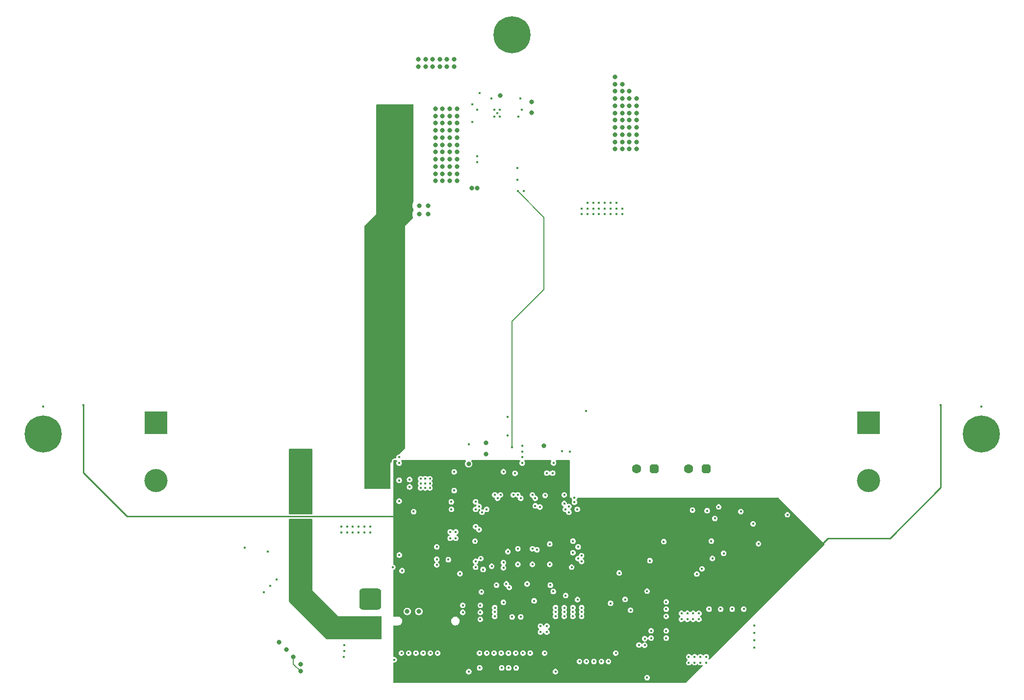
<source format=gbr>
%TF.GenerationSoftware,KiCad,Pcbnew,8.0.7*%
%TF.CreationDate,2025-04-17T21:17:25-04:00*%
%TF.ProjectId,kicker,6b69636b-6572-42e6-9b69-6361645f7063,v4*%
%TF.SameCoordinates,Original*%
%TF.FileFunction,Copper,L4,Inr*%
%TF.FilePolarity,Positive*%
%FSLAX46Y46*%
G04 Gerber Fmt 4.6, Leading zero omitted, Abs format (unit mm)*
G04 Created by KiCad (PCBNEW 8.0.7) date 2025-04-17 21:17:25*
%MOMM*%
%LPD*%
G01*
G04 APERTURE LIST*
G04 Aperture macros list*
%AMRoundRect*
0 Rectangle with rounded corners*
0 $1 Rounding radius*
0 $2 $3 $4 $5 $6 $7 $8 $9 X,Y pos of 4 corners*
0 Add a 4 corners polygon primitive as box body*
4,1,4,$2,$3,$4,$5,$6,$7,$8,$9,$2,$3,0*
0 Add four circle primitives for the rounded corners*
1,1,$1+$1,$2,$3*
1,1,$1+$1,$4,$5*
1,1,$1+$1,$6,$7*
1,1,$1+$1,$8,$9*
0 Add four rect primitives between the rounded corners*
20,1,$1+$1,$2,$3,$4,$5,0*
20,1,$1+$1,$4,$5,$6,$7,0*
20,1,$1+$1,$6,$7,$8,$9,0*
20,1,$1+$1,$8,$9,$2,$3,0*%
%AMOutline5P*
0 Free polygon, 5 corners , with rotation*
0 The origin of the aperture is its center*
0 number of corners: always 5*
0 $1 to $10 corner X, Y*
0 $11 Rotation angle, in degrees counterclockwise*
0 create outline with 5 corners*
4,1,5,$1,$2,$3,$4,$5,$6,$7,$8,$9,$10,$1,$2,$11*%
%AMOutline6P*
0 Free polygon, 6 corners , with rotation*
0 The origin of the aperture is its center*
0 number of corners: always 6*
0 $1 to $12 corner X, Y*
0 $13 Rotation angle, in degrees counterclockwise*
0 create outline with 6 corners*
4,1,6,$1,$2,$3,$4,$5,$6,$7,$8,$9,$10,$11,$12,$1,$2,$13*%
%AMOutline7P*
0 Free polygon, 7 corners , with rotation*
0 The origin of the aperture is its center*
0 number of corners: always 7*
0 $1 to $14 corner X, Y*
0 $15 Rotation angle, in degrees counterclockwise*
0 create outline with 7 corners*
4,1,7,$1,$2,$3,$4,$5,$6,$7,$8,$9,$10,$11,$12,$13,$14,$1,$2,$15*%
%AMOutline8P*
0 Free polygon, 8 corners , with rotation*
0 The origin of the aperture is its center*
0 number of corners: always 8*
0 $1 to $16 corner X, Y*
0 $17 Rotation angle, in degrees counterclockwise*
0 create outline with 8 corners*
4,1,8,$1,$2,$3,$4,$5,$6,$7,$8,$9,$10,$11,$12,$13,$14,$15,$16,$1,$2,$17*%
G04 Aperture macros list end*
%TA.AperFunction,ComponentPad*%
%ADD10RoundRect,0.760000X-1.140000X1.140000X-1.140000X-1.140000X1.140000X-1.140000X1.140000X1.140000X0*%
%TD*%
%TA.AperFunction,ComponentPad*%
%ADD11C,3.800000*%
%TD*%
%TA.AperFunction,ComponentPad*%
%ADD12C,6.400000*%
%TD*%
%TA.AperFunction,ComponentPad*%
%ADD13R,4.000000X4.000000*%
%TD*%
%TA.AperFunction,ComponentPad*%
%ADD14C,4.000000*%
%TD*%
%TA.AperFunction,ComponentPad*%
%ADD15C,3.200000*%
%TD*%
%TA.AperFunction,ComponentPad*%
%ADD16Outline8P,-0.800000X0.400000X-0.400000X0.800000X0.400000X0.800000X0.800000X0.400000X0.800000X-0.400000X0.400000X-0.800000X-0.400000X-0.800000X-0.800000X-0.400000X0.000000*%
%TD*%
%TA.AperFunction,ComponentPad*%
%ADD17C,1.600000*%
%TD*%
%TA.AperFunction,ViaPad*%
%ADD18C,0.450000*%
%TD*%
%TA.AperFunction,ViaPad*%
%ADD19C,0.800000*%
%TD*%
%TA.AperFunction,Conductor*%
%ADD20C,0.152400*%
%TD*%
%TA.AperFunction,Conductor*%
%ADD21C,0.250000*%
%TD*%
G04 APERTURE END LIST*
D10*
%TO.N,GND*%
%TO.C,J3*%
X185500000Y-166500000D03*
D11*
%TO.N,/Power Regulation/V_{batt}*%
X185500000Y-171500000D03*
%TD*%
D12*
%TO.N,unconnected-(H2-Pad1)*%
%TO.C,H2*%
X291000000Y-138000000D03*
%TD*%
%TO.N,unconnected-(H1-Pad1)*%
%TO.C,H1*%
X210000000Y-69000000D03*
%TD*%
%TO.N,unconnected-(H3-Pad1)*%
%TO.C,H3*%
X129000000Y-138000000D03*
%TD*%
D13*
%TO.N,/hv_kicker/flyback_charger/V_{solenoid}*%
%TO.C,C26*%
X271500000Y-136000000D03*
D14*
%TO.N,GND*%
X271500000Y-146000000D03*
%TD*%
D13*
%TO.N,/hv_kicker/flyback_charger/V_{solenoid}*%
%TO.C,C25*%
X148500000Y-136000000D03*
D14*
%TO.N,GND*%
X148500000Y-146000000D03*
%TD*%
D15*
%TO.N,/Power Regulation/V_{batt}*%
%TO.C,F3*%
X173265000Y-142300000D03*
X173265000Y-145700000D03*
%TO.N,+BATT*%
X186735000Y-142300000D03*
X186735000Y-145700000D03*
%TD*%
D16*
%TO.N,/hv_kicker/flyback_charger/V_{solenoid}*%
%TO.C,J5*%
X234500000Y-144000000D03*
D17*
%TO.N,/hv_kicker/solenoid_control/KICK_SW*%
X231500000Y-144000000D03*
%TD*%
D16*
%TO.N,/hv_kicker/solenoid_control/CHIP_SW*%
%TO.C,J6*%
X243500000Y-144000000D03*
D17*
%TO.N,/hv_kicker/flyback_charger/V_{solenoid}*%
X240500000Y-144000000D03*
%TD*%
D18*
%TO.N,GND*%
X209280000Y-158300000D03*
X209400000Y-178409999D03*
X195800000Y-145700000D03*
D19*
X200500000Y-83000000D03*
D18*
X251606245Y-153515076D03*
D19*
X198000000Y-91750000D03*
X198000000Y-90500000D03*
D18*
X210700000Y-178409999D03*
X169363782Y-163101041D03*
X184500000Y-155000000D03*
X200000000Y-144520000D03*
X181009999Y-175500000D03*
D19*
X200500000Y-86750000D03*
X198000000Y-83000000D03*
D18*
X203600000Y-156500000D03*
X228000000Y-98000000D03*
X217500000Y-168000000D03*
X211875000Y-175850000D03*
X207000000Y-169500000D03*
X211750000Y-143009999D03*
X223000000Y-98000000D03*
D19*
X196250000Y-74500000D03*
X196750000Y-83000000D03*
D18*
X244000000Y-168250000D03*
D19*
X200500000Y-94250000D03*
D18*
X195900000Y-175850000D03*
X203100000Y-84010000D03*
X233300000Y-180100000D03*
X220000000Y-141009999D03*
X204509999Y-170000000D03*
X246515076Y-158606245D03*
D19*
X195100000Y-74500000D03*
X196750000Y-94250000D03*
X193850000Y-74500000D03*
D18*
X207400001Y-82500000D03*
X219000000Y-168000000D03*
X216000000Y-172200000D03*
D19*
X198000000Y-81750000D03*
D18*
X233990000Y-173250000D03*
D19*
X200500000Y-93000000D03*
D18*
X204700000Y-165280000D03*
X200000000Y-147759999D03*
D19*
X198000000Y-93000000D03*
X196750000Y-93000000D03*
X172250000Y-176500000D03*
X198750000Y-74500000D03*
D18*
X250000000Y-168250000D03*
X195000000Y-145700000D03*
X206400001Y-79980000D03*
D19*
X199250000Y-90500000D03*
D18*
X229000000Y-99000000D03*
X182500000Y-154000001D03*
D19*
X196750000Y-85500000D03*
X200500000Y-90500000D03*
D18*
X184500000Y-154000000D03*
X206900000Y-81900000D03*
D19*
X200000000Y-74500000D03*
D18*
X240500000Y-177509998D03*
D19*
X200500000Y-91750000D03*
D18*
X199320000Y-154900000D03*
D19*
X199250000Y-83000000D03*
D18*
X191000000Y-161600000D03*
X204509999Y-167600001D03*
X180500000Y-154000000D03*
X195000000Y-147300000D03*
D19*
X173500000Y-179000000D03*
D18*
X218650000Y-140980000D03*
X227900000Y-175850000D03*
X224000000Y-99000000D03*
X226000000Y-98000000D03*
X206900000Y-83100000D03*
D19*
X200500000Y-88000000D03*
D18*
X225000000Y-98000000D03*
X207000000Y-168750000D03*
X207900000Y-83100000D03*
X212010000Y-96000000D03*
X189400000Y-161000000D03*
X243500000Y-177509998D03*
X223000000Y-100000000D03*
X242500000Y-177509998D03*
X185500000Y-154000000D03*
X242786934Y-161286934D03*
D19*
X196750000Y-84250000D03*
D18*
X217500000Y-169500000D03*
D19*
X207950001Y-79500000D03*
D18*
X205000000Y-161400000D03*
D19*
X191900000Y-168650000D03*
D18*
X224000000Y-100000000D03*
D19*
X205500000Y-141449999D03*
D18*
X233990001Y-172000000D03*
X225000000Y-99000000D03*
X181500000Y-155000000D03*
X227000000Y-167250000D03*
X203700000Y-149700000D03*
X204400001Y-79020000D03*
D19*
X196750000Y-81750000D03*
D18*
X180500000Y-155000000D03*
X163863782Y-157601041D03*
D19*
X198000000Y-85500000D03*
D18*
X203100000Y-81020000D03*
D19*
X198000000Y-84250000D03*
D18*
X215700000Y-148600000D03*
X252533310Y-156941207D03*
D19*
X199250000Y-89250000D03*
X171000000Y-175250000D03*
D18*
X195800000Y-147300000D03*
D19*
X195100000Y-73250000D03*
D18*
X190524999Y-158900000D03*
X257533310Y-151941207D03*
X236171751Y-156578249D03*
D19*
X203000000Y-95500000D03*
D18*
X230450000Y-168437500D03*
D19*
X197500000Y-73250000D03*
D18*
X194200000Y-145700000D03*
X222000000Y-99000000D03*
X199320000Y-156000000D03*
X201000000Y-162105000D03*
D19*
X199250000Y-84250000D03*
D18*
X180980000Y-176500000D03*
X226000000Y-100000000D03*
D19*
X199250000Y-85500000D03*
D18*
X204509999Y-168800001D03*
D19*
X200500000Y-89250000D03*
D18*
X228000000Y-99000000D03*
D19*
X199250000Y-91750000D03*
D18*
X220280000Y-161000000D03*
X202525000Y-179050000D03*
D19*
X199250000Y-94250000D03*
D18*
X214900000Y-172209999D03*
X167839411Y-158339411D03*
D19*
X196750000Y-90500000D03*
D18*
X241500000Y-177509998D03*
D19*
X204000000Y-95500000D03*
D18*
X199520000Y-151000000D03*
D19*
X169750000Y-174000000D03*
D18*
X245008839Y-152584664D03*
D19*
X193900000Y-168650000D03*
D18*
X207000000Y-168000000D03*
X213500000Y-157820000D03*
X182500000Y-155000000D03*
X181500000Y-154000000D03*
D19*
X199250000Y-86750000D03*
X198000000Y-94250000D03*
X197500000Y-74500000D03*
D18*
X216000000Y-144740000D03*
D19*
X199250000Y-93000000D03*
D18*
X211400001Y-80020000D03*
X225000000Y-100000000D03*
X223000000Y-99000000D03*
X195800000Y-146500000D03*
X229000000Y-100000000D03*
X233300000Y-165150000D03*
X228000000Y-100000000D03*
X222000000Y-100000000D03*
X211000000Y-157820000D03*
X211750000Y-139990001D03*
D19*
X196750000Y-89250000D03*
D18*
X204000000Y-89990000D03*
X194200000Y-146500000D03*
X199500000Y-149700000D03*
X207900000Y-81900000D03*
X217000000Y-144740000D03*
X227000000Y-98000000D03*
X209250000Y-138259999D03*
X246000000Y-168250000D03*
X227000000Y-100000000D03*
X197000000Y-157500000D03*
D19*
X193850000Y-73250000D03*
X200500000Y-81750000D03*
D18*
X197000000Y-160600000D03*
D19*
X198000000Y-86750000D03*
X200000000Y-73250000D03*
X196750000Y-91750000D03*
X196750000Y-88000000D03*
D18*
X224000000Y-98000000D03*
X220500000Y-156490001D03*
X217475000Y-179050000D03*
D19*
X200500000Y-84250000D03*
D18*
X219000000Y-169500000D03*
D19*
X196250000Y-73250000D03*
X196750000Y-86750000D03*
X198000000Y-89250000D03*
D18*
X213125000Y-175850000D03*
D19*
X213400001Y-80550000D03*
X199250000Y-88000000D03*
D18*
X213800000Y-166820000D03*
X227000000Y-99000000D03*
X210200000Y-148500000D03*
X244582986Y-159490883D03*
X248000000Y-168250000D03*
D19*
X200500000Y-85500000D03*
X198750000Y-73250000D03*
D18*
X195000000Y-146500000D03*
D19*
X173500000Y-177750000D03*
D18*
X183500000Y-155000000D03*
X226000000Y-99000000D03*
D19*
X198000000Y-88000000D03*
D18*
X210500000Y-144770000D03*
X183500000Y-154000000D03*
X185500000Y-155000000D03*
X241888909Y-162184960D03*
X208500000Y-144509999D03*
X190500000Y-149580000D03*
X210900001Y-94010000D03*
X190500000Y-141990001D03*
X208500000Y-167069950D03*
X217500000Y-168750000D03*
X216500000Y-160500000D03*
D19*
X199250000Y-81750000D03*
D18*
X219000000Y-168750000D03*
X194200000Y-147300000D03*
X241139376Y-151139376D03*
D19*
%TO.N,+BATT*%
X191250000Y-84250000D03*
X192500000Y-81750000D03*
X190000000Y-83000000D03*
X188750000Y-89250000D03*
X191250000Y-85500000D03*
D18*
X228490001Y-162000000D03*
D19*
X192500000Y-83000000D03*
X190000000Y-88000000D03*
X192500000Y-88000000D03*
X188750000Y-83000000D03*
D18*
X222000000Y-169500000D03*
D19*
X190000000Y-86750000D03*
X188750000Y-88000000D03*
X188750000Y-84250000D03*
D18*
X192999999Y-151400000D03*
D19*
X188750000Y-85500000D03*
X190000000Y-85500000D03*
D18*
X222000000Y-168000000D03*
D19*
X192500000Y-86750000D03*
X191250000Y-86750000D03*
D18*
X220500000Y-168750000D03*
D19*
X192500000Y-89250000D03*
X192500000Y-85500000D03*
X190000000Y-89250000D03*
X192500000Y-84250000D03*
X191250000Y-89250000D03*
X190000000Y-84250000D03*
X188750000Y-86750000D03*
X191250000Y-81750000D03*
D18*
X222000000Y-168750000D03*
X220500000Y-168000000D03*
D19*
X191250000Y-83000000D03*
X190000000Y-81750000D03*
X191250000Y-88000000D03*
D18*
X220500000Y-169500000D03*
D19*
X188750000Y-81750000D03*
D18*
%TO.N,+3V0*%
X200280000Y-154900000D03*
X200280000Y-156000000D03*
%TO.N,+5V*%
X215625000Y-175850000D03*
X201490001Y-167600002D03*
%TO.N,+3V3*%
X240990883Y-163082986D03*
X244190000Y-171095000D03*
X211500000Y-172000000D03*
X210000000Y-172000000D03*
X136000000Y-133009999D03*
X213500000Y-163900000D03*
X230400000Y-175850000D03*
X198400000Y-175850000D03*
D19*
X195900000Y-163900000D03*
D18*
X214000000Y-144740001D03*
X214375000Y-175850000D03*
X190000000Y-178250000D03*
X193425000Y-172890001D03*
X205500000Y-168750000D03*
X194625000Y-172890001D03*
X205600000Y-178409999D03*
X206475000Y-158295000D03*
X204700000Y-164300000D03*
X205500000Y-169500000D03*
X206900000Y-178409999D03*
X216000000Y-145700000D03*
X193009999Y-143000000D03*
X248941207Y-160533310D03*
X217000000Y-145700000D03*
X201490001Y-166400000D03*
X200500000Y-149700000D03*
X237990001Y-155000000D03*
X210500000Y-145730000D03*
X284000000Y-133009999D03*
X219320000Y-161000000D03*
X253941207Y-155533310D03*
X233990001Y-167050000D03*
X199900000Y-160800000D03*
%TO.N,/digital/RCC_OSC32_N*%
X211000000Y-160500000D03*
%TO.N,/digital/RCC_OSC32_P*%
X213499998Y-160500000D03*
%TO.N,/digital/V_{sense}_HV_FILT*%
X197000000Y-159620000D03*
X207300000Y-164100000D03*
%TO.N,/digital/NRST*%
X249484924Y-151393755D03*
X212600000Y-163900000D03*
X229500000Y-166562499D03*
X209500000Y-164500000D03*
X219250000Y-165900000D03*
X244393755Y-156484924D03*
D19*
%TO.N,+VSW*%
X215500000Y-140000000D03*
D18*
X201490001Y-168800000D03*
D19*
X202500000Y-143125000D03*
X205500000Y-139500000D03*
%TO.N,/hv_kicker/flyback_charger/V_{trans}*%
X231500000Y-81250000D03*
X231500000Y-87500000D03*
X231500000Y-88750000D03*
X230250000Y-83750000D03*
X230250000Y-82500000D03*
X230250000Y-80000000D03*
X229000000Y-83750000D03*
X231500000Y-85000000D03*
X229000000Y-88750000D03*
X229000000Y-82500000D03*
X229000000Y-81250000D03*
X230250000Y-86250000D03*
X229000000Y-85000000D03*
X229000000Y-86250000D03*
X231500000Y-82500000D03*
X229000000Y-77500000D03*
X227750000Y-85000000D03*
X230250000Y-81250000D03*
X227750000Y-76250000D03*
X227750000Y-82500000D03*
X230250000Y-88750000D03*
X227750000Y-87500000D03*
X229000000Y-80000000D03*
X229000000Y-87500000D03*
X227750000Y-86250000D03*
X227750000Y-77500000D03*
X227750000Y-88750000D03*
X229000000Y-78750000D03*
X230250000Y-87500000D03*
X231500000Y-80000000D03*
X230250000Y-85000000D03*
X230250000Y-78750000D03*
X231500000Y-86250000D03*
X227750000Y-83750000D03*
X227750000Y-78750000D03*
X231500000Y-83750000D03*
X227750000Y-80000000D03*
X227750000Y-81250000D03*
D18*
%TO.N,/digital/BB_LED_DRAIN*%
X245662913Y-150587087D03*
X129000000Y-133250000D03*
X291000000Y-133250000D03*
%TO.N,/digital/USR_BTN*%
X233787868Y-159881371D03*
X216500000Y-157000000D03*
X181009999Y-174500000D03*
%TO.N,/digital/SWCLK*%
X221250000Y-151000000D03*
%TO.N,/digital/SWDIO*%
X220750000Y-149750000D03*
%TO.N,/digital/V_{sense}_HV*%
X198990001Y-159700000D03*
D19*
%TO.N,/hv_kicker/flyback_charger/HV_AC*%
X194000000Y-98500000D03*
X195500000Y-100000000D03*
X194000000Y-100000000D03*
X195500000Y-98500000D03*
D18*
%TO.N,Net-(J1-Pin_10)*%
X204375000Y-175850000D03*
%TO.N,/COMS.RST*%
X236600000Y-172000000D03*
%TO.N,Net-(J1-Pin_7)*%
X208125000Y-175850000D03*
%TO.N,/Ball Sense/SENSE_BOOT_UART.CTS*%
X205625000Y-175850000D03*
%TO.N,/COMS.BOOT0*%
X220500000Y-158500000D03*
X236600000Y-173250000D03*
%TO.N,/COMS.RX*%
X214000000Y-149100000D03*
%TO.N,/Dribbler/DRIB_BOOT_UART.CTS*%
X208500000Y-160200000D03*
X210000000Y-169600000D03*
%TO.N,/Dribbler/DRIB_BOOT_UART.BOOT0*%
X205600000Y-151000000D03*
X216000000Y-171180002D03*
%TO.N,/Dribbler/DRIB_BOOT_UART.RX*%
X203700000Y-151000000D03*
X211500002Y-169600000D03*
%TO.N,/Dribbler/DRIB_BOOT_UART.RST*%
X214900000Y-171190001D03*
X204800000Y-151500000D03*
%TO.N,/Breakbeam/BB_LEFT.AGPIO*%
X209000000Y-163900000D03*
X197150000Y-175850000D03*
%TO.N,Net-(R12-Pad1)*%
X240500000Y-176490000D03*
X251810000Y-171095000D03*
X239250001Y-170000000D03*
%TO.N,Net-(R13-Pad1)*%
X251810000Y-172365000D03*
X240250000Y-170000000D03*
X241500000Y-176490000D03*
%TO.N,Net-(R14-Pad1)*%
X241250000Y-170000000D03*
X242500000Y-176490000D03*
X251810000Y-173635000D03*
%TO.N,Net-(R15-Pad1)*%
X251810000Y-174905000D03*
X242250000Y-170000000D03*
X243500000Y-176490001D03*
%TO.N,/Breakbeam/BB_RIGHT.RST*%
X208000000Y-148500000D03*
X224125000Y-177300000D03*
%TO.N,/Breakbeam/BB_RIGHT.~{DET}*%
X222825000Y-177300000D03*
X207500000Y-149100000D03*
%TO.N,/Breakbeam/BB_RIGHT.INT*%
X207000000Y-148500000D03*
X221625000Y-177300000D03*
%TO.N,/Breakbeam/BB_RIGHT.SCL*%
X211000000Y-148500000D03*
X225425000Y-177300000D03*
%TO.N,/Breakbeam/BB_RIGHT.SDA*%
X211500000Y-149100000D03*
X226625000Y-177300000D03*
%TO.N,/Breakbeam/BB_LEFT.INT*%
X189650000Y-177000000D03*
X219800000Y-151500000D03*
%TO.N,/Breakbeam/BB_LEFT.RST*%
X192150000Y-175850000D03*
X219800000Y-150500000D03*
%TO.N,/Breakbeam/BB_LEFT.~{DET}*%
X190900000Y-175850000D03*
X219200000Y-151000000D03*
%TO.N,/Breakbeam/BB_LEFT.SDA*%
X214300000Y-158000000D03*
X194650000Y-175850000D03*
%TO.N,/Breakbeam/BB_LEFT.SCL*%
X219000000Y-150000000D03*
X193400000Y-175850000D03*
%TO.N,/Ball Sense/SENSE_BOOT_UART.RX*%
X206875000Y-175850000D03*
%TO.N,/Ball Sense/SENSE_BOOT_UART.RST*%
X209375000Y-175850000D03*
%TO.N,/Ball Sense/SENSE_BOOT_UART.BOOT0*%
X210625000Y-175850000D03*
%TO.N,/digital/LED_BB_BLUE*%
X243665336Y-151241161D03*
X222000000Y-160000000D03*
%TO.N,/hv_kicker/solenoid_control/GATE_{kick}_FILT*%
X209250000Y-134990001D03*
%TO.N,/hv_kicker/solenoid_control/GATE_{chip}_FILT*%
X222750000Y-134000000D03*
%TO.N,/COMS.TX*%
X213500000Y-148500000D03*
%TO.N,/Power Regulation/VSW_CEN*%
X190500000Y-143009999D03*
X192300000Y-147135000D03*
%TO.N,/Power Regulation/VSW_PGOOD*%
X192300000Y-145865000D03*
%TO.N,/digital/VSW_EN*%
X190500000Y-145990001D03*
%TO.N,/digital/LED_GREEN*%
X222000000Y-159000000D03*
%TO.N,/digital/LED_RED*%
X221400000Y-159500000D03*
%TO.N,/digital/ShutdownInitiated*%
X221400000Y-157500000D03*
%TO.N,/digital/DIP3*%
X221300000Y-166600000D03*
X239250001Y-168980002D03*
%TO.N,/digital/DIP2*%
X240250000Y-168980002D03*
%TO.N,/digital/DIP1*%
X241250000Y-168980002D03*
%TO.N,/digital/DIP0*%
X242250000Y-168980002D03*
%TO.N,/digital/CMD_{KICK}*%
X211750000Y-141990001D03*
%TO.N,/digital/CMD_{CHIP}*%
X217155000Y-142975000D03*
X211750000Y-141009999D03*
%TO.N,/digital/CMD_{CHG}*%
X210000000Y-140300000D03*
X210990000Y-96000000D03*
X211700000Y-81900000D03*
%TO.N,/hv_kicker/flyback_charger/HVGATE*%
X210900001Y-92020000D03*
X211100000Y-83100000D03*
%TO.N,/hv_kicker/flyback_charger/FB*%
X204000000Y-91010000D03*
X204000000Y-81900000D03*
%TO.N,/Dribbler/DRIB_BOOT_UART.TX*%
X204300000Y-150500000D03*
%TO.N,/Ball Sense/SENSE_BOOT_UART.TX*%
X208200000Y-178409999D03*
%TO.N,/digital/USER_ADJ1*%
X220750000Y-149000000D03*
X204300000Y-154500000D03*
%TO.N,/digital/USER_ADJ2*%
X203700000Y-154000000D03*
X219000000Y-148500000D03*
%TO.N,/digital/DOTSTAR_SCK*%
X168232412Y-164232412D03*
X216600000Y-164100000D03*
%TO.N,Net-(J11-Pin_8)*%
X232900000Y-173350000D03*
X236600000Y-169500000D03*
%TO.N,/digital/DOTSTAR_MOSI*%
X167101041Y-165363782D03*
X217100000Y-165200000D03*
%TO.N,/digital/FLASH_SCK*%
X206475000Y-160835000D03*
%TO.N,/digital/FLASH_MOSI*%
X204600000Y-159500000D03*
%TO.N,/COMS.CTS*%
X214000000Y-150400000D03*
X232900000Y-174500000D03*
X236600000Y-167000000D03*
%TO.N,Net-(J11-Pin_9)*%
X236600000Y-168250000D03*
%TO.N,/COMS.RTS*%
X214800000Y-150600000D03*
X231900000Y-174450000D03*
%TO.N,/Dribbler/DRIB_BOOT_UART.RTS*%
X208500000Y-161100000D03*
%TO.N,/digital/FLASH_MISO*%
X203700000Y-160000000D03*
%TO.N,/digital/FLASH_NSS*%
X203700000Y-161000000D03*
%TO.N,/Ball Sense/SENSE_BOOT_UART.RTS*%
X204400000Y-178409999D03*
D19*
%TO.N,Net-(U8-INTVCC)*%
X213400001Y-82450000D03*
D18*
X202500000Y-139780002D03*
%TD*%
D20*
%TO.N,GND*%
X173500000Y-179000000D02*
X172250000Y-177750000D01*
X172250000Y-177750000D02*
X172250000Y-176500000D01*
D21*
%TO.N,+3V3*%
X143537402Y-152250000D02*
X189750000Y-152250000D01*
X136000000Y-144712598D02*
X143537402Y-152250000D01*
X275231299Y-156000000D02*
X284000000Y-147231299D01*
X263500000Y-157000000D02*
X264500000Y-156000000D01*
X264500000Y-156000000D02*
X275231299Y-156000000D01*
X284000000Y-147231299D02*
X284000000Y-133009999D01*
X136000000Y-133009999D02*
X136000000Y-144712598D01*
D20*
%TO.N,/digital/CMD_{CHG}*%
X215500000Y-100520000D02*
X210990000Y-96010000D01*
X210000000Y-118500000D02*
X215500000Y-113000000D01*
X210000000Y-140300000D02*
X210000000Y-118500000D01*
X215500000Y-113000000D02*
X215500000Y-100520000D01*
X210990000Y-96010000D02*
X210990000Y-96000000D01*
%TD*%
%TA.AperFunction,Conductor*%
%TO.N,/Power Regulation/V_{batt}*%
G36*
X175443039Y-152645185D02*
G01*
X175488794Y-152697989D01*
X175500000Y-152749500D01*
X175500000Y-165000000D01*
X180000000Y-169500000D01*
X187376000Y-169500000D01*
X187443039Y-169519685D01*
X187488794Y-169572489D01*
X187500000Y-169624000D01*
X187500000Y-173376000D01*
X187480315Y-173443039D01*
X187427511Y-173488794D01*
X187376000Y-173500000D01*
X178051362Y-173500000D01*
X177984323Y-173480315D01*
X177963681Y-173463681D01*
X171536319Y-167036319D01*
X171502834Y-166974996D01*
X171500000Y-166948638D01*
X171500000Y-152749500D01*
X171519685Y-152682461D01*
X171572489Y-152636706D01*
X171624000Y-152625500D01*
X175376000Y-152625500D01*
X175443039Y-152645185D01*
G37*
%TD.AperFunction*%
%TA.AperFunction,Conductor*%
G36*
X175443039Y-140519685D02*
G01*
X175488794Y-140572489D01*
X175500000Y-140624000D01*
X175500000Y-151750500D01*
X175480315Y-151817539D01*
X175427511Y-151863294D01*
X175376000Y-151874500D01*
X171624000Y-151874500D01*
X171556961Y-151854815D01*
X171511206Y-151802011D01*
X171500000Y-151750500D01*
X171500000Y-140624000D01*
X171519685Y-140556961D01*
X171572489Y-140511206D01*
X171624000Y-140500000D01*
X175376000Y-140500000D01*
X175443039Y-140519685D01*
G37*
%TD.AperFunction*%
%TD*%
%TA.AperFunction,Conductor*%
%TO.N,+BATT*%
G36*
X192943039Y-81019685D02*
G01*
X192988794Y-81072489D01*
X193000000Y-81124000D01*
X193000000Y-97790567D01*
X192980315Y-97857606D01*
X192974959Y-97865287D01*
X192974944Y-97865306D01*
X192875775Y-98064461D01*
X192875769Y-98064476D01*
X192814885Y-98278462D01*
X192814884Y-98278464D01*
X192794357Y-98499999D01*
X192794357Y-98500000D01*
X192814884Y-98721535D01*
X192814885Y-98721537D01*
X192875769Y-98935523D01*
X192875775Y-98935538D01*
X192974938Y-99134683D01*
X192974943Y-99134691D01*
X192974954Y-99134705D01*
X192974956Y-99134712D01*
X192977959Y-99139561D01*
X192977010Y-99140148D01*
X192999646Y-99200066D01*
X193000000Y-99209432D01*
X193000000Y-99290567D01*
X192980315Y-99357606D01*
X192974959Y-99365287D01*
X192974944Y-99365306D01*
X192875775Y-99564461D01*
X192875769Y-99564476D01*
X192814885Y-99778462D01*
X192814884Y-99778464D01*
X192794357Y-99999999D01*
X192794357Y-100000000D01*
X192814884Y-100221535D01*
X192814885Y-100221538D01*
X192875768Y-100435523D01*
X192875771Y-100435529D01*
X192898729Y-100481635D01*
X192910990Y-100550421D01*
X192884117Y-100614916D01*
X192875410Y-100624588D01*
X191500000Y-101999999D01*
X191500000Y-140448638D01*
X191480315Y-140515677D01*
X191463681Y-140536319D01*
X190521818Y-141478182D01*
X190460495Y-141511667D01*
X190434137Y-141514501D01*
X190431632Y-141514501D01*
X190300440Y-141553022D01*
X190185413Y-141626943D01*
X190185409Y-141626947D01*
X190095872Y-141730279D01*
X190095869Y-141730284D01*
X190039069Y-141854657D01*
X190039068Y-141854662D01*
X190027096Y-141937926D01*
X189998070Y-142001482D01*
X189992040Y-142007959D01*
X189891930Y-142108070D01*
X189791817Y-142208182D01*
X189730497Y-142241666D01*
X189704138Y-142244500D01*
X189623997Y-142244500D01*
X189569687Y-142250338D01*
X189518181Y-142261543D01*
X189518172Y-142261546D01*
X189491807Y-142268779D01*
X189491796Y-142268783D01*
X189405181Y-142318105D01*
X189405173Y-142318111D01*
X189352371Y-142363863D01*
X189320743Y-142396640D01*
X189274534Y-142484977D01*
X189274533Y-142484977D01*
X189254851Y-142552009D01*
X189254848Y-142552021D01*
X189244500Y-142623998D01*
X189244500Y-142704138D01*
X189224815Y-142771177D01*
X189208181Y-142791819D01*
X189000000Y-142999999D01*
X189000000Y-147376000D01*
X188980315Y-147443039D01*
X188927511Y-147488794D01*
X188876000Y-147500000D01*
X184624000Y-147500000D01*
X184556961Y-147480315D01*
X184511206Y-147427511D01*
X184500000Y-147376000D01*
X184500000Y-102051362D01*
X184519685Y-101984323D01*
X184536319Y-101963681D01*
X186500000Y-100000000D01*
X186500000Y-81124000D01*
X186519685Y-81056961D01*
X186572489Y-81011206D01*
X186624000Y-81000000D01*
X192876000Y-81000000D01*
X192943039Y-81019685D01*
G37*
%TD.AperFunction*%
%TD*%
%TA.AperFunction,Conductor*%
%TO.N,+3V3*%
G36*
X190108256Y-142519685D02*
G01*
X190154011Y-142572489D01*
X190163955Y-142641647D01*
X190134930Y-142705202D01*
X190095872Y-142750276D01*
X190095867Y-142750284D01*
X190039070Y-142874653D01*
X190039068Y-142874661D01*
X190019610Y-143009999D01*
X190039068Y-143145336D01*
X190039070Y-143145344D01*
X190095867Y-143269713D01*
X190095872Y-143269720D01*
X190185409Y-143373052D01*
X190185413Y-143373056D01*
X190245979Y-143411978D01*
X190300439Y-143446977D01*
X190362034Y-143465063D01*
X190431632Y-143485499D01*
X190431633Y-143485499D01*
X190568367Y-143485499D01*
X190699561Y-143446977D01*
X190814589Y-143373054D01*
X190904130Y-143269717D01*
X190960931Y-143145341D01*
X190980390Y-143009999D01*
X190960931Y-142874657D01*
X190936187Y-142820475D01*
X190904132Y-142750284D01*
X190904127Y-142750276D01*
X190865070Y-142705202D01*
X190836045Y-142641646D01*
X190845989Y-142572488D01*
X190891744Y-142519684D01*
X190958783Y-142500000D01*
X201904727Y-142500000D01*
X201971766Y-142519685D01*
X202017521Y-142572489D01*
X202027465Y-142641647D01*
X202006777Y-142694439D01*
X201999348Y-142705203D01*
X201919781Y-142820475D01*
X201919780Y-142820476D01*
X201863762Y-142968181D01*
X201844722Y-143124999D01*
X201844722Y-143125000D01*
X201863762Y-143281818D01*
X201898363Y-143373052D01*
X201919780Y-143429523D01*
X202009517Y-143559530D01*
X202127760Y-143664283D01*
X202127762Y-143664284D01*
X202267634Y-143737696D01*
X202421014Y-143775500D01*
X202421015Y-143775500D01*
X202578985Y-143775500D01*
X202732365Y-143737696D01*
X202872240Y-143664283D01*
X202990483Y-143559530D01*
X203080220Y-143429523D01*
X203136237Y-143281818D01*
X203155278Y-143125000D01*
X203149380Y-143076421D01*
X203136237Y-142968181D01*
X203100769Y-142874661D01*
X203080220Y-142820477D01*
X202993222Y-142694439D01*
X202971340Y-142628086D01*
X202988805Y-142560434D01*
X203040073Y-142512964D01*
X203095273Y-142500000D01*
X211291217Y-142500000D01*
X211358256Y-142519685D01*
X211404011Y-142572489D01*
X211413955Y-142641647D01*
X211384930Y-142705202D01*
X211345872Y-142750276D01*
X211345867Y-142750284D01*
X211289070Y-142874653D01*
X211289068Y-142874661D01*
X211269610Y-143009999D01*
X211289068Y-143145336D01*
X211289070Y-143145344D01*
X211345867Y-143269713D01*
X211345872Y-143269720D01*
X211435409Y-143373052D01*
X211435413Y-143373056D01*
X211495979Y-143411978D01*
X211550439Y-143446977D01*
X211612034Y-143465063D01*
X211681632Y-143485499D01*
X211681633Y-143485499D01*
X211818367Y-143485499D01*
X211949561Y-143446977D01*
X212064589Y-143373054D01*
X212154130Y-143269717D01*
X212210931Y-143145341D01*
X212230390Y-143009999D01*
X212210931Y-142874657D01*
X212186187Y-142820475D01*
X212154132Y-142750284D01*
X212154127Y-142750276D01*
X212115070Y-142705202D01*
X212086045Y-142641646D01*
X212095989Y-142572488D01*
X212141744Y-142519684D01*
X212208783Y-142500000D01*
X216665891Y-142500000D01*
X216732930Y-142519685D01*
X216778685Y-142572489D01*
X216788629Y-142641647D01*
X216759604Y-142705201D01*
X216759603Y-142705204D01*
X216750870Y-142715281D01*
X216750867Y-142715285D01*
X216694070Y-142839654D01*
X216694068Y-142839662D01*
X216674610Y-142975000D01*
X216694068Y-143110337D01*
X216694070Y-143110345D01*
X216750867Y-143234714D01*
X216750872Y-143234721D01*
X216840409Y-143338053D01*
X216840413Y-143338057D01*
X216894868Y-143373052D01*
X216955439Y-143411978D01*
X217015192Y-143429523D01*
X217086632Y-143450500D01*
X217086633Y-143450500D01*
X217223367Y-143450500D01*
X217354561Y-143411978D01*
X217469589Y-143338055D01*
X217559130Y-143234718D01*
X217615931Y-143110342D01*
X217635390Y-142975000D01*
X217615931Y-142839658D01*
X217575114Y-142750281D01*
X217559132Y-142715285D01*
X217559129Y-142715281D01*
X217550397Y-142705204D01*
X217521371Y-142641648D01*
X217531314Y-142572490D01*
X217577068Y-142519685D01*
X217644108Y-142500000D01*
X219876000Y-142500000D01*
X219943039Y-142519685D01*
X219988794Y-142572489D01*
X220000000Y-142624000D01*
X220000000Y-149000000D01*
X220162163Y-149000000D01*
X220229202Y-149019685D01*
X220274957Y-149072489D01*
X220284901Y-149106353D01*
X220289068Y-149135337D01*
X220289070Y-149135345D01*
X220345867Y-149259714D01*
X220345869Y-149259716D01*
X220345870Y-149259718D01*
X220371001Y-149288722D01*
X220375400Y-149293798D01*
X220404424Y-149357354D01*
X220394480Y-149426513D01*
X220375400Y-149456202D01*
X220345870Y-149490282D01*
X220345867Y-149490285D01*
X220289070Y-149614654D01*
X220289068Y-149614662D01*
X220269610Y-149750000D01*
X220289068Y-149885337D01*
X220289070Y-149885345D01*
X220345867Y-150009714D01*
X220345872Y-150009721D01*
X220435409Y-150113053D01*
X220435413Y-150113057D01*
X220477782Y-150140285D01*
X220550439Y-150186978D01*
X220589012Y-150198304D01*
X220681632Y-150225500D01*
X220681633Y-150225500D01*
X220818367Y-150225500D01*
X220949561Y-150186978D01*
X221064589Y-150113055D01*
X221154130Y-150009718D01*
X221210931Y-149885342D01*
X221230390Y-149750000D01*
X221210931Y-149614658D01*
X221193048Y-149575500D01*
X221154132Y-149490285D01*
X221154130Y-149490283D01*
X221154130Y-149490282D01*
X221124599Y-149456201D01*
X221095575Y-149392647D01*
X221105518Y-149323489D01*
X221124597Y-149293800D01*
X221154130Y-149259718D01*
X221210931Y-149135342D01*
X221215099Y-149106353D01*
X221244124Y-149042797D01*
X221302902Y-149005023D01*
X221337837Y-149000000D01*
X255948638Y-149000000D01*
X256015677Y-149019685D01*
X256036319Y-149036319D01*
X263912318Y-156912318D01*
X263945803Y-156973641D01*
X263940819Y-157043333D01*
X263912318Y-157087680D01*
X244097146Y-176902852D01*
X244035823Y-176936337D01*
X243966131Y-176931353D01*
X243910198Y-176889481D01*
X243885781Y-176824017D01*
X243900633Y-176755744D01*
X243903871Y-176750285D01*
X243904128Y-176749720D01*
X243904130Y-176749719D01*
X243960931Y-176625343D01*
X243980390Y-176490001D01*
X243960931Y-176354659D01*
X243930022Y-176286978D01*
X243904132Y-176230286D01*
X243904127Y-176230279D01*
X243814590Y-176126947D01*
X243814586Y-176126943D01*
X243699559Y-176053022D01*
X243568368Y-176014501D01*
X243568367Y-176014501D01*
X243431633Y-176014501D01*
X243431632Y-176014501D01*
X243300440Y-176053022D01*
X243185413Y-176126943D01*
X243185412Y-176126944D01*
X243093713Y-176232771D01*
X243034934Y-176270545D01*
X242965065Y-176270545D01*
X242906287Y-176232771D01*
X242889025Y-176212850D01*
X242814589Y-176126945D01*
X242814586Y-176126943D01*
X242814586Y-176126942D01*
X242723736Y-176068558D01*
X242699561Y-176053022D01*
X242699560Y-176053021D01*
X242699559Y-176053021D01*
X242568368Y-176014500D01*
X242568367Y-176014500D01*
X242431633Y-176014500D01*
X242431632Y-176014500D01*
X242300440Y-176053021D01*
X242185413Y-176126942D01*
X242185413Y-176126943D01*
X242185411Y-176126944D01*
X242185411Y-176126945D01*
X242141752Y-176177329D01*
X242093713Y-176232771D01*
X242034935Y-176270545D01*
X241965065Y-176270545D01*
X241906287Y-176232771D01*
X241889025Y-176212850D01*
X241814589Y-176126945D01*
X241814586Y-176126943D01*
X241814586Y-176126942D01*
X241723736Y-176068558D01*
X241699561Y-176053022D01*
X241699560Y-176053021D01*
X241699559Y-176053021D01*
X241568368Y-176014500D01*
X241568367Y-176014500D01*
X241431633Y-176014500D01*
X241431632Y-176014500D01*
X241300440Y-176053021D01*
X241185413Y-176126942D01*
X241185413Y-176126943D01*
X241185411Y-176126944D01*
X241185411Y-176126945D01*
X241141752Y-176177329D01*
X241093713Y-176232771D01*
X241034935Y-176270545D01*
X240965065Y-176270545D01*
X240906287Y-176232771D01*
X240889025Y-176212850D01*
X240814589Y-176126945D01*
X240814586Y-176126943D01*
X240814586Y-176126942D01*
X240723736Y-176068558D01*
X240699561Y-176053022D01*
X240699560Y-176053021D01*
X240699559Y-176053021D01*
X240568368Y-176014500D01*
X240568367Y-176014500D01*
X240431633Y-176014500D01*
X240431632Y-176014500D01*
X240300440Y-176053021D01*
X240185413Y-176126942D01*
X240185409Y-176126946D01*
X240095872Y-176230278D01*
X240095867Y-176230285D01*
X240039070Y-176354654D01*
X240039070Y-176354655D01*
X240039069Y-176354658D01*
X240019610Y-176490000D01*
X240039069Y-176625342D01*
X240039069Y-176625343D01*
X240039070Y-176625345D01*
X240095867Y-176749714D01*
X240095872Y-176749721D01*
X240160668Y-176824500D01*
X240185411Y-176853055D01*
X240251743Y-176895683D01*
X240297498Y-176948487D01*
X240307442Y-177017645D01*
X240278418Y-177081201D01*
X240251744Y-177104313D01*
X240226010Y-177120851D01*
X240185410Y-177146943D01*
X240185409Y-177146944D01*
X240095872Y-177250276D01*
X240095867Y-177250283D01*
X240039070Y-177374652D01*
X240039068Y-177374660D01*
X240019610Y-177509998D01*
X240039068Y-177645335D01*
X240039070Y-177645343D01*
X240095867Y-177769712D01*
X240095872Y-177769719D01*
X240185409Y-177873051D01*
X240185413Y-177873055D01*
X240245979Y-177911977D01*
X240300439Y-177946976D01*
X240366036Y-177966237D01*
X240431632Y-177985498D01*
X240431633Y-177985498D01*
X240568367Y-177985498D01*
X240699561Y-177946976D01*
X240814589Y-177873053D01*
X240899118Y-177775500D01*
X240906287Y-177767227D01*
X240965065Y-177729452D01*
X241034934Y-177729452D01*
X241093713Y-177767226D01*
X241093713Y-177767227D01*
X241185409Y-177873051D01*
X241185413Y-177873055D01*
X241245979Y-177911977D01*
X241300439Y-177946976D01*
X241366036Y-177966237D01*
X241431632Y-177985498D01*
X241431633Y-177985498D01*
X241568367Y-177985498D01*
X241699561Y-177946976D01*
X241814589Y-177873053D01*
X241899118Y-177775500D01*
X241906287Y-177767227D01*
X241965065Y-177729452D01*
X242034934Y-177729452D01*
X242093713Y-177767226D01*
X242093713Y-177767227D01*
X242185409Y-177873051D01*
X242185413Y-177873055D01*
X242245979Y-177911977D01*
X242300439Y-177946976D01*
X242366036Y-177966237D01*
X242431632Y-177985498D01*
X242431633Y-177985498D01*
X242568367Y-177985498D01*
X242699558Y-177946977D01*
X242699558Y-177946976D01*
X242699561Y-177946976D01*
X242718438Y-177934844D01*
X242785475Y-177915159D01*
X242852515Y-177934842D01*
X242898271Y-177987646D01*
X242908215Y-178056804D01*
X242879191Y-178120360D01*
X242873158Y-178126840D01*
X240036319Y-180963681D01*
X239974996Y-180997166D01*
X239948638Y-181000000D01*
X189624000Y-181000000D01*
X189556961Y-180980315D01*
X189511206Y-180927511D01*
X189500000Y-180876000D01*
X189500000Y-180100000D01*
X232819610Y-180100000D01*
X232839068Y-180235337D01*
X232839070Y-180235345D01*
X232895867Y-180359714D01*
X232895872Y-180359721D01*
X232985409Y-180463053D01*
X232985413Y-180463057D01*
X233045979Y-180501979D01*
X233100439Y-180536978D01*
X233166036Y-180556239D01*
X233231632Y-180575500D01*
X233231633Y-180575500D01*
X233368367Y-180575500D01*
X233499561Y-180536978D01*
X233614589Y-180463055D01*
X233704130Y-180359718D01*
X233760931Y-180235342D01*
X233780390Y-180100000D01*
X233760931Y-179964658D01*
X233748677Y-179937827D01*
X233704132Y-179840285D01*
X233704127Y-179840278D01*
X233614590Y-179736946D01*
X233614586Y-179736942D01*
X233499559Y-179663021D01*
X233368368Y-179624500D01*
X233368367Y-179624500D01*
X233231633Y-179624500D01*
X233231632Y-179624500D01*
X233100440Y-179663021D01*
X232985413Y-179736942D01*
X232985409Y-179736946D01*
X232895872Y-179840278D01*
X232895867Y-179840285D01*
X232839070Y-179964654D01*
X232839068Y-179964662D01*
X232819610Y-180100000D01*
X189500000Y-180100000D01*
X189500000Y-179050000D01*
X202044610Y-179050000D01*
X202064068Y-179185337D01*
X202064070Y-179185345D01*
X202120867Y-179309714D01*
X202120872Y-179309721D01*
X202210409Y-179413053D01*
X202210413Y-179413057D01*
X202270979Y-179451979D01*
X202325439Y-179486978D01*
X202391036Y-179506239D01*
X202456632Y-179525500D01*
X202456633Y-179525500D01*
X202593367Y-179525500D01*
X202724561Y-179486978D01*
X202839589Y-179413055D01*
X202929130Y-179309718D01*
X202985931Y-179185342D01*
X203005390Y-179050000D01*
X216994610Y-179050000D01*
X217014068Y-179185337D01*
X217014070Y-179185345D01*
X217070867Y-179309714D01*
X217070872Y-179309721D01*
X217160409Y-179413053D01*
X217160413Y-179413057D01*
X217220979Y-179451979D01*
X217275439Y-179486978D01*
X217341036Y-179506239D01*
X217406632Y-179525500D01*
X217406633Y-179525500D01*
X217543367Y-179525500D01*
X217674561Y-179486978D01*
X217789589Y-179413055D01*
X217879130Y-179309718D01*
X217935931Y-179185342D01*
X217955390Y-179050000D01*
X217935931Y-178914658D01*
X217905022Y-178846977D01*
X217879132Y-178790285D01*
X217879127Y-178790278D01*
X217789590Y-178686946D01*
X217789586Y-178686942D01*
X217674559Y-178613021D01*
X217543368Y-178574500D01*
X217543367Y-178574500D01*
X217406633Y-178574500D01*
X217406632Y-178574500D01*
X217275440Y-178613021D01*
X217160413Y-178686942D01*
X217160409Y-178686946D01*
X217070872Y-178790278D01*
X217070867Y-178790285D01*
X217014070Y-178914654D01*
X217014068Y-178914662D01*
X216994610Y-179050000D01*
X203005390Y-179050000D01*
X202985931Y-178914658D01*
X202955022Y-178846977D01*
X202929132Y-178790285D01*
X202929127Y-178790278D01*
X202839590Y-178686946D01*
X202839586Y-178686942D01*
X202724559Y-178613021D01*
X202593368Y-178574500D01*
X202593367Y-178574500D01*
X202456633Y-178574500D01*
X202456632Y-178574500D01*
X202325440Y-178613021D01*
X202210413Y-178686942D01*
X202210409Y-178686946D01*
X202120872Y-178790278D01*
X202120867Y-178790285D01*
X202064070Y-178914654D01*
X202064068Y-178914662D01*
X202044610Y-179050000D01*
X189500000Y-179050000D01*
X189500000Y-178409999D01*
X203919610Y-178409999D01*
X203939068Y-178545336D01*
X203939070Y-178545344D01*
X203995867Y-178669713D01*
X203995872Y-178669720D01*
X204085409Y-178773052D01*
X204085413Y-178773056D01*
X204112223Y-178790285D01*
X204200439Y-178846977D01*
X204266036Y-178866238D01*
X204331632Y-178885499D01*
X204331633Y-178885499D01*
X204468367Y-178885499D01*
X204599561Y-178846977D01*
X204714589Y-178773054D01*
X204804130Y-178669717D01*
X204860931Y-178545341D01*
X204880390Y-178409999D01*
X207719610Y-178409999D01*
X207739068Y-178545336D01*
X207739070Y-178545344D01*
X207795867Y-178669713D01*
X207795872Y-178669720D01*
X207885409Y-178773052D01*
X207885413Y-178773056D01*
X207912223Y-178790285D01*
X208000439Y-178846977D01*
X208066036Y-178866238D01*
X208131632Y-178885499D01*
X208131633Y-178885499D01*
X208268367Y-178885499D01*
X208399561Y-178846977D01*
X208514589Y-178773054D01*
X208604130Y-178669717D01*
X208660931Y-178545341D01*
X208677262Y-178431753D01*
X208687197Y-178409998D01*
X208912802Y-178409998D01*
X208922738Y-178431754D01*
X208939068Y-178545336D01*
X208939070Y-178545344D01*
X208995867Y-178669713D01*
X208995872Y-178669720D01*
X209085409Y-178773052D01*
X209085413Y-178773056D01*
X209112223Y-178790285D01*
X209200439Y-178846977D01*
X209266036Y-178866238D01*
X209331632Y-178885499D01*
X209331633Y-178885499D01*
X209468367Y-178885499D01*
X209599561Y-178846977D01*
X209714589Y-178773054D01*
X209804130Y-178669717D01*
X209860931Y-178545341D01*
X209880390Y-178409999D01*
X210219610Y-178409999D01*
X210239068Y-178545336D01*
X210239070Y-178545344D01*
X210295867Y-178669713D01*
X210295872Y-178669720D01*
X210385409Y-178773052D01*
X210385413Y-178773056D01*
X210412223Y-178790285D01*
X210500439Y-178846977D01*
X210566036Y-178866238D01*
X210631632Y-178885499D01*
X210631633Y-178885499D01*
X210768367Y-178885499D01*
X210899561Y-178846977D01*
X211014589Y-178773054D01*
X211104130Y-178669717D01*
X211160931Y-178545341D01*
X211180390Y-178409999D01*
X211160931Y-178274657D01*
X211148677Y-178247826D01*
X211104132Y-178150284D01*
X211104127Y-178150277D01*
X211014590Y-178046945D01*
X211014586Y-178046941D01*
X210899559Y-177973020D01*
X210768368Y-177934499D01*
X210768367Y-177934499D01*
X210631633Y-177934499D01*
X210631632Y-177934499D01*
X210500440Y-177973020D01*
X210385413Y-178046941D01*
X210385409Y-178046945D01*
X210295872Y-178150277D01*
X210295867Y-178150284D01*
X210239070Y-178274653D01*
X210239068Y-178274661D01*
X210219610Y-178409999D01*
X209880390Y-178409999D01*
X209860931Y-178274657D01*
X209848677Y-178247826D01*
X209804132Y-178150284D01*
X209804127Y-178150277D01*
X209714590Y-178046945D01*
X209714586Y-178046941D01*
X209599559Y-177973020D01*
X209468368Y-177934499D01*
X209468367Y-177934499D01*
X209331633Y-177934499D01*
X209331632Y-177934499D01*
X209200440Y-177973020D01*
X209085413Y-178046941D01*
X209085409Y-178046945D01*
X208995872Y-178150277D01*
X208995867Y-178150284D01*
X208939070Y-178274653D01*
X208939068Y-178274661D01*
X208922738Y-178388243D01*
X208912802Y-178409998D01*
X208687197Y-178409998D01*
X208677262Y-178388243D01*
X208677214Y-178387911D01*
X208660931Y-178274657D01*
X208648677Y-178247826D01*
X208604132Y-178150284D01*
X208604127Y-178150277D01*
X208514590Y-178046945D01*
X208514586Y-178046941D01*
X208399559Y-177973020D01*
X208268368Y-177934499D01*
X208268367Y-177934499D01*
X208131633Y-177934499D01*
X208131632Y-177934499D01*
X208000440Y-177973020D01*
X207885413Y-178046941D01*
X207885409Y-178046945D01*
X207795872Y-178150277D01*
X207795867Y-178150284D01*
X207739070Y-178274653D01*
X207739068Y-178274661D01*
X207719610Y-178409999D01*
X204880390Y-178409999D01*
X204860931Y-178274657D01*
X204848677Y-178247826D01*
X204804132Y-178150284D01*
X204804127Y-178150277D01*
X204714590Y-178046945D01*
X204714586Y-178046941D01*
X204599559Y-177973020D01*
X204468368Y-177934499D01*
X204468367Y-177934499D01*
X204331633Y-177934499D01*
X204331632Y-177934499D01*
X204200440Y-177973020D01*
X204085413Y-178046941D01*
X204085409Y-178046945D01*
X203995872Y-178150277D01*
X203995867Y-178150284D01*
X203939070Y-178274653D01*
X203939068Y-178274661D01*
X203919610Y-178409999D01*
X189500000Y-178409999D01*
X189500000Y-177599500D01*
X189519685Y-177532461D01*
X189572489Y-177486706D01*
X189624000Y-177475500D01*
X189718367Y-177475500D01*
X189849561Y-177436978D01*
X189964589Y-177363055D01*
X190019226Y-177300000D01*
X221144610Y-177300000D01*
X221164068Y-177435337D01*
X221164070Y-177435345D01*
X221220867Y-177559714D01*
X221220872Y-177559721D01*
X221310409Y-177663053D01*
X221310413Y-177663057D01*
X221370979Y-177701979D01*
X221425439Y-177736978D01*
X221491036Y-177756239D01*
X221556632Y-177775500D01*
X221556633Y-177775500D01*
X221693367Y-177775500D01*
X221824561Y-177736978D01*
X221939589Y-177663055D01*
X222029130Y-177559718D01*
X222085931Y-177435342D01*
X222102262Y-177321754D01*
X222112197Y-177299999D01*
X222337802Y-177299999D01*
X222347738Y-177321755D01*
X222364068Y-177435337D01*
X222364070Y-177435345D01*
X222420867Y-177559714D01*
X222420872Y-177559721D01*
X222510409Y-177663053D01*
X222510413Y-177663057D01*
X222570979Y-177701979D01*
X222625439Y-177736978D01*
X222691036Y-177756239D01*
X222756632Y-177775500D01*
X222756633Y-177775500D01*
X222893367Y-177775500D01*
X223024561Y-177736978D01*
X223139589Y-177663055D01*
X223229130Y-177559718D01*
X223285931Y-177435342D01*
X223305390Y-177300000D01*
X223644610Y-177300000D01*
X223664068Y-177435337D01*
X223664070Y-177435345D01*
X223720867Y-177559714D01*
X223720872Y-177559721D01*
X223810409Y-177663053D01*
X223810413Y-177663057D01*
X223870979Y-177701979D01*
X223925439Y-177736978D01*
X223991036Y-177756239D01*
X224056632Y-177775500D01*
X224056633Y-177775500D01*
X224193367Y-177775500D01*
X224324561Y-177736978D01*
X224439589Y-177663055D01*
X224529130Y-177559718D01*
X224585931Y-177435342D01*
X224605390Y-177300000D01*
X224944610Y-177300000D01*
X224964068Y-177435337D01*
X224964070Y-177435345D01*
X225020867Y-177559714D01*
X225020872Y-177559721D01*
X225110409Y-177663053D01*
X225110413Y-177663057D01*
X225170979Y-177701979D01*
X225225439Y-177736978D01*
X225291036Y-177756239D01*
X225356632Y-177775500D01*
X225356633Y-177775500D01*
X225493367Y-177775500D01*
X225624561Y-177736978D01*
X225739589Y-177663055D01*
X225829130Y-177559718D01*
X225885931Y-177435342D01*
X225902262Y-177321754D01*
X225912197Y-177299999D01*
X226137802Y-177299999D01*
X226147738Y-177321755D01*
X226164068Y-177435337D01*
X226164070Y-177435345D01*
X226220867Y-177559714D01*
X226220872Y-177559721D01*
X226310409Y-177663053D01*
X226310413Y-177663057D01*
X226370979Y-177701979D01*
X226425439Y-177736978D01*
X226491036Y-177756239D01*
X226556632Y-177775500D01*
X226556633Y-177775500D01*
X226693367Y-177775500D01*
X226824561Y-177736978D01*
X226939589Y-177663055D01*
X227029130Y-177559718D01*
X227085931Y-177435342D01*
X227105390Y-177300000D01*
X227085931Y-177164658D01*
X227058373Y-177104315D01*
X227029132Y-177040285D01*
X227029127Y-177040278D01*
X226939590Y-176936946D01*
X226939586Y-176936942D01*
X226827113Y-176864662D01*
X226824561Y-176863022D01*
X226824560Y-176863021D01*
X226824559Y-176863021D01*
X226693368Y-176824500D01*
X226693367Y-176824500D01*
X226556633Y-176824500D01*
X226556632Y-176824500D01*
X226425440Y-176863021D01*
X226310413Y-176936942D01*
X226310409Y-176936946D01*
X226220872Y-177040278D01*
X226220867Y-177040285D01*
X226164070Y-177164654D01*
X226164068Y-177164662D01*
X226147738Y-177278244D01*
X226137802Y-177299999D01*
X225912197Y-177299999D01*
X225902262Y-177278244D01*
X225898241Y-177250276D01*
X225885931Y-177164658D01*
X225858373Y-177104315D01*
X225829132Y-177040285D01*
X225829127Y-177040278D01*
X225739590Y-176936946D01*
X225739586Y-176936942D01*
X225627113Y-176864662D01*
X225624561Y-176863022D01*
X225624560Y-176863021D01*
X225624559Y-176863021D01*
X225493368Y-176824500D01*
X225493367Y-176824500D01*
X225356633Y-176824500D01*
X225356632Y-176824500D01*
X225225440Y-176863021D01*
X225110413Y-176936942D01*
X225110409Y-176936946D01*
X225020872Y-177040278D01*
X225020867Y-177040285D01*
X224964070Y-177164654D01*
X224964068Y-177164662D01*
X224944610Y-177300000D01*
X224605390Y-177300000D01*
X224585931Y-177164658D01*
X224558373Y-177104315D01*
X224529132Y-177040285D01*
X224529127Y-177040278D01*
X224439590Y-176936946D01*
X224439586Y-176936942D01*
X224327113Y-176864662D01*
X224324561Y-176863022D01*
X224324560Y-176863021D01*
X224324559Y-176863021D01*
X224193368Y-176824500D01*
X224193367Y-176824500D01*
X224056633Y-176824500D01*
X224056632Y-176824500D01*
X223925440Y-176863021D01*
X223810413Y-176936942D01*
X223810409Y-176936946D01*
X223720872Y-177040278D01*
X223720867Y-177040285D01*
X223664070Y-177164654D01*
X223664068Y-177164662D01*
X223644610Y-177300000D01*
X223305390Y-177300000D01*
X223285931Y-177164658D01*
X223258373Y-177104315D01*
X223229132Y-177040285D01*
X223229127Y-177040278D01*
X223139590Y-176936946D01*
X223139586Y-176936942D01*
X223027113Y-176864662D01*
X223024561Y-176863022D01*
X223024560Y-176863021D01*
X223024559Y-176863021D01*
X222893368Y-176824500D01*
X222893367Y-176824500D01*
X222756633Y-176824500D01*
X222756632Y-176824500D01*
X222625440Y-176863021D01*
X222510413Y-176936942D01*
X222510409Y-176936946D01*
X222420872Y-177040278D01*
X222420867Y-177040285D01*
X222364070Y-177164654D01*
X222364068Y-177164662D01*
X222347738Y-177278244D01*
X222337802Y-177299999D01*
X222112197Y-177299999D01*
X222102262Y-177278244D01*
X222098241Y-177250276D01*
X222085931Y-177164658D01*
X222058373Y-177104315D01*
X222029132Y-177040285D01*
X222029127Y-177040278D01*
X221939590Y-176936946D01*
X221939586Y-176936942D01*
X221827113Y-176864662D01*
X221824561Y-176863022D01*
X221824560Y-176863021D01*
X221824559Y-176863021D01*
X221693368Y-176824500D01*
X221693367Y-176824500D01*
X221556633Y-176824500D01*
X221556632Y-176824500D01*
X221425440Y-176863021D01*
X221310413Y-176936942D01*
X221310409Y-176936946D01*
X221220872Y-177040278D01*
X221220867Y-177040285D01*
X221164070Y-177164654D01*
X221164068Y-177164662D01*
X221144610Y-177300000D01*
X190019226Y-177300000D01*
X190054130Y-177259718D01*
X190110931Y-177135342D01*
X190130390Y-177000000D01*
X190110931Y-176864658D01*
X190092371Y-176824017D01*
X190054132Y-176740285D01*
X190054127Y-176740278D01*
X189964590Y-176636946D01*
X189964586Y-176636942D01*
X189849559Y-176563021D01*
X189718368Y-176524500D01*
X189718367Y-176524500D01*
X189624000Y-176524500D01*
X189556961Y-176504815D01*
X189511206Y-176452011D01*
X189500000Y-176400500D01*
X189500000Y-175850000D01*
X190419610Y-175850000D01*
X190439068Y-175985337D01*
X190439070Y-175985345D01*
X190495867Y-176109714D01*
X190495872Y-176109721D01*
X190585409Y-176213053D01*
X190585413Y-176213057D01*
X190612223Y-176230286D01*
X190700439Y-176286978D01*
X190766036Y-176306239D01*
X190831632Y-176325500D01*
X190831633Y-176325500D01*
X190968367Y-176325500D01*
X191099561Y-176286978D01*
X191214589Y-176213055D01*
X191304130Y-176109718D01*
X191360931Y-175985342D01*
X191380390Y-175850000D01*
X191669610Y-175850000D01*
X191689068Y-175985337D01*
X191689070Y-175985345D01*
X191745867Y-176109714D01*
X191745872Y-176109721D01*
X191835409Y-176213053D01*
X191835413Y-176213057D01*
X191862223Y-176230286D01*
X191950439Y-176286978D01*
X192016036Y-176306239D01*
X192081632Y-176325500D01*
X192081633Y-176325500D01*
X192218367Y-176325500D01*
X192349561Y-176286978D01*
X192464589Y-176213055D01*
X192554130Y-176109718D01*
X192610931Y-175985342D01*
X192630390Y-175850000D01*
X192919610Y-175850000D01*
X192939068Y-175985337D01*
X192939070Y-175985345D01*
X192995867Y-176109714D01*
X192995872Y-176109721D01*
X193085409Y-176213053D01*
X193085413Y-176213057D01*
X193112223Y-176230286D01*
X193200439Y-176286978D01*
X193266036Y-176306239D01*
X193331632Y-176325500D01*
X193331633Y-176325500D01*
X193468367Y-176325500D01*
X193599561Y-176286978D01*
X193714589Y-176213055D01*
X193804130Y-176109718D01*
X193860931Y-175985342D01*
X193880390Y-175850000D01*
X194169610Y-175850000D01*
X194189068Y-175985337D01*
X194189070Y-175985345D01*
X194245867Y-176109714D01*
X194245872Y-176109721D01*
X194335409Y-176213053D01*
X194335413Y-176213057D01*
X194362223Y-176230286D01*
X194450439Y-176286978D01*
X194516036Y-176306239D01*
X194581632Y-176325500D01*
X194581633Y-176325500D01*
X194718367Y-176325500D01*
X194849561Y-176286978D01*
X194964589Y-176213055D01*
X195054130Y-176109718D01*
X195110931Y-175985342D01*
X195130390Y-175850000D01*
X195419610Y-175850000D01*
X195439068Y-175985337D01*
X195439070Y-175985345D01*
X195495867Y-176109714D01*
X195495872Y-176109721D01*
X195585409Y-176213053D01*
X195585413Y-176213057D01*
X195612223Y-176230286D01*
X195700439Y-176286978D01*
X195766036Y-176306239D01*
X195831632Y-176325500D01*
X195831633Y-176325500D01*
X195968367Y-176325500D01*
X196099561Y-176286978D01*
X196214589Y-176213055D01*
X196304130Y-176109718D01*
X196360931Y-175985342D01*
X196380390Y-175850000D01*
X196669610Y-175850000D01*
X196689068Y-175985337D01*
X196689070Y-175985345D01*
X196745867Y-176109714D01*
X196745872Y-176109721D01*
X196835409Y-176213053D01*
X196835413Y-176213057D01*
X196862223Y-176230286D01*
X196950439Y-176286978D01*
X197016036Y-176306239D01*
X197081632Y-176325500D01*
X197081633Y-176325500D01*
X197218367Y-176325500D01*
X197349561Y-176286978D01*
X197464589Y-176213055D01*
X197554130Y-176109718D01*
X197610931Y-175985342D01*
X197630390Y-175850000D01*
X203894610Y-175850000D01*
X203914068Y-175985337D01*
X203914070Y-175985345D01*
X203970867Y-176109714D01*
X203970872Y-176109721D01*
X204060409Y-176213053D01*
X204060413Y-176213057D01*
X204087223Y-176230286D01*
X204175439Y-176286978D01*
X204241036Y-176306239D01*
X204306632Y-176325500D01*
X204306633Y-176325500D01*
X204443367Y-176325500D01*
X204574561Y-176286978D01*
X204689589Y-176213055D01*
X204779130Y-176109718D01*
X204835931Y-175985342D01*
X204855390Y-175850000D01*
X205144610Y-175850000D01*
X205164068Y-175985337D01*
X205164070Y-175985345D01*
X205220867Y-176109714D01*
X205220872Y-176109721D01*
X205310409Y-176213053D01*
X205310413Y-176213057D01*
X205337223Y-176230286D01*
X205425439Y-176286978D01*
X205491036Y-176306239D01*
X205556632Y-176325500D01*
X205556633Y-176325500D01*
X205693367Y-176325500D01*
X205824561Y-176286978D01*
X205939589Y-176213055D01*
X206029130Y-176109718D01*
X206085931Y-175985342D01*
X206105390Y-175850000D01*
X206394610Y-175850000D01*
X206414068Y-175985337D01*
X206414070Y-175985345D01*
X206470867Y-176109714D01*
X206470872Y-176109721D01*
X206560409Y-176213053D01*
X206560413Y-176213057D01*
X206587223Y-176230286D01*
X206675439Y-176286978D01*
X206741036Y-176306239D01*
X206806632Y-176325500D01*
X206806633Y-176325500D01*
X206943367Y-176325500D01*
X207074561Y-176286978D01*
X207189589Y-176213055D01*
X207279130Y-176109718D01*
X207335931Y-175985342D01*
X207355390Y-175850000D01*
X207644610Y-175850000D01*
X207664068Y-175985337D01*
X207664070Y-175985345D01*
X207720867Y-176109714D01*
X207720872Y-176109721D01*
X207810409Y-176213053D01*
X207810413Y-176213057D01*
X207837223Y-176230286D01*
X207925439Y-176286978D01*
X207991036Y-176306239D01*
X208056632Y-176325500D01*
X208056633Y-176325500D01*
X208193367Y-176325500D01*
X208324561Y-176286978D01*
X208439589Y-176213055D01*
X208529130Y-176109718D01*
X208585931Y-175985342D01*
X208605390Y-175850000D01*
X208894610Y-175850000D01*
X208914068Y-175985337D01*
X208914070Y-175985345D01*
X208970867Y-176109714D01*
X208970872Y-176109721D01*
X209060409Y-176213053D01*
X209060413Y-176213057D01*
X209087223Y-176230286D01*
X209175439Y-176286978D01*
X209241036Y-176306239D01*
X209306632Y-176325500D01*
X209306633Y-176325500D01*
X209443367Y-176325500D01*
X209574561Y-176286978D01*
X209689589Y-176213055D01*
X209779130Y-176109718D01*
X209835931Y-175985342D01*
X209855390Y-175850000D01*
X210144610Y-175850000D01*
X210164068Y-175985337D01*
X210164070Y-175985345D01*
X210220867Y-176109714D01*
X210220872Y-176109721D01*
X210310409Y-176213053D01*
X210310413Y-176213057D01*
X210337223Y-176230286D01*
X210425439Y-176286978D01*
X210491036Y-176306239D01*
X210556632Y-176325500D01*
X210556633Y-176325500D01*
X210693367Y-176325500D01*
X210824561Y-176286978D01*
X210939589Y-176213055D01*
X211029130Y-176109718D01*
X211085931Y-175985342D01*
X211105390Y-175850000D01*
X211394610Y-175850000D01*
X211414068Y-175985337D01*
X211414070Y-175985345D01*
X211470867Y-176109714D01*
X211470872Y-176109721D01*
X211560409Y-176213053D01*
X211560413Y-176213057D01*
X211587223Y-176230286D01*
X211675439Y-176286978D01*
X211741036Y-176306239D01*
X211806632Y-176325500D01*
X211806633Y-176325500D01*
X211943367Y-176325500D01*
X212074561Y-176286978D01*
X212189589Y-176213055D01*
X212279130Y-176109718D01*
X212335931Y-175985342D01*
X212355390Y-175850000D01*
X212644610Y-175850000D01*
X212664068Y-175985337D01*
X212664070Y-175985345D01*
X212720867Y-176109714D01*
X212720872Y-176109721D01*
X212810409Y-176213053D01*
X212810413Y-176213057D01*
X212837223Y-176230286D01*
X212925439Y-176286978D01*
X212991036Y-176306239D01*
X213056632Y-176325500D01*
X213056633Y-176325500D01*
X213193367Y-176325500D01*
X213324561Y-176286978D01*
X213439589Y-176213055D01*
X213529130Y-176109718D01*
X213585931Y-175985342D01*
X213605390Y-175850000D01*
X215144610Y-175850000D01*
X215164068Y-175985337D01*
X215164070Y-175985345D01*
X215220867Y-176109714D01*
X215220872Y-176109721D01*
X215310409Y-176213053D01*
X215310413Y-176213057D01*
X215337223Y-176230286D01*
X215425439Y-176286978D01*
X215491036Y-176306239D01*
X215556632Y-176325500D01*
X215556633Y-176325500D01*
X215693367Y-176325500D01*
X215824561Y-176286978D01*
X215939589Y-176213055D01*
X216029130Y-176109718D01*
X216085931Y-175985342D01*
X216105390Y-175850000D01*
X227419610Y-175850000D01*
X227439068Y-175985337D01*
X227439070Y-175985345D01*
X227495867Y-176109714D01*
X227495872Y-176109721D01*
X227585409Y-176213053D01*
X227585413Y-176213057D01*
X227612223Y-176230286D01*
X227700439Y-176286978D01*
X227766036Y-176306239D01*
X227831632Y-176325500D01*
X227831633Y-176325500D01*
X227968367Y-176325500D01*
X228099561Y-176286978D01*
X228214589Y-176213055D01*
X228304130Y-176109718D01*
X228360931Y-175985342D01*
X228380390Y-175850000D01*
X228360931Y-175714658D01*
X228348677Y-175687827D01*
X228304132Y-175590285D01*
X228304127Y-175590278D01*
X228214590Y-175486946D01*
X228214586Y-175486942D01*
X228099559Y-175413021D01*
X227968368Y-175374500D01*
X227968367Y-175374500D01*
X227831633Y-175374500D01*
X227831632Y-175374500D01*
X227700440Y-175413021D01*
X227585413Y-175486942D01*
X227585409Y-175486946D01*
X227495872Y-175590278D01*
X227495867Y-175590285D01*
X227439070Y-175714654D01*
X227439068Y-175714662D01*
X227419610Y-175850000D01*
X216105390Y-175850000D01*
X216085931Y-175714658D01*
X216073677Y-175687827D01*
X216029132Y-175590285D01*
X216029127Y-175590278D01*
X215939590Y-175486946D01*
X215939586Y-175486942D01*
X215824559Y-175413021D01*
X215693368Y-175374500D01*
X215693367Y-175374500D01*
X215556633Y-175374500D01*
X215556632Y-175374500D01*
X215425440Y-175413021D01*
X215310413Y-175486942D01*
X215310409Y-175486946D01*
X215220872Y-175590278D01*
X215220867Y-175590285D01*
X215164070Y-175714654D01*
X215164068Y-175714662D01*
X215144610Y-175850000D01*
X213605390Y-175850000D01*
X213585931Y-175714658D01*
X213573677Y-175687827D01*
X213529132Y-175590285D01*
X213529127Y-175590278D01*
X213439590Y-175486946D01*
X213439586Y-175486942D01*
X213324559Y-175413021D01*
X213193368Y-175374500D01*
X213193367Y-175374500D01*
X213056633Y-175374500D01*
X213056632Y-175374500D01*
X212925440Y-175413021D01*
X212810413Y-175486942D01*
X212810409Y-175486946D01*
X212720872Y-175590278D01*
X212720867Y-175590285D01*
X212664070Y-175714654D01*
X212664068Y-175714662D01*
X212644610Y-175850000D01*
X212355390Y-175850000D01*
X212335931Y-175714658D01*
X212323677Y-175687827D01*
X212279132Y-175590285D01*
X212279127Y-175590278D01*
X212189590Y-175486946D01*
X212189586Y-175486942D01*
X212074559Y-175413021D01*
X211943368Y-175374500D01*
X211943367Y-175374500D01*
X211806633Y-175374500D01*
X211806632Y-175374500D01*
X211675440Y-175413021D01*
X211560413Y-175486942D01*
X211560409Y-175486946D01*
X211470872Y-175590278D01*
X211470867Y-175590285D01*
X211414070Y-175714654D01*
X211414068Y-175714662D01*
X211394610Y-175850000D01*
X211105390Y-175850000D01*
X211085931Y-175714658D01*
X211073677Y-175687827D01*
X211029132Y-175590285D01*
X211029127Y-175590278D01*
X210939590Y-175486946D01*
X210939586Y-175486942D01*
X210824559Y-175413021D01*
X210693368Y-175374500D01*
X210693367Y-175374500D01*
X210556633Y-175374500D01*
X210556632Y-175374500D01*
X210425440Y-175413021D01*
X210310413Y-175486942D01*
X210310409Y-175486946D01*
X210220872Y-175590278D01*
X210220867Y-175590285D01*
X210164070Y-175714654D01*
X210164068Y-175714662D01*
X210144610Y-175850000D01*
X209855390Y-175850000D01*
X209835931Y-175714658D01*
X209823677Y-175687827D01*
X209779132Y-175590285D01*
X209779127Y-175590278D01*
X209689590Y-175486946D01*
X209689586Y-175486942D01*
X209574559Y-175413021D01*
X209443368Y-175374500D01*
X209443367Y-175374500D01*
X209306633Y-175374500D01*
X209306632Y-175374500D01*
X209175440Y-175413021D01*
X209060413Y-175486942D01*
X209060409Y-175486946D01*
X208970872Y-175590278D01*
X208970867Y-175590285D01*
X208914070Y-175714654D01*
X208914068Y-175714662D01*
X208894610Y-175850000D01*
X208605390Y-175850000D01*
X208585931Y-175714658D01*
X208573677Y-175687827D01*
X208529132Y-175590285D01*
X208529127Y-175590278D01*
X208439590Y-175486946D01*
X208439586Y-175486942D01*
X208324559Y-175413021D01*
X208193368Y-175374500D01*
X208193367Y-175374500D01*
X208056633Y-175374500D01*
X208056632Y-175374500D01*
X207925440Y-175413021D01*
X207810413Y-175486942D01*
X207810409Y-175486946D01*
X207720872Y-175590278D01*
X207720867Y-175590285D01*
X207664070Y-175714654D01*
X207664068Y-175714662D01*
X207644610Y-175850000D01*
X207355390Y-175850000D01*
X207335931Y-175714658D01*
X207323677Y-175687827D01*
X207279132Y-175590285D01*
X207279127Y-175590278D01*
X207189590Y-175486946D01*
X207189586Y-175486942D01*
X207074559Y-175413021D01*
X206943368Y-175374500D01*
X206943367Y-175374500D01*
X206806633Y-175374500D01*
X206806632Y-175374500D01*
X206675440Y-175413021D01*
X206560413Y-175486942D01*
X206560409Y-175486946D01*
X206470872Y-175590278D01*
X206470867Y-175590285D01*
X206414070Y-175714654D01*
X206414068Y-175714662D01*
X206394610Y-175850000D01*
X206105390Y-175850000D01*
X206085931Y-175714658D01*
X206073677Y-175687827D01*
X206029132Y-175590285D01*
X206029127Y-175590278D01*
X205939590Y-175486946D01*
X205939586Y-175486942D01*
X205824559Y-175413021D01*
X205693368Y-175374500D01*
X205693367Y-175374500D01*
X205556633Y-175374500D01*
X205556632Y-175374500D01*
X205425440Y-175413021D01*
X205310413Y-175486942D01*
X205310409Y-175486946D01*
X205220872Y-175590278D01*
X205220867Y-175590285D01*
X205164070Y-175714654D01*
X205164068Y-175714662D01*
X205144610Y-175850000D01*
X204855390Y-175850000D01*
X204835931Y-175714658D01*
X204823677Y-175687827D01*
X204779132Y-175590285D01*
X204779127Y-175590278D01*
X204689590Y-175486946D01*
X204689586Y-175486942D01*
X204574559Y-175413021D01*
X204443368Y-175374500D01*
X204443367Y-175374500D01*
X204306633Y-175374500D01*
X204306632Y-175374500D01*
X204175440Y-175413021D01*
X204060413Y-175486942D01*
X204060409Y-175486946D01*
X203970872Y-175590278D01*
X203970867Y-175590285D01*
X203914070Y-175714654D01*
X203914068Y-175714662D01*
X203894610Y-175850000D01*
X197630390Y-175850000D01*
X197610931Y-175714658D01*
X197598677Y-175687827D01*
X197554132Y-175590285D01*
X197554127Y-175590278D01*
X197464590Y-175486946D01*
X197464586Y-175486942D01*
X197349559Y-175413021D01*
X197218368Y-175374500D01*
X197218367Y-175374500D01*
X197081633Y-175374500D01*
X197081632Y-175374500D01*
X196950440Y-175413021D01*
X196835413Y-175486942D01*
X196835409Y-175486946D01*
X196745872Y-175590278D01*
X196745867Y-175590285D01*
X196689070Y-175714654D01*
X196689068Y-175714662D01*
X196669610Y-175850000D01*
X196380390Y-175850000D01*
X196360931Y-175714658D01*
X196348677Y-175687827D01*
X196304132Y-175590285D01*
X196304127Y-175590278D01*
X196214590Y-175486946D01*
X196214586Y-175486942D01*
X196099559Y-175413021D01*
X195968368Y-175374500D01*
X195968367Y-175374500D01*
X195831633Y-175374500D01*
X195831632Y-175374500D01*
X195700440Y-175413021D01*
X195585413Y-175486942D01*
X195585409Y-175486946D01*
X195495872Y-175590278D01*
X195495867Y-175590285D01*
X195439070Y-175714654D01*
X195439068Y-175714662D01*
X195419610Y-175850000D01*
X195130390Y-175850000D01*
X195110931Y-175714658D01*
X195098677Y-175687827D01*
X195054132Y-175590285D01*
X195054127Y-175590278D01*
X194964590Y-175486946D01*
X194964586Y-175486942D01*
X194849559Y-175413021D01*
X194718368Y-175374500D01*
X194718367Y-175374500D01*
X194581633Y-175374500D01*
X194581632Y-175374500D01*
X194450440Y-175413021D01*
X194335413Y-175486942D01*
X194335409Y-175486946D01*
X194245872Y-175590278D01*
X194245867Y-175590285D01*
X194189070Y-175714654D01*
X194189068Y-175714662D01*
X194169610Y-175850000D01*
X193880390Y-175850000D01*
X193860931Y-175714658D01*
X193848677Y-175687827D01*
X193804132Y-175590285D01*
X193804127Y-175590278D01*
X193714590Y-175486946D01*
X193714586Y-175486942D01*
X193599559Y-175413021D01*
X193468368Y-175374500D01*
X193468367Y-175374500D01*
X193331633Y-175374500D01*
X193331632Y-175374500D01*
X193200440Y-175413021D01*
X193085413Y-175486942D01*
X193085409Y-175486946D01*
X192995872Y-175590278D01*
X192995867Y-175590285D01*
X192939070Y-175714654D01*
X192939068Y-175714662D01*
X192919610Y-175850000D01*
X192630390Y-175850000D01*
X192610931Y-175714658D01*
X192598677Y-175687827D01*
X192554132Y-175590285D01*
X192554127Y-175590278D01*
X192464590Y-175486946D01*
X192464586Y-175486942D01*
X192349559Y-175413021D01*
X192218368Y-175374500D01*
X192218367Y-175374500D01*
X192081633Y-175374500D01*
X192081632Y-175374500D01*
X191950440Y-175413021D01*
X191835413Y-175486942D01*
X191835409Y-175486946D01*
X191745872Y-175590278D01*
X191745867Y-175590285D01*
X191689070Y-175714654D01*
X191689068Y-175714662D01*
X191669610Y-175850000D01*
X191380390Y-175850000D01*
X191360931Y-175714658D01*
X191348677Y-175687827D01*
X191304132Y-175590285D01*
X191304127Y-175590278D01*
X191214590Y-175486946D01*
X191214586Y-175486942D01*
X191099559Y-175413021D01*
X190968368Y-175374500D01*
X190968367Y-175374500D01*
X190831633Y-175374500D01*
X190831632Y-175374500D01*
X190700440Y-175413021D01*
X190585413Y-175486942D01*
X190585409Y-175486946D01*
X190495872Y-175590278D01*
X190495867Y-175590285D01*
X190439070Y-175714654D01*
X190439068Y-175714662D01*
X190419610Y-175850000D01*
X189500000Y-175850000D01*
X189500000Y-174450000D01*
X231419610Y-174450000D01*
X231439068Y-174585337D01*
X231439070Y-174585345D01*
X231495867Y-174709714D01*
X231495872Y-174709721D01*
X231585409Y-174813053D01*
X231585413Y-174813057D01*
X231645979Y-174851979D01*
X231700439Y-174886978D01*
X231761816Y-174905000D01*
X231831632Y-174925500D01*
X231831633Y-174925500D01*
X231968367Y-174925500D01*
X232099561Y-174886978D01*
X232214589Y-174813055D01*
X232288388Y-174727885D01*
X232347162Y-174690113D01*
X232417031Y-174690112D01*
X232475810Y-174727886D01*
X232494890Y-174757573D01*
X232495868Y-174759715D01*
X232495872Y-174759721D01*
X232585409Y-174863053D01*
X232585413Y-174863057D01*
X232622636Y-174886978D01*
X232700439Y-174936978D01*
X232766036Y-174956239D01*
X232831632Y-174975500D01*
X232831633Y-174975500D01*
X232968367Y-174975500D01*
X233099561Y-174936978D01*
X233214589Y-174863055D01*
X233304130Y-174759718D01*
X233360931Y-174635342D01*
X233380390Y-174500000D01*
X233360931Y-174364658D01*
X233348677Y-174337827D01*
X233304132Y-174240285D01*
X233304127Y-174240278D01*
X233214590Y-174136946D01*
X233214586Y-174136942D01*
X233099558Y-174063020D01*
X233034701Y-174043977D01*
X232975922Y-174006203D01*
X232946897Y-173942648D01*
X232956840Y-173873489D01*
X233002595Y-173820685D01*
X233034701Y-173806023D01*
X233079943Y-173792738D01*
X233099558Y-173786979D01*
X233099559Y-173786979D01*
X233214586Y-173713057D01*
X233214586Y-173713056D01*
X233214589Y-173713055D01*
X233304130Y-173609718D01*
X233355041Y-173498238D01*
X233400794Y-173445437D01*
X233467834Y-173425752D01*
X233534873Y-173445436D01*
X233580628Y-173498240D01*
X233585869Y-173509716D01*
X233585872Y-173509721D01*
X233675409Y-173613053D01*
X233675413Y-173613057D01*
X233735979Y-173651979D01*
X233790439Y-173686978D01*
X233856036Y-173706239D01*
X233921632Y-173725500D01*
X233921633Y-173725500D01*
X234058367Y-173725500D01*
X234189561Y-173686978D01*
X234304589Y-173613055D01*
X234394130Y-173509718D01*
X234399372Y-173498241D01*
X234432476Y-173425752D01*
X234450931Y-173385342D01*
X234470390Y-173250000D01*
X236119610Y-173250000D01*
X236139068Y-173385337D01*
X236139070Y-173385345D01*
X236195867Y-173509714D01*
X236195872Y-173509721D01*
X236285409Y-173613053D01*
X236285413Y-173613057D01*
X236345979Y-173651979D01*
X236400439Y-173686978D01*
X236466036Y-173706239D01*
X236531632Y-173725500D01*
X236531633Y-173725500D01*
X236668367Y-173725500D01*
X236799561Y-173686978D01*
X236914589Y-173613055D01*
X237004130Y-173509718D01*
X237009372Y-173498241D01*
X237042476Y-173425752D01*
X237060931Y-173385342D01*
X237080390Y-173250000D01*
X237060931Y-173114658D01*
X237048677Y-173087827D01*
X237004132Y-172990285D01*
X237004127Y-172990278D01*
X236914590Y-172886946D01*
X236914586Y-172886942D01*
X236799559Y-172813021D01*
X236668368Y-172774500D01*
X236668367Y-172774500D01*
X236531633Y-172774500D01*
X236531632Y-172774500D01*
X236400440Y-172813021D01*
X236285413Y-172886942D01*
X236285409Y-172886946D01*
X236195872Y-172990278D01*
X236195867Y-172990285D01*
X236139070Y-173114654D01*
X236139068Y-173114662D01*
X236119610Y-173250000D01*
X234470390Y-173250000D01*
X234450931Y-173114658D01*
X234438677Y-173087827D01*
X234394132Y-172990285D01*
X234394127Y-172990278D01*
X234304590Y-172886946D01*
X234304586Y-172886942D01*
X234189559Y-172813021D01*
X234058368Y-172774500D01*
X234058367Y-172774500D01*
X233921633Y-172774500D01*
X233921632Y-172774500D01*
X233790440Y-172813021D01*
X233675413Y-172886942D01*
X233675409Y-172886946D01*
X233585872Y-172990278D01*
X233585869Y-172990283D01*
X233534959Y-173101759D01*
X233489204Y-173154563D01*
X233422164Y-173174247D01*
X233355125Y-173154562D01*
X233309371Y-173101759D01*
X233304130Y-173090282D01*
X233217481Y-172990283D01*
X233214590Y-172986946D01*
X233214586Y-172986942D01*
X233099559Y-172913021D01*
X232968368Y-172874500D01*
X232968367Y-172874500D01*
X232831633Y-172874500D01*
X232831632Y-172874500D01*
X232700440Y-172913021D01*
X232585413Y-172986942D01*
X232585409Y-172986946D01*
X232495872Y-173090278D01*
X232495867Y-173090285D01*
X232439070Y-173214654D01*
X232439068Y-173214662D01*
X232419610Y-173350000D01*
X232439068Y-173485337D01*
X232439070Y-173485345D01*
X232495867Y-173609714D01*
X232495872Y-173609721D01*
X232585409Y-173713053D01*
X232585413Y-173713057D01*
X232645979Y-173751979D01*
X232700439Y-173786978D01*
X232727796Y-173795010D01*
X232765299Y-173806023D01*
X232824077Y-173843797D01*
X232853102Y-173907353D01*
X232843158Y-173976511D01*
X232797404Y-174029315D01*
X232765299Y-174043977D01*
X232700440Y-174063021D01*
X232585413Y-174136942D01*
X232585413Y-174136943D01*
X232511614Y-174222112D01*
X232452836Y-174259886D01*
X232382966Y-174259886D01*
X232324188Y-174222112D01*
X232305107Y-174192421D01*
X232304130Y-174190283D01*
X232304130Y-174190282D01*
X232234999Y-174110500D01*
X232214590Y-174086946D01*
X232214586Y-174086942D01*
X232099559Y-174013021D01*
X231968368Y-173974500D01*
X231968367Y-173974500D01*
X231831633Y-173974500D01*
X231831632Y-173974500D01*
X231700440Y-174013021D01*
X231585413Y-174086942D01*
X231585409Y-174086946D01*
X231495872Y-174190278D01*
X231495867Y-174190285D01*
X231439070Y-174314654D01*
X231439068Y-174314662D01*
X231419610Y-174450000D01*
X189500000Y-174450000D01*
X189500000Y-171190001D01*
X214419610Y-171190001D01*
X214439068Y-171325338D01*
X214439070Y-171325346D01*
X214495867Y-171449715D01*
X214495872Y-171449722D01*
X214585409Y-171553054D01*
X214585411Y-171553056D01*
X214651743Y-171595684D01*
X214697498Y-171648488D01*
X214707442Y-171717646D01*
X214678418Y-171781202D01*
X214651744Y-171804314D01*
X214626010Y-171820852D01*
X214585410Y-171846944D01*
X214585409Y-171846945D01*
X214495872Y-171950277D01*
X214495867Y-171950284D01*
X214439070Y-172074653D01*
X214439068Y-172074661D01*
X214419610Y-172209999D01*
X214439068Y-172345336D01*
X214439070Y-172345344D01*
X214495867Y-172469713D01*
X214495872Y-172469720D01*
X214585409Y-172573052D01*
X214585413Y-172573056D01*
X214645979Y-172611978D01*
X214700439Y-172646977D01*
X214766036Y-172666238D01*
X214831632Y-172685499D01*
X214831633Y-172685499D01*
X214968367Y-172685499D01*
X215099561Y-172646977D01*
X215214589Y-172573054D01*
X215304130Y-172469717D01*
X215339490Y-172392289D01*
X215385243Y-172339488D01*
X215452283Y-172319803D01*
X215519322Y-172339487D01*
X215565077Y-172392291D01*
X215595869Y-172459716D01*
X215595872Y-172459721D01*
X215685409Y-172563053D01*
X215685413Y-172563057D01*
X215745979Y-172601979D01*
X215800439Y-172636978D01*
X215866036Y-172656239D01*
X215931632Y-172675500D01*
X215931633Y-172675500D01*
X216068367Y-172675500D01*
X216199561Y-172636978D01*
X216314589Y-172563055D01*
X216404130Y-172459718D01*
X216460931Y-172335342D01*
X216480390Y-172200000D01*
X216460931Y-172064658D01*
X216432291Y-172001945D01*
X216431403Y-172000000D01*
X233509611Y-172000000D01*
X233529069Y-172135337D01*
X233529071Y-172135345D01*
X233585868Y-172259714D01*
X233585873Y-172259721D01*
X233675410Y-172363053D01*
X233675414Y-172363057D01*
X233720906Y-172392292D01*
X233790440Y-172436978D01*
X233856037Y-172456239D01*
X233921633Y-172475500D01*
X233921634Y-172475500D01*
X234058368Y-172475500D01*
X234189562Y-172436978D01*
X234298481Y-172366980D01*
X234304587Y-172363057D01*
X234304587Y-172363056D01*
X234304590Y-172363055D01*
X234394131Y-172259718D01*
X234450932Y-172135342D01*
X234470391Y-172000000D01*
X236119610Y-172000000D01*
X236139068Y-172135337D01*
X236139070Y-172135345D01*
X236195867Y-172259714D01*
X236195872Y-172259721D01*
X236285409Y-172363053D01*
X236285413Y-172363057D01*
X236330905Y-172392292D01*
X236400439Y-172436978D01*
X236466036Y-172456239D01*
X236531632Y-172475500D01*
X236531633Y-172475500D01*
X236668367Y-172475500D01*
X236799561Y-172436978D01*
X236908480Y-172366980D01*
X236914586Y-172363057D01*
X236914586Y-172363056D01*
X236914589Y-172363055D01*
X237004130Y-172259718D01*
X237060931Y-172135342D01*
X237080390Y-172000000D01*
X237060931Y-171864658D01*
X237019082Y-171773021D01*
X237004132Y-171740285D01*
X237004127Y-171740278D01*
X236914590Y-171636946D01*
X236914586Y-171636942D01*
X236799559Y-171563021D01*
X236668368Y-171524500D01*
X236668367Y-171524500D01*
X236531633Y-171524500D01*
X236531632Y-171524500D01*
X236400440Y-171563021D01*
X236285413Y-171636942D01*
X236285409Y-171636946D01*
X236195872Y-171740278D01*
X236195867Y-171740285D01*
X236139070Y-171864654D01*
X236139068Y-171864662D01*
X236119610Y-172000000D01*
X234470391Y-172000000D01*
X234450932Y-171864658D01*
X234409083Y-171773021D01*
X234394133Y-171740285D01*
X234394128Y-171740278D01*
X234304591Y-171636946D01*
X234304587Y-171636942D01*
X234189560Y-171563021D01*
X234058369Y-171524500D01*
X234058368Y-171524500D01*
X233921634Y-171524500D01*
X233921633Y-171524500D01*
X233790441Y-171563021D01*
X233675414Y-171636942D01*
X233675410Y-171636946D01*
X233585873Y-171740278D01*
X233585868Y-171740285D01*
X233529071Y-171864654D01*
X233529069Y-171864662D01*
X233509611Y-172000000D01*
X216431403Y-172000000D01*
X216404132Y-171940285D01*
X216404127Y-171940278D01*
X216314590Y-171836946D01*
X216314586Y-171836943D01*
X216304617Y-171830536D01*
X216248256Y-171794316D01*
X216202501Y-171741514D01*
X216192557Y-171672356D01*
X216221581Y-171608800D01*
X216248255Y-171585686D01*
X216314589Y-171543057D01*
X216404130Y-171439720D01*
X216460931Y-171315344D01*
X216480390Y-171180002D01*
X216460931Y-171044660D01*
X216408698Y-170930286D01*
X216404132Y-170920287D01*
X216404127Y-170920280D01*
X216314590Y-170816948D01*
X216314586Y-170816944D01*
X216199559Y-170743023D01*
X216068368Y-170704502D01*
X216068367Y-170704502D01*
X215931633Y-170704502D01*
X215931632Y-170704502D01*
X215800440Y-170743023D01*
X215685413Y-170816944D01*
X215685409Y-170816948D01*
X215595872Y-170920280D01*
X215595870Y-170920283D01*
X215560510Y-170997710D01*
X215514754Y-171050513D01*
X215447715Y-171070197D01*
X215380675Y-171050512D01*
X215334923Y-170997710D01*
X215304130Y-170930283D01*
X215295462Y-170920280D01*
X215214590Y-170826947D01*
X215214586Y-170826943D01*
X215099559Y-170753022D01*
X214968368Y-170714501D01*
X214968367Y-170714501D01*
X214831633Y-170714501D01*
X214831632Y-170714501D01*
X214700440Y-170753022D01*
X214585413Y-170826943D01*
X214585409Y-170826947D01*
X214495872Y-170930279D01*
X214495867Y-170930286D01*
X214439070Y-171054655D01*
X214439068Y-171054663D01*
X214419610Y-171190001D01*
X189500000Y-171190001D01*
X189500000Y-171178500D01*
X189519685Y-171111461D01*
X189572489Y-171065706D01*
X189624000Y-171054500D01*
X190374313Y-171054500D01*
X190374314Y-171054499D01*
X190520080Y-171025505D01*
X190657390Y-170968629D01*
X190780966Y-170886059D01*
X190886059Y-170780966D01*
X190968629Y-170657390D01*
X191025505Y-170520080D01*
X191054500Y-170374312D01*
X191054500Y-170225688D01*
X191054499Y-170225683D01*
X199445500Y-170225683D01*
X199445500Y-170374316D01*
X199474493Y-170520072D01*
X199474495Y-170520080D01*
X199531371Y-170657391D01*
X199613939Y-170780964D01*
X199613945Y-170780971D01*
X199719028Y-170886054D01*
X199719035Y-170886060D01*
X199842608Y-170968628D01*
X199842609Y-170968628D01*
X199842610Y-170968629D01*
X199979920Y-171025505D01*
X200105639Y-171050512D01*
X200125683Y-171054499D01*
X200125687Y-171054500D01*
X200125688Y-171054500D01*
X200274313Y-171054500D01*
X200274314Y-171054499D01*
X200420080Y-171025505D01*
X200557390Y-170968629D01*
X200680966Y-170886059D01*
X200786059Y-170780966D01*
X200868629Y-170657390D01*
X200925505Y-170520080D01*
X200954500Y-170374312D01*
X200954500Y-170225688D01*
X200925505Y-170079920D01*
X200892401Y-170000000D01*
X204029609Y-170000000D01*
X204049067Y-170135337D01*
X204049069Y-170135345D01*
X204105866Y-170259714D01*
X204105871Y-170259721D01*
X204195408Y-170363053D01*
X204195412Y-170363057D01*
X204255978Y-170401979D01*
X204310438Y-170436978D01*
X204376035Y-170456239D01*
X204441631Y-170475500D01*
X204441632Y-170475500D01*
X204578366Y-170475500D01*
X204709560Y-170436978D01*
X204824588Y-170363055D01*
X204914129Y-170259718D01*
X204970930Y-170135342D01*
X204990389Y-170000000D01*
X204970930Y-169864658D01*
X204932517Y-169780545D01*
X204914131Y-169740285D01*
X204914126Y-169740278D01*
X204824589Y-169636946D01*
X204824585Y-169636942D01*
X204733735Y-169578558D01*
X204709560Y-169563022D01*
X204709559Y-169563021D01*
X204709558Y-169563021D01*
X204578367Y-169524500D01*
X204578366Y-169524500D01*
X204441632Y-169524500D01*
X204441631Y-169524500D01*
X204310439Y-169563021D01*
X204195412Y-169636942D01*
X204195408Y-169636946D01*
X204105871Y-169740278D01*
X204105866Y-169740285D01*
X204049069Y-169864654D01*
X204049067Y-169864662D01*
X204029609Y-170000000D01*
X200892401Y-170000000D01*
X200868629Y-169942610D01*
X200816546Y-169864662D01*
X200786060Y-169819035D01*
X200786054Y-169819028D01*
X200680971Y-169713945D01*
X200680964Y-169713939D01*
X200557391Y-169631371D01*
X200420080Y-169574495D01*
X200420072Y-169574493D01*
X200274316Y-169545500D01*
X200274312Y-169545500D01*
X200125688Y-169545500D01*
X200125683Y-169545500D01*
X199979927Y-169574493D01*
X199979919Y-169574495D01*
X199842608Y-169631371D01*
X199719035Y-169713939D01*
X199719028Y-169713945D01*
X199613945Y-169819028D01*
X199613939Y-169819035D01*
X199531371Y-169942608D01*
X199474495Y-170079919D01*
X199474493Y-170079927D01*
X199445500Y-170225683D01*
X191054499Y-170225683D01*
X191025505Y-170079920D01*
X190968629Y-169942610D01*
X190916546Y-169864662D01*
X190886060Y-169819035D01*
X190886054Y-169819028D01*
X190780971Y-169713945D01*
X190780964Y-169713939D01*
X190657391Y-169631371D01*
X190520080Y-169574495D01*
X190520072Y-169574493D01*
X190374316Y-169545500D01*
X190374312Y-169545500D01*
X189624000Y-169545500D01*
X189556961Y-169525815D01*
X189511206Y-169473011D01*
X189500000Y-169421500D01*
X189500000Y-168649999D01*
X191244722Y-168649999D01*
X191244722Y-168650000D01*
X191263762Y-168806818D01*
X191312506Y-168935343D01*
X191319780Y-168954523D01*
X191409517Y-169084530D01*
X191527760Y-169189283D01*
X191527762Y-169189284D01*
X191667634Y-169262696D01*
X191821014Y-169300500D01*
X191821015Y-169300500D01*
X191978985Y-169300500D01*
X192132365Y-169262696D01*
X192175065Y-169240285D01*
X192272240Y-169189283D01*
X192390483Y-169084530D01*
X192480220Y-168954523D01*
X192536237Y-168806818D01*
X192555278Y-168650000D01*
X192555278Y-168649999D01*
X193244722Y-168649999D01*
X193244722Y-168650000D01*
X193263762Y-168806818D01*
X193312506Y-168935343D01*
X193319780Y-168954523D01*
X193409517Y-169084530D01*
X193527760Y-169189283D01*
X193527762Y-169189284D01*
X193667634Y-169262696D01*
X193821014Y-169300500D01*
X193821015Y-169300500D01*
X193978985Y-169300500D01*
X194132365Y-169262696D01*
X194175065Y-169240285D01*
X194272240Y-169189283D01*
X194390483Y-169084530D01*
X194480220Y-168954523D01*
X194536237Y-168806818D01*
X194537065Y-168800000D01*
X201009611Y-168800000D01*
X201021881Y-168885345D01*
X201029070Y-168935342D01*
X201029070Y-168935343D01*
X201029071Y-168935345D01*
X201085868Y-169059714D01*
X201085873Y-169059721D01*
X201175410Y-169163053D01*
X201175414Y-169163057D01*
X201232054Y-169199456D01*
X201290440Y-169236978D01*
X201301703Y-169240285D01*
X201421633Y-169275500D01*
X201421634Y-169275500D01*
X201558368Y-169275500D01*
X201689562Y-169236978D01*
X201804590Y-169163055D01*
X201894131Y-169059718D01*
X201901402Y-169043798D01*
X201930536Y-168980002D01*
X201950932Y-168935342D01*
X201970391Y-168800001D01*
X204029609Y-168800001D01*
X204049067Y-168935338D01*
X204049069Y-168935346D01*
X204105866Y-169059715D01*
X204105871Y-169059722D01*
X204195408Y-169163054D01*
X204195412Y-169163058D01*
X204236222Y-169189284D01*
X204310438Y-169236979D01*
X204376035Y-169256240D01*
X204441631Y-169275501D01*
X204441632Y-169275501D01*
X204578366Y-169275501D01*
X204709560Y-169236979D01*
X204824588Y-169163056D01*
X204914129Y-169059719D01*
X204970930Y-168935343D01*
X204990389Y-168800001D01*
X204970930Y-168664659D01*
X204929000Y-168572845D01*
X204914131Y-168540286D01*
X204914126Y-168540279D01*
X204824589Y-168436947D01*
X204824585Y-168436943D01*
X204728197Y-168375000D01*
X204709560Y-168363023D01*
X204709559Y-168363022D01*
X204709558Y-168363022D01*
X204578367Y-168324501D01*
X204578366Y-168324501D01*
X204441632Y-168324501D01*
X204441631Y-168324501D01*
X204310439Y-168363022D01*
X204195412Y-168436943D01*
X204195408Y-168436947D01*
X204105871Y-168540279D01*
X204105866Y-168540286D01*
X204049069Y-168664655D01*
X204049067Y-168664663D01*
X204029609Y-168800001D01*
X201970391Y-168800001D01*
X201970391Y-168800000D01*
X201950932Y-168664658D01*
X201938678Y-168637827D01*
X201894133Y-168540285D01*
X201894128Y-168540278D01*
X201804591Y-168436946D01*
X201804587Y-168436942D01*
X201689613Y-168363055D01*
X201689562Y-168363022D01*
X201689561Y-168363021D01*
X201689560Y-168363021D01*
X201558369Y-168324500D01*
X201558368Y-168324500D01*
X201421634Y-168324500D01*
X201421633Y-168324500D01*
X201290441Y-168363021D01*
X201175414Y-168436942D01*
X201175410Y-168436946D01*
X201085873Y-168540278D01*
X201085868Y-168540285D01*
X201029071Y-168664654D01*
X201029069Y-168664662D01*
X201009611Y-168800000D01*
X194537065Y-168800000D01*
X194555278Y-168650000D01*
X194551265Y-168616945D01*
X194536237Y-168493181D01*
X194498109Y-168392647D01*
X194480220Y-168345477D01*
X194390483Y-168215470D01*
X194272240Y-168110717D01*
X194272238Y-168110716D01*
X194272237Y-168110715D01*
X194132365Y-168037303D01*
X193978986Y-167999500D01*
X193978985Y-167999500D01*
X193821015Y-167999500D01*
X193821014Y-167999500D01*
X193667634Y-168037303D01*
X193527762Y-168110715D01*
X193409516Y-168215471D01*
X193319781Y-168345475D01*
X193319780Y-168345476D01*
X193263762Y-168493181D01*
X193244722Y-168649999D01*
X192555278Y-168649999D01*
X192551265Y-168616945D01*
X192536237Y-168493181D01*
X192498109Y-168392647D01*
X192480220Y-168345477D01*
X192390483Y-168215470D01*
X192272240Y-168110717D01*
X192272238Y-168110716D01*
X192272237Y-168110715D01*
X192132365Y-168037303D01*
X191978986Y-167999500D01*
X191978985Y-167999500D01*
X191821015Y-167999500D01*
X191821014Y-167999500D01*
X191667634Y-168037303D01*
X191527762Y-168110715D01*
X191409516Y-168215471D01*
X191319781Y-168345475D01*
X191319780Y-168345476D01*
X191263762Y-168493181D01*
X191244722Y-168649999D01*
X189500000Y-168649999D01*
X189500000Y-167600002D01*
X201009611Y-167600002D01*
X201029069Y-167735339D01*
X201029071Y-167735347D01*
X201085868Y-167859716D01*
X201085873Y-167859723D01*
X201175410Y-167963055D01*
X201175414Y-167963059D01*
X201217780Y-167990285D01*
X201290440Y-168036980D01*
X201356037Y-168056241D01*
X201421633Y-168075502D01*
X201421634Y-168075502D01*
X201558368Y-168075502D01*
X201689562Y-168036980D01*
X201804590Y-167963057D01*
X201894131Y-167859720D01*
X201950932Y-167735344D01*
X201970391Y-167600002D01*
X201970391Y-167600001D01*
X204029609Y-167600001D01*
X204049068Y-167735343D01*
X204049068Y-167735344D01*
X204049069Y-167735346D01*
X204105866Y-167859715D01*
X204105871Y-167859722D01*
X204195408Y-167963054D01*
X204195412Y-167963058D01*
X204252119Y-167999500D01*
X204310438Y-168036979D01*
X204376035Y-168056240D01*
X204441631Y-168075501D01*
X204441632Y-168075501D01*
X204578366Y-168075501D01*
X204709560Y-168036979D01*
X204767101Y-168000000D01*
X206519610Y-168000000D01*
X206539068Y-168135337D01*
X206539070Y-168135345D01*
X206595867Y-168259714D01*
X206595869Y-168259716D01*
X206595870Y-168259718D01*
X206621001Y-168288722D01*
X206625400Y-168293798D01*
X206654424Y-168357354D01*
X206644480Y-168426513D01*
X206625400Y-168456202D01*
X206595870Y-168490282D01*
X206595867Y-168490285D01*
X206539070Y-168614654D01*
X206539068Y-168614662D01*
X206519610Y-168750000D01*
X206539068Y-168885337D01*
X206539070Y-168885345D01*
X206595867Y-169009714D01*
X206595869Y-169009716D01*
X206595870Y-169009718D01*
X206608679Y-169024500D01*
X206625400Y-169043798D01*
X206654424Y-169107354D01*
X206644480Y-169176513D01*
X206625400Y-169206202D01*
X206595870Y-169240282D01*
X206595867Y-169240285D01*
X206539070Y-169364654D01*
X206539068Y-169364662D01*
X206519610Y-169500000D01*
X206539068Y-169635337D01*
X206539070Y-169635345D01*
X206595867Y-169759714D01*
X206595872Y-169759721D01*
X206685409Y-169863053D01*
X206685413Y-169863057D01*
X206745979Y-169901979D01*
X206800439Y-169936978D01*
X206866036Y-169956239D01*
X206931632Y-169975500D01*
X206931633Y-169975500D01*
X207068367Y-169975500D01*
X207199561Y-169936978D01*
X207314589Y-169863055D01*
X207404130Y-169759718D01*
X207411870Y-169742771D01*
X207460198Y-169636946D01*
X207460931Y-169635342D01*
X207466012Y-169600000D01*
X209519610Y-169600000D01*
X209539068Y-169735337D01*
X209539070Y-169735345D01*
X209595867Y-169859714D01*
X209595872Y-169859721D01*
X209685409Y-169963053D01*
X209685413Y-169963057D01*
X209742899Y-170000000D01*
X209800439Y-170036978D01*
X209866036Y-170056239D01*
X209931632Y-170075500D01*
X209931633Y-170075500D01*
X210068367Y-170075500D01*
X210199561Y-170036978D01*
X210314589Y-169963055D01*
X210404130Y-169859718D01*
X210460931Y-169735342D01*
X210480390Y-169600000D01*
X211019612Y-169600000D01*
X211039070Y-169735337D01*
X211039072Y-169735345D01*
X211095869Y-169859714D01*
X211095874Y-169859721D01*
X211185411Y-169963053D01*
X211185415Y-169963057D01*
X211242901Y-170000000D01*
X211300441Y-170036978D01*
X211366038Y-170056239D01*
X211431634Y-170075500D01*
X211431635Y-170075500D01*
X211568369Y-170075500D01*
X211699563Y-170036978D01*
X211814591Y-169963055D01*
X211904132Y-169859718D01*
X211960933Y-169735342D01*
X211980392Y-169600000D01*
X211960933Y-169464658D01*
X211939159Y-169416980D01*
X211904134Y-169340285D01*
X211904129Y-169340278D01*
X211814592Y-169236946D01*
X211814588Y-169236942D01*
X211699617Y-169163057D01*
X211699563Y-169163022D01*
X211699562Y-169163021D01*
X211699561Y-169163021D01*
X211568370Y-169124500D01*
X211568369Y-169124500D01*
X211431635Y-169124500D01*
X211431634Y-169124500D01*
X211300442Y-169163021D01*
X211185415Y-169236942D01*
X211185411Y-169236946D01*
X211095874Y-169340278D01*
X211095869Y-169340285D01*
X211039072Y-169464654D01*
X211039070Y-169464662D01*
X211019612Y-169600000D01*
X210480390Y-169600000D01*
X210460931Y-169464658D01*
X210439157Y-169416980D01*
X210404132Y-169340285D01*
X210404127Y-169340278D01*
X210314590Y-169236946D01*
X210314586Y-169236942D01*
X210199615Y-169163057D01*
X210199561Y-169163022D01*
X210199560Y-169163021D01*
X210199559Y-169163021D01*
X210068368Y-169124500D01*
X210068367Y-169124500D01*
X209931633Y-169124500D01*
X209931632Y-169124500D01*
X209800440Y-169163021D01*
X209685413Y-169236942D01*
X209685409Y-169236946D01*
X209595872Y-169340278D01*
X209595867Y-169340285D01*
X209539070Y-169464654D01*
X209539068Y-169464662D01*
X209519610Y-169600000D01*
X207466012Y-169600000D01*
X207480390Y-169500000D01*
X207460931Y-169364658D01*
X207420214Y-169275500D01*
X207404132Y-169240285D01*
X207404130Y-169240283D01*
X207404130Y-169240282D01*
X207374599Y-169206201D01*
X207345575Y-169142647D01*
X207355518Y-169073489D01*
X207374597Y-169043800D01*
X207404130Y-169009718D01*
X207460931Y-168885342D01*
X207480390Y-168750000D01*
X207460931Y-168614658D01*
X207428216Y-168543023D01*
X207404132Y-168490285D01*
X207404130Y-168490283D01*
X207404130Y-168490282D01*
X207374599Y-168456201D01*
X207345575Y-168392647D01*
X207355518Y-168323489D01*
X207374597Y-168293800D01*
X207404130Y-168259718D01*
X207460931Y-168135342D01*
X207480390Y-168000000D01*
X217019610Y-168000000D01*
X217039068Y-168135337D01*
X217039070Y-168135345D01*
X217095867Y-168259714D01*
X217095869Y-168259716D01*
X217095870Y-168259718D01*
X217121001Y-168288722D01*
X217125400Y-168293798D01*
X217154424Y-168357354D01*
X217144480Y-168426513D01*
X217125400Y-168456202D01*
X217095870Y-168490282D01*
X217095867Y-168490285D01*
X217039070Y-168614654D01*
X217039068Y-168614662D01*
X217019610Y-168750000D01*
X217039068Y-168885337D01*
X217039070Y-168885345D01*
X217095867Y-169009714D01*
X217095869Y-169009716D01*
X217095870Y-169009718D01*
X217108679Y-169024500D01*
X217125400Y-169043798D01*
X217154424Y-169107354D01*
X217144480Y-169176513D01*
X217125400Y-169206202D01*
X217095870Y-169240282D01*
X217095867Y-169240285D01*
X217039070Y-169364654D01*
X217039068Y-169364662D01*
X217019610Y-169500000D01*
X217039068Y-169635337D01*
X217039070Y-169635345D01*
X217095867Y-169759714D01*
X217095872Y-169759721D01*
X217185409Y-169863053D01*
X217185413Y-169863057D01*
X217245979Y-169901979D01*
X217300439Y-169936978D01*
X217366036Y-169956239D01*
X217431632Y-169975500D01*
X217431633Y-169975500D01*
X217568367Y-169975500D01*
X217699561Y-169936978D01*
X217814589Y-169863055D01*
X217904130Y-169759718D01*
X217911870Y-169742771D01*
X217960198Y-169636946D01*
X217960931Y-169635342D01*
X217980390Y-169500000D01*
X217960931Y-169364658D01*
X217920214Y-169275500D01*
X217904132Y-169240285D01*
X217904130Y-169240283D01*
X217904130Y-169240282D01*
X217874599Y-169206201D01*
X217845575Y-169142647D01*
X217855518Y-169073489D01*
X217874597Y-169043800D01*
X217904130Y-169009718D01*
X217960931Y-168885342D01*
X217980390Y-168750000D01*
X217960931Y-168614658D01*
X217928216Y-168543023D01*
X217904132Y-168490285D01*
X217904130Y-168490283D01*
X217904130Y-168490282D01*
X217874599Y-168456201D01*
X217845575Y-168392647D01*
X217855518Y-168323489D01*
X217874597Y-168293800D01*
X217904130Y-168259718D01*
X217960931Y-168135342D01*
X217980390Y-168000000D01*
X218519610Y-168000000D01*
X218539068Y-168135337D01*
X218539070Y-168135345D01*
X218595867Y-168259714D01*
X218595869Y-168259716D01*
X218595870Y-168259718D01*
X218621001Y-168288722D01*
X218625400Y-168293798D01*
X218654424Y-168357354D01*
X218644480Y-168426513D01*
X218625400Y-168456202D01*
X218595870Y-168490282D01*
X218595867Y-168490285D01*
X218539070Y-168614654D01*
X218539068Y-168614662D01*
X218519610Y-168750000D01*
X218539068Y-168885337D01*
X218539070Y-168885345D01*
X218595867Y-169009714D01*
X218595869Y-169009716D01*
X218595870Y-169009718D01*
X218608679Y-169024500D01*
X218625400Y-169043798D01*
X218654424Y-169107354D01*
X218644480Y-169176513D01*
X218625400Y-169206202D01*
X218595870Y-169240282D01*
X218595867Y-169240285D01*
X218539070Y-169364654D01*
X218539068Y-169364662D01*
X218519610Y-169500000D01*
X218539068Y-169635337D01*
X218539070Y-169635345D01*
X218595867Y-169759714D01*
X218595872Y-169759721D01*
X218685409Y-169863053D01*
X218685413Y-169863057D01*
X218745979Y-169901979D01*
X218800439Y-169936978D01*
X218866036Y-169956239D01*
X218931632Y-169975500D01*
X218931633Y-169975500D01*
X219068367Y-169975500D01*
X219199561Y-169936978D01*
X219314589Y-169863055D01*
X219404130Y-169759718D01*
X219411870Y-169742771D01*
X219460198Y-169636946D01*
X219460931Y-169635342D01*
X219480390Y-169500000D01*
X219460931Y-169364658D01*
X219420214Y-169275500D01*
X219404132Y-169240285D01*
X219404130Y-169240283D01*
X219404130Y-169240282D01*
X219374599Y-169206201D01*
X219345575Y-169142647D01*
X219355518Y-169073489D01*
X219374597Y-169043800D01*
X219404130Y-169009718D01*
X219460931Y-168885342D01*
X219480390Y-168750000D01*
X219460931Y-168614658D01*
X219428216Y-168543023D01*
X219404132Y-168490285D01*
X219404130Y-168490283D01*
X219404130Y-168490282D01*
X219374599Y-168456201D01*
X219345575Y-168392647D01*
X219355518Y-168323489D01*
X219374597Y-168293800D01*
X219404130Y-168259718D01*
X219460931Y-168135342D01*
X219480390Y-168000000D01*
X220019610Y-168000000D01*
X220039068Y-168135337D01*
X220039070Y-168135345D01*
X220095867Y-168259714D01*
X220095869Y-168259716D01*
X220095870Y-168259718D01*
X220121001Y-168288722D01*
X220125400Y-168293798D01*
X220154424Y-168357354D01*
X220144480Y-168426513D01*
X220125400Y-168456202D01*
X220095870Y-168490282D01*
X220095867Y-168490285D01*
X220039070Y-168614654D01*
X220039068Y-168614662D01*
X220019610Y-168750000D01*
X220039068Y-168885337D01*
X220039070Y-168885345D01*
X220095867Y-169009714D01*
X220095869Y-169009716D01*
X220095870Y-169009718D01*
X220108679Y-169024500D01*
X220125400Y-169043798D01*
X220154424Y-169107354D01*
X220144480Y-169176513D01*
X220125400Y-169206202D01*
X220095870Y-169240282D01*
X220095867Y-169240285D01*
X220039070Y-169364654D01*
X220039068Y-169364662D01*
X220019610Y-169500000D01*
X220039068Y-169635337D01*
X220039070Y-169635345D01*
X220095867Y-169759714D01*
X220095872Y-169759721D01*
X220185409Y-169863053D01*
X220185413Y-169863057D01*
X220245979Y-169901979D01*
X220300439Y-169936978D01*
X220366036Y-169956239D01*
X220431632Y-169975500D01*
X220431633Y-169975500D01*
X220568367Y-169975500D01*
X220699561Y-169936978D01*
X220814589Y-169863055D01*
X220904130Y-169759718D01*
X220911870Y-169742771D01*
X220960198Y-169636946D01*
X220960931Y-169635342D01*
X220980390Y-169500000D01*
X220960931Y-169364658D01*
X220920214Y-169275500D01*
X220904132Y-169240285D01*
X220904130Y-169240283D01*
X220904130Y-169240282D01*
X220874599Y-169206201D01*
X220845575Y-169142647D01*
X220855518Y-169073489D01*
X220874597Y-169043800D01*
X220904130Y-169009718D01*
X220960931Y-168885342D01*
X220980390Y-168750000D01*
X220960931Y-168614658D01*
X220928216Y-168543023D01*
X220904132Y-168490285D01*
X220904130Y-168490283D01*
X220904130Y-168490282D01*
X220874599Y-168456201D01*
X220845575Y-168392647D01*
X220855518Y-168323489D01*
X220874597Y-168293800D01*
X220904130Y-168259718D01*
X220960931Y-168135342D01*
X220980390Y-168000000D01*
X221519610Y-168000000D01*
X221539068Y-168135337D01*
X221539070Y-168135345D01*
X221595867Y-168259714D01*
X221595869Y-168259716D01*
X221595870Y-168259718D01*
X221621001Y-168288722D01*
X221625400Y-168293798D01*
X221654424Y-168357354D01*
X221644480Y-168426513D01*
X221625400Y-168456202D01*
X221595870Y-168490282D01*
X221595867Y-168490285D01*
X221539070Y-168614654D01*
X221539068Y-168614662D01*
X221519610Y-168750000D01*
X221539068Y-168885337D01*
X221539070Y-168885345D01*
X221595867Y-169009714D01*
X221595869Y-169009716D01*
X221595870Y-169009718D01*
X221608679Y-169024500D01*
X221625400Y-169043798D01*
X221654424Y-169107354D01*
X221644480Y-169176513D01*
X221625400Y-169206202D01*
X221595870Y-169240282D01*
X221595867Y-169240285D01*
X221539070Y-169364654D01*
X221539068Y-169364662D01*
X221519610Y-169500000D01*
X221539068Y-169635337D01*
X221539070Y-169635345D01*
X221595867Y-169759714D01*
X221595872Y-169759721D01*
X221685409Y-169863053D01*
X221685413Y-169863057D01*
X221745979Y-169901979D01*
X221800439Y-169936978D01*
X221866036Y-169956239D01*
X221931632Y-169975500D01*
X221931633Y-169975500D01*
X222068367Y-169975500D01*
X222199561Y-169936978D01*
X222314589Y-169863055D01*
X222404130Y-169759718D01*
X222411870Y-169742771D01*
X222460198Y-169636946D01*
X222460931Y-169635342D01*
X222480390Y-169500000D01*
X236119610Y-169500000D01*
X236139068Y-169635337D01*
X236139070Y-169635345D01*
X236195867Y-169759714D01*
X236195872Y-169759721D01*
X236285409Y-169863053D01*
X236285413Y-169863057D01*
X236345979Y-169901979D01*
X236400439Y-169936978D01*
X236466036Y-169956239D01*
X236531632Y-169975500D01*
X236531633Y-169975500D01*
X236668367Y-169975500D01*
X236799561Y-169936978D01*
X236914589Y-169863055D01*
X237004130Y-169759718D01*
X237011870Y-169742771D01*
X237060198Y-169636946D01*
X237060931Y-169635342D01*
X237080390Y-169500000D01*
X237060931Y-169364658D01*
X237020214Y-169275500D01*
X237004132Y-169240285D01*
X237004127Y-169240278D01*
X236914590Y-169136946D01*
X236914586Y-169136942D01*
X236799559Y-169063021D01*
X236668368Y-169024500D01*
X236668367Y-169024500D01*
X236531633Y-169024500D01*
X236531632Y-169024500D01*
X236400440Y-169063021D01*
X236285413Y-169136942D01*
X236285409Y-169136946D01*
X236195872Y-169240278D01*
X236195867Y-169240285D01*
X236139070Y-169364654D01*
X236139068Y-169364662D01*
X236119610Y-169500000D01*
X222480390Y-169500000D01*
X222460931Y-169364658D01*
X222420214Y-169275500D01*
X222404132Y-169240285D01*
X222404130Y-169240283D01*
X222404130Y-169240282D01*
X222374599Y-169206201D01*
X222345575Y-169142647D01*
X222355518Y-169073489D01*
X222374597Y-169043800D01*
X222404130Y-169009718D01*
X222417701Y-168980002D01*
X238769611Y-168980002D01*
X238789069Y-169115339D01*
X238789071Y-169115347D01*
X238845868Y-169239716D01*
X238845873Y-169239723D01*
X238933004Y-169340278D01*
X238935412Y-169343057D01*
X239001744Y-169385685D01*
X239047499Y-169438489D01*
X239057443Y-169507647D01*
X239028419Y-169571203D01*
X239001745Y-169594315D01*
X238976011Y-169610853D01*
X238935411Y-169636945D01*
X238935410Y-169636946D01*
X238845873Y-169740278D01*
X238845868Y-169740285D01*
X238789071Y-169864654D01*
X238789069Y-169864662D01*
X238769611Y-170000000D01*
X238789069Y-170135337D01*
X238789071Y-170135345D01*
X238845868Y-170259714D01*
X238845873Y-170259721D01*
X238935410Y-170363053D01*
X238935414Y-170363057D01*
X238995980Y-170401979D01*
X239050440Y-170436978D01*
X239116037Y-170456239D01*
X239181633Y-170475500D01*
X239181634Y-170475500D01*
X239318368Y-170475500D01*
X239449562Y-170436978D01*
X239564590Y-170363055D01*
X239639832Y-170276218D01*
X239656287Y-170257230D01*
X239715065Y-170219455D01*
X239784934Y-170219455D01*
X239843713Y-170257229D01*
X239862588Y-170279012D01*
X239935411Y-170363055D01*
X239935413Y-170363056D01*
X239935413Y-170363057D01*
X239995979Y-170401979D01*
X240050439Y-170436978D01*
X240116036Y-170456239D01*
X240181632Y-170475500D01*
X240181633Y-170475500D01*
X240318367Y-170475500D01*
X240449561Y-170436978D01*
X240564589Y-170363055D01*
X240630049Y-170287508D01*
X240656287Y-170257229D01*
X240715065Y-170219454D01*
X240784934Y-170219454D01*
X240843713Y-170257228D01*
X240843713Y-170257229D01*
X240935409Y-170363053D01*
X240935413Y-170363057D01*
X240995979Y-170401979D01*
X241050439Y-170436978D01*
X241116036Y-170456239D01*
X241181632Y-170475500D01*
X241181633Y-170475500D01*
X241318367Y-170475500D01*
X241449561Y-170436978D01*
X241564589Y-170363055D01*
X241630049Y-170287508D01*
X241656287Y-170257229D01*
X241715065Y-170219454D01*
X241784934Y-170219454D01*
X241843713Y-170257228D01*
X241843713Y-170257229D01*
X241935409Y-170363053D01*
X241935413Y-170363057D01*
X241995979Y-170401979D01*
X242050439Y-170436978D01*
X242116036Y-170456239D01*
X242181632Y-170475500D01*
X242181633Y-170475500D01*
X242318367Y-170475500D01*
X242449561Y-170436978D01*
X242564589Y-170363055D01*
X242654130Y-170259718D01*
X242710931Y-170135342D01*
X242730390Y-170000000D01*
X242710931Y-169864658D01*
X242672518Y-169780545D01*
X242654132Y-169740285D01*
X242654127Y-169740278D01*
X242564590Y-169636946D01*
X242564586Y-169636943D01*
X242554617Y-169630536D01*
X242498256Y-169594316D01*
X242452501Y-169541514D01*
X242442557Y-169472356D01*
X242471581Y-169408800D01*
X242498255Y-169385686D01*
X242564589Y-169343057D01*
X242654130Y-169239720D01*
X242710931Y-169115344D01*
X242730390Y-168980002D01*
X242710931Y-168844660D01*
X242672518Y-168760547D01*
X242654132Y-168720287D01*
X242654127Y-168720280D01*
X242564590Y-168616948D01*
X242564586Y-168616944D01*
X242449559Y-168543023D01*
X242318368Y-168504502D01*
X242318367Y-168504502D01*
X242181633Y-168504502D01*
X242181632Y-168504502D01*
X242050440Y-168543023D01*
X241935413Y-168616944D01*
X241935413Y-168616945D01*
X241843713Y-168722773D01*
X241784935Y-168760547D01*
X241715065Y-168760547D01*
X241656287Y-168722773D01*
X241634140Y-168697214D01*
X241564589Y-168616947D01*
X241564586Y-168616945D01*
X241564586Y-168616944D01*
X241449559Y-168543023D01*
X241318368Y-168504502D01*
X241318367Y-168504502D01*
X241181633Y-168504502D01*
X241181632Y-168504502D01*
X241050440Y-168543023D01*
X240935413Y-168616944D01*
X240935413Y-168616945D01*
X240843713Y-168722773D01*
X240784935Y-168760547D01*
X240715065Y-168760547D01*
X240656287Y-168722773D01*
X240634140Y-168697214D01*
X240564589Y-168616947D01*
X240564586Y-168616945D01*
X240564586Y-168616944D01*
X240449559Y-168543023D01*
X240318368Y-168504502D01*
X240318367Y-168504502D01*
X240181633Y-168504502D01*
X240181632Y-168504502D01*
X240050440Y-168543023D01*
X239935413Y-168616944D01*
X239935412Y-168616945D01*
X239843713Y-168722772D01*
X239784934Y-168760546D01*
X239715065Y-168760546D01*
X239656287Y-168722772D01*
X239634141Y-168697214D01*
X239564590Y-168616947D01*
X239564587Y-168616945D01*
X239564587Y-168616944D01*
X239449560Y-168543023D01*
X239318369Y-168504502D01*
X239318368Y-168504502D01*
X239181634Y-168504502D01*
X239181633Y-168504502D01*
X239050441Y-168543023D01*
X238935414Y-168616944D01*
X238935410Y-168616948D01*
X238845873Y-168720280D01*
X238845868Y-168720287D01*
X238789071Y-168844656D01*
X238789069Y-168844664D01*
X238769611Y-168980002D01*
X222417701Y-168980002D01*
X222460931Y-168885342D01*
X222480390Y-168750000D01*
X222460931Y-168614658D01*
X222428216Y-168543023D01*
X222404132Y-168490285D01*
X222404130Y-168490283D01*
X222404130Y-168490282D01*
X222374599Y-168456201D01*
X222366059Y-168437500D01*
X229969610Y-168437500D01*
X229989068Y-168572837D01*
X229989070Y-168572845D01*
X230045867Y-168697214D01*
X230045872Y-168697221D01*
X230135409Y-168800553D01*
X230135413Y-168800557D01*
X230195979Y-168839479D01*
X230250439Y-168874478D01*
X230287449Y-168885345D01*
X230381632Y-168913000D01*
X230381633Y-168913000D01*
X230518367Y-168913000D01*
X230649561Y-168874478D01*
X230764589Y-168800555D01*
X230854130Y-168697218D01*
X230858807Y-168686978D01*
X230890788Y-168616948D01*
X230910931Y-168572842D01*
X230930390Y-168437500D01*
X230910931Y-168302158D01*
X230887111Y-168250000D01*
X236119610Y-168250000D01*
X236139068Y-168385337D01*
X236139070Y-168385345D01*
X236195867Y-168509714D01*
X236195872Y-168509721D01*
X236285409Y-168613053D01*
X236285413Y-168613057D01*
X236342898Y-168649999D01*
X236400439Y-168686978D01*
X236466036Y-168706239D01*
X236531632Y-168725500D01*
X236531633Y-168725500D01*
X236668367Y-168725500D01*
X236799561Y-168686978D01*
X236914589Y-168613055D01*
X237004130Y-168509718D01*
X237060931Y-168385342D01*
X237080390Y-168250000D01*
X243519610Y-168250000D01*
X243539068Y-168385337D01*
X243539070Y-168385345D01*
X243595867Y-168509714D01*
X243595872Y-168509721D01*
X243685409Y-168613053D01*
X243685413Y-168613057D01*
X243742898Y-168649999D01*
X243800439Y-168686978D01*
X243866036Y-168706239D01*
X243931632Y-168725500D01*
X243931633Y-168725500D01*
X244068367Y-168725500D01*
X244199561Y-168686978D01*
X244314589Y-168613055D01*
X244404130Y-168509718D01*
X244460931Y-168385342D01*
X244480390Y-168250000D01*
X245519610Y-168250000D01*
X245539068Y-168385337D01*
X245539070Y-168385345D01*
X245595867Y-168509714D01*
X245595872Y-168509721D01*
X245685409Y-168613053D01*
X245685413Y-168613057D01*
X245742898Y-168649999D01*
X245800439Y-168686978D01*
X245866036Y-168706239D01*
X245931632Y-168725500D01*
X245931633Y-168725500D01*
X246068367Y-168725500D01*
X246199561Y-168686978D01*
X246314589Y-168613055D01*
X246404130Y-168509718D01*
X246460931Y-168385342D01*
X246480390Y-168250000D01*
X247519610Y-168250000D01*
X247539068Y-168385337D01*
X247539070Y-168385345D01*
X247595867Y-168509714D01*
X247595872Y-168509721D01*
X247685409Y-168613053D01*
X247685413Y-168613057D01*
X247742898Y-168649999D01*
X247800439Y-168686978D01*
X247866036Y-168706239D01*
X247931632Y-168725500D01*
X247931633Y-168725500D01*
X248068367Y-168725500D01*
X248199561Y-168686978D01*
X248314589Y-168613055D01*
X248404130Y-168509718D01*
X248460931Y-168385342D01*
X248480390Y-168250000D01*
X249519610Y-168250000D01*
X249539068Y-168385337D01*
X249539070Y-168385345D01*
X249595867Y-168509714D01*
X249595872Y-168509721D01*
X249685409Y-168613053D01*
X249685413Y-168613057D01*
X249742898Y-168649999D01*
X249800439Y-168686978D01*
X249866036Y-168706239D01*
X249931632Y-168725500D01*
X249931633Y-168725500D01*
X250068367Y-168725500D01*
X250199561Y-168686978D01*
X250314589Y-168613055D01*
X250404130Y-168509718D01*
X250460931Y-168385342D01*
X250480390Y-168250000D01*
X250460931Y-168114658D01*
X250443049Y-168075502D01*
X250404132Y-167990285D01*
X250404127Y-167990278D01*
X250314590Y-167886946D01*
X250314586Y-167886942D01*
X250199559Y-167813021D01*
X250068368Y-167774500D01*
X250068367Y-167774500D01*
X249931633Y-167774500D01*
X249931632Y-167774500D01*
X249800440Y-167813021D01*
X249685413Y-167886942D01*
X249685409Y-167886946D01*
X249595872Y-167990278D01*
X249595867Y-167990285D01*
X249539070Y-168114654D01*
X249539068Y-168114662D01*
X249519610Y-168250000D01*
X248480390Y-168250000D01*
X248460931Y-168114658D01*
X248443049Y-168075502D01*
X248404132Y-167990285D01*
X248404127Y-167990278D01*
X248314590Y-167886946D01*
X248314586Y-167886942D01*
X248199559Y-167813021D01*
X248068368Y-167774500D01*
X248068367Y-167774500D01*
X247931633Y-167774500D01*
X247931632Y-167774500D01*
X247800440Y-167813021D01*
X247685413Y-167886942D01*
X247685409Y-167886946D01*
X247595872Y-167990278D01*
X247595867Y-167990285D01*
X247539070Y-168114654D01*
X247539068Y-168114662D01*
X247519610Y-168250000D01*
X246480390Y-168250000D01*
X246460931Y-168114658D01*
X246443049Y-168075502D01*
X246404132Y-167990285D01*
X246404127Y-167990278D01*
X246314590Y-167886946D01*
X246314586Y-167886942D01*
X246199559Y-167813021D01*
X246068368Y-167774500D01*
X246068367Y-167774500D01*
X245931633Y-167774500D01*
X245931632Y-167774500D01*
X245800440Y-167813021D01*
X245685413Y-167886942D01*
X245685409Y-167886946D01*
X245595872Y-167990278D01*
X245595867Y-167990285D01*
X245539070Y-168114654D01*
X245539068Y-168114662D01*
X245519610Y-168250000D01*
X244480390Y-168250000D01*
X244460931Y-168114658D01*
X244443049Y-168075502D01*
X244404132Y-167990285D01*
X244404127Y-167990278D01*
X244314590Y-167886946D01*
X244314586Y-167886942D01*
X244199559Y-167813021D01*
X244068368Y-167774500D01*
X244068367Y-167774500D01*
X243931633Y-167774500D01*
X243931632Y-167774500D01*
X243800440Y-167813021D01*
X243685413Y-167886942D01*
X243685409Y-167886946D01*
X243595872Y-167990278D01*
X243595867Y-167990285D01*
X243539070Y-168114654D01*
X243539068Y-168114662D01*
X243519610Y-168250000D01*
X237080390Y-168250000D01*
X237060931Y-168114658D01*
X237043049Y-168075502D01*
X237004132Y-167990285D01*
X237004127Y-167990278D01*
X236914590Y-167886946D01*
X236914586Y-167886942D01*
X236799559Y-167813021D01*
X236668368Y-167774500D01*
X236668367Y-167774500D01*
X236531633Y-167774500D01*
X236531632Y-167774500D01*
X236400440Y-167813021D01*
X236285413Y-167886942D01*
X236285409Y-167886946D01*
X236195872Y-167990278D01*
X236195867Y-167990285D01*
X236139070Y-168114654D01*
X236139068Y-168114662D01*
X236119610Y-168250000D01*
X230887111Y-168250000D01*
X230871342Y-168215470D01*
X230854132Y-168177785D01*
X230854127Y-168177778D01*
X230764590Y-168074446D01*
X230764586Y-168074442D01*
X230649559Y-168000521D01*
X230518368Y-167962000D01*
X230518367Y-167962000D01*
X230381633Y-167962000D01*
X230381632Y-167962000D01*
X230250440Y-168000521D01*
X230135413Y-168074442D01*
X230135409Y-168074446D01*
X230045872Y-168177778D01*
X230045867Y-168177785D01*
X229989070Y-168302154D01*
X229989068Y-168302162D01*
X229969610Y-168437500D01*
X222366059Y-168437500D01*
X222345575Y-168392647D01*
X222355518Y-168323489D01*
X222374597Y-168293800D01*
X222404130Y-168259718D01*
X222460931Y-168135342D01*
X222480390Y-168000000D01*
X222460931Y-167864658D01*
X222448677Y-167837827D01*
X222404132Y-167740285D01*
X222404127Y-167740278D01*
X222314590Y-167636946D01*
X222314586Y-167636942D01*
X222199559Y-167563021D01*
X222068368Y-167524500D01*
X222068367Y-167524500D01*
X221931633Y-167524500D01*
X221931632Y-167524500D01*
X221800440Y-167563021D01*
X221685413Y-167636942D01*
X221685409Y-167636946D01*
X221595872Y-167740278D01*
X221595867Y-167740285D01*
X221539070Y-167864654D01*
X221539068Y-167864662D01*
X221519610Y-168000000D01*
X220980390Y-168000000D01*
X220960931Y-167864658D01*
X220948677Y-167837827D01*
X220904132Y-167740285D01*
X220904127Y-167740278D01*
X220814590Y-167636946D01*
X220814586Y-167636942D01*
X220699559Y-167563021D01*
X220568368Y-167524500D01*
X220568367Y-167524500D01*
X220431633Y-167524500D01*
X220431632Y-167524500D01*
X220300440Y-167563021D01*
X220185413Y-167636942D01*
X220185409Y-167636946D01*
X220095872Y-167740278D01*
X220095867Y-167740285D01*
X220039070Y-167864654D01*
X220039068Y-167864662D01*
X220019610Y-168000000D01*
X219480390Y-168000000D01*
X219460931Y-167864658D01*
X219448677Y-167837827D01*
X219404132Y-167740285D01*
X219404127Y-167740278D01*
X219314590Y-167636946D01*
X219314586Y-167636942D01*
X219199559Y-167563021D01*
X219068368Y-167524500D01*
X219068367Y-167524500D01*
X218931633Y-167524500D01*
X218931632Y-167524500D01*
X218800440Y-167563021D01*
X218685413Y-167636942D01*
X218685409Y-167636946D01*
X218595872Y-167740278D01*
X218595867Y-167740285D01*
X218539070Y-167864654D01*
X218539068Y-167864662D01*
X218519610Y-168000000D01*
X217980390Y-168000000D01*
X217960931Y-167864658D01*
X217948677Y-167837827D01*
X217904132Y-167740285D01*
X217904127Y-167740278D01*
X217814590Y-167636946D01*
X217814586Y-167636942D01*
X217699559Y-167563021D01*
X217568368Y-167524500D01*
X217568367Y-167524500D01*
X217431633Y-167524500D01*
X217431632Y-167524500D01*
X217300440Y-167563021D01*
X217185413Y-167636942D01*
X217185409Y-167636946D01*
X217095872Y-167740278D01*
X217095867Y-167740285D01*
X217039070Y-167864654D01*
X217039068Y-167864662D01*
X217019610Y-168000000D01*
X207480390Y-168000000D01*
X207460931Y-167864658D01*
X207448677Y-167837827D01*
X207404132Y-167740285D01*
X207404127Y-167740278D01*
X207314590Y-167636946D01*
X207314586Y-167636942D01*
X207199559Y-167563021D01*
X207068368Y-167524500D01*
X207068367Y-167524500D01*
X206931633Y-167524500D01*
X206931632Y-167524500D01*
X206800440Y-167563021D01*
X206685413Y-167636942D01*
X206685409Y-167636946D01*
X206595872Y-167740278D01*
X206595867Y-167740285D01*
X206539070Y-167864654D01*
X206539068Y-167864662D01*
X206519610Y-168000000D01*
X204767101Y-168000000D01*
X204824588Y-167963056D01*
X204914129Y-167859719D01*
X204970930Y-167735343D01*
X204990389Y-167600001D01*
X204970930Y-167464659D01*
X204956473Y-167433003D01*
X204914131Y-167340286D01*
X204914126Y-167340279D01*
X204824589Y-167236947D01*
X204824585Y-167236943D01*
X204733735Y-167178559D01*
X204709560Y-167163023D01*
X204709559Y-167163022D01*
X204709558Y-167163022D01*
X204578367Y-167124501D01*
X204578366Y-167124501D01*
X204441632Y-167124501D01*
X204441631Y-167124501D01*
X204310439Y-167163022D01*
X204195412Y-167236943D01*
X204195408Y-167236947D01*
X204105871Y-167340279D01*
X204105866Y-167340286D01*
X204049069Y-167464655D01*
X204049067Y-167464663D01*
X204042589Y-167509721D01*
X204029609Y-167600001D01*
X201970391Y-167600001D01*
X201950932Y-167464660D01*
X201914710Y-167385345D01*
X201894133Y-167340287D01*
X201894128Y-167340280D01*
X201804591Y-167236948D01*
X201804587Y-167236944D01*
X201689560Y-167163023D01*
X201558369Y-167124502D01*
X201558368Y-167124502D01*
X201421634Y-167124502D01*
X201421633Y-167124502D01*
X201290441Y-167163023D01*
X201175414Y-167236944D01*
X201175410Y-167236948D01*
X201085873Y-167340280D01*
X201085868Y-167340287D01*
X201029071Y-167464656D01*
X201029069Y-167464664D01*
X201009611Y-167600002D01*
X189500000Y-167600002D01*
X189500000Y-167069950D01*
X208019610Y-167069950D01*
X208039068Y-167205287D01*
X208039070Y-167205295D01*
X208095867Y-167329664D01*
X208095872Y-167329671D01*
X208185409Y-167433003D01*
X208185413Y-167433007D01*
X208234666Y-167464659D01*
X208300439Y-167506928D01*
X208360284Y-167524500D01*
X208431632Y-167545450D01*
X208431633Y-167545450D01*
X208568367Y-167545450D01*
X208699561Y-167506928D01*
X208814589Y-167433005D01*
X208904130Y-167329668D01*
X208960931Y-167205292D01*
X208980390Y-167069950D01*
X208960931Y-166934608D01*
X208909605Y-166822220D01*
X208908591Y-166820000D01*
X213319610Y-166820000D01*
X213339068Y-166955337D01*
X213339070Y-166955345D01*
X213395867Y-167079714D01*
X213395872Y-167079721D01*
X213485409Y-167183053D01*
X213485413Y-167183057D01*
X213545979Y-167221979D01*
X213600439Y-167256978D01*
X213666036Y-167276239D01*
X213731632Y-167295500D01*
X213731633Y-167295500D01*
X213868367Y-167295500D01*
X213999561Y-167256978D01*
X214010419Y-167250000D01*
X226519610Y-167250000D01*
X226539068Y-167385337D01*
X226539070Y-167385345D01*
X226595867Y-167509714D01*
X226595872Y-167509721D01*
X226685409Y-167613053D01*
X226685413Y-167613057D01*
X226745979Y-167651979D01*
X226800439Y-167686978D01*
X226866036Y-167706239D01*
X226931632Y-167725500D01*
X226931633Y-167725500D01*
X227068367Y-167725500D01*
X227199561Y-167686978D01*
X227314589Y-167613055D01*
X227404130Y-167509718D01*
X227460931Y-167385342D01*
X227480390Y-167250000D01*
X227460931Y-167114658D01*
X227443048Y-167075500D01*
X227404132Y-166990285D01*
X227404127Y-166990278D01*
X227314590Y-166886946D01*
X227314586Y-166886942D01*
X227223736Y-166828558D01*
X227199561Y-166813022D01*
X227199560Y-166813021D01*
X227199559Y-166813021D01*
X227068368Y-166774500D01*
X227068367Y-166774500D01*
X226931633Y-166774500D01*
X226931632Y-166774500D01*
X226800440Y-166813021D01*
X226685413Y-166886942D01*
X226685409Y-166886946D01*
X226595872Y-166990278D01*
X226595867Y-166990285D01*
X226539070Y-167114654D01*
X226539068Y-167114662D01*
X226519610Y-167250000D01*
X214010419Y-167250000D01*
X214114589Y-167183055D01*
X214204130Y-167079718D01*
X214260931Y-166955342D01*
X214280390Y-166820000D01*
X214260931Y-166684658D01*
X214222269Y-166600000D01*
X220819610Y-166600000D01*
X220839068Y-166735337D01*
X220839070Y-166735345D01*
X220895867Y-166859714D01*
X220895872Y-166859721D01*
X220985409Y-166963053D01*
X220985413Y-166963057D01*
X221042899Y-167000000D01*
X221100439Y-167036978D01*
X221166036Y-167056239D01*
X221231632Y-167075500D01*
X221231633Y-167075500D01*
X221368367Y-167075500D01*
X221499561Y-167036978D01*
X221614589Y-166963055D01*
X221704130Y-166859718D01*
X221760931Y-166735342D01*
X221780390Y-166600000D01*
X221774998Y-166562499D01*
X229019610Y-166562499D01*
X229039068Y-166697836D01*
X229039070Y-166697844D01*
X229095867Y-166822213D01*
X229095872Y-166822220D01*
X229185409Y-166925552D01*
X229185413Y-166925556D01*
X229231767Y-166955345D01*
X229300439Y-166999477D01*
X229366036Y-167018738D01*
X229431632Y-167037999D01*
X229431633Y-167037999D01*
X229568367Y-167037999D01*
X229697780Y-167000000D01*
X236119610Y-167000000D01*
X236139068Y-167135337D01*
X236139070Y-167135345D01*
X236195867Y-167259714D01*
X236195872Y-167259721D01*
X236285409Y-167363053D01*
X236285413Y-167363057D01*
X236320095Y-167385345D01*
X236400439Y-167436978D01*
X236466036Y-167456239D01*
X236531632Y-167475500D01*
X236531633Y-167475500D01*
X236668367Y-167475500D01*
X236799561Y-167436978D01*
X236914589Y-167363055D01*
X237004130Y-167259718D01*
X237060931Y-167135342D01*
X237080390Y-167000000D01*
X237060931Y-166864658D01*
X237040536Y-166820000D01*
X237004132Y-166740285D01*
X237004127Y-166740278D01*
X236914590Y-166636946D01*
X236914586Y-166636942D01*
X236799559Y-166563021D01*
X236668368Y-166524500D01*
X236668367Y-166524500D01*
X236531633Y-166524500D01*
X236531632Y-166524500D01*
X236400440Y-166563021D01*
X236285413Y-166636942D01*
X236285409Y-166636946D01*
X236195872Y-166740278D01*
X236195867Y-166740285D01*
X236139070Y-166864654D01*
X236139068Y-166864662D01*
X236119610Y-167000000D01*
X229697780Y-167000000D01*
X229699561Y-166999477D01*
X229814589Y-166925554D01*
X229904130Y-166822217D01*
X229905143Y-166820000D01*
X229941547Y-166740285D01*
X229960931Y-166697841D01*
X229980390Y-166562499D01*
X229960931Y-166427157D01*
X229921258Y-166340285D01*
X229904132Y-166302784D01*
X229904127Y-166302777D01*
X229814590Y-166199445D01*
X229814586Y-166199441D01*
X229699559Y-166125520D01*
X229568368Y-166086999D01*
X229568367Y-166086999D01*
X229431633Y-166086999D01*
X229431632Y-166086999D01*
X229300440Y-166125520D01*
X229185413Y-166199441D01*
X229185409Y-166199445D01*
X229095872Y-166302777D01*
X229095867Y-166302784D01*
X229039070Y-166427153D01*
X229039068Y-166427161D01*
X229019610Y-166562499D01*
X221774998Y-166562499D01*
X221760931Y-166464658D01*
X221723649Y-166383022D01*
X221704132Y-166340285D01*
X221704127Y-166340278D01*
X221614590Y-166236946D01*
X221614586Y-166236942D01*
X221499559Y-166163021D01*
X221368368Y-166124500D01*
X221368367Y-166124500D01*
X221231633Y-166124500D01*
X221231632Y-166124500D01*
X221100440Y-166163021D01*
X220985413Y-166236942D01*
X220985409Y-166236946D01*
X220895872Y-166340278D01*
X220895867Y-166340285D01*
X220839070Y-166464654D01*
X220839068Y-166464662D01*
X220819610Y-166600000D01*
X214222269Y-166600000D01*
X214204132Y-166560285D01*
X214204127Y-166560278D01*
X214114590Y-166456946D01*
X214114586Y-166456942D01*
X213999559Y-166383021D01*
X213868368Y-166344500D01*
X213868367Y-166344500D01*
X213731633Y-166344500D01*
X213731632Y-166344500D01*
X213600440Y-166383021D01*
X213485413Y-166456942D01*
X213485409Y-166456946D01*
X213395872Y-166560278D01*
X213395867Y-166560285D01*
X213339070Y-166684654D01*
X213339068Y-166684662D01*
X213319610Y-166820000D01*
X208908591Y-166820000D01*
X208904132Y-166810235D01*
X208904127Y-166810228D01*
X208814590Y-166706896D01*
X208814586Y-166706892D01*
X208723736Y-166648508D01*
X208699561Y-166632972D01*
X208699560Y-166632971D01*
X208699559Y-166632971D01*
X208568368Y-166594450D01*
X208568367Y-166594450D01*
X208431633Y-166594450D01*
X208431632Y-166594450D01*
X208300440Y-166632971D01*
X208185413Y-166706892D01*
X208185409Y-166706896D01*
X208095872Y-166810228D01*
X208095867Y-166810235D01*
X208039070Y-166934604D01*
X208039068Y-166934612D01*
X208019610Y-167069950D01*
X189500000Y-167069950D01*
X189500000Y-165900000D01*
X218769610Y-165900000D01*
X218789068Y-166035337D01*
X218789070Y-166035345D01*
X218845867Y-166159714D01*
X218845872Y-166159721D01*
X218935409Y-166263053D01*
X218935413Y-166263057D01*
X218995979Y-166301979D01*
X219050439Y-166336978D01*
X219061702Y-166340285D01*
X219181632Y-166375500D01*
X219181633Y-166375500D01*
X219318367Y-166375500D01*
X219449561Y-166336978D01*
X219564589Y-166263055D01*
X219654130Y-166159718D01*
X219710931Y-166035342D01*
X219730390Y-165900000D01*
X219710931Y-165764658D01*
X219670214Y-165675500D01*
X219654132Y-165640285D01*
X219654127Y-165640278D01*
X219564590Y-165536946D01*
X219564586Y-165536942D01*
X219449559Y-165463021D01*
X219318368Y-165424500D01*
X219318367Y-165424500D01*
X219181633Y-165424500D01*
X219181632Y-165424500D01*
X219050440Y-165463021D01*
X218935413Y-165536942D01*
X218935409Y-165536946D01*
X218845872Y-165640278D01*
X218845867Y-165640285D01*
X218789070Y-165764654D01*
X218789068Y-165764662D01*
X218769610Y-165900000D01*
X189500000Y-165900000D01*
X189500000Y-165280000D01*
X204219610Y-165280000D01*
X204239068Y-165415337D01*
X204239070Y-165415345D01*
X204295867Y-165539714D01*
X204295872Y-165539721D01*
X204385409Y-165643053D01*
X204385413Y-165643057D01*
X204435897Y-165675500D01*
X204500439Y-165716978D01*
X204566036Y-165736239D01*
X204631632Y-165755500D01*
X204631633Y-165755500D01*
X204768367Y-165755500D01*
X204899561Y-165716978D01*
X205014589Y-165643055D01*
X205104130Y-165539718D01*
X205105397Y-165536945D01*
X205139156Y-165463022D01*
X205160931Y-165415342D01*
X205180390Y-165280000D01*
X205168888Y-165200000D01*
X216619610Y-165200000D01*
X216639068Y-165335337D01*
X216639070Y-165335345D01*
X216695867Y-165459714D01*
X216695872Y-165459721D01*
X216785409Y-165563053D01*
X216785413Y-165563057D01*
X216822636Y-165586978D01*
X216900439Y-165636978D01*
X216966036Y-165656239D01*
X217031632Y-165675500D01*
X217031633Y-165675500D01*
X217168367Y-165675500D01*
X217299561Y-165636978D01*
X217414589Y-165563055D01*
X217504130Y-165459718D01*
X217560931Y-165335342D01*
X217580390Y-165200000D01*
X217573201Y-165150000D01*
X232819610Y-165150000D01*
X232839068Y-165285337D01*
X232839070Y-165285345D01*
X232895867Y-165409714D01*
X232895872Y-165409721D01*
X232985409Y-165513053D01*
X232985413Y-165513057D01*
X233045979Y-165551979D01*
X233100439Y-165586978D01*
X233166036Y-165606239D01*
X233231632Y-165625500D01*
X233231633Y-165625500D01*
X233368367Y-165625500D01*
X233499561Y-165586978D01*
X233614589Y-165513055D01*
X233704130Y-165409718D01*
X233760931Y-165285342D01*
X233780390Y-165150000D01*
X233760931Y-165014658D01*
X233726966Y-164940285D01*
X233704132Y-164890285D01*
X233704127Y-164890278D01*
X233614590Y-164786946D01*
X233614586Y-164786942D01*
X233499559Y-164713021D01*
X233368368Y-164674500D01*
X233368367Y-164674500D01*
X233231633Y-164674500D01*
X233231632Y-164674500D01*
X233100440Y-164713021D01*
X232985413Y-164786942D01*
X232985409Y-164786946D01*
X232895872Y-164890278D01*
X232895867Y-164890285D01*
X232839070Y-165014654D01*
X232839068Y-165014662D01*
X232819610Y-165150000D01*
X217573201Y-165150000D01*
X217560931Y-165064658D01*
X217548677Y-165037827D01*
X217504132Y-164940285D01*
X217504127Y-164940278D01*
X217414590Y-164836946D01*
X217414586Y-164836942D01*
X217299559Y-164763021D01*
X217168368Y-164724500D01*
X217168367Y-164724500D01*
X217031633Y-164724500D01*
X217031630Y-164724500D01*
X216900442Y-164763019D01*
X216785411Y-164836945D01*
X216785409Y-164836946D01*
X216695872Y-164940278D01*
X216695867Y-164940285D01*
X216639070Y-165064654D01*
X216639068Y-165064662D01*
X216619610Y-165200000D01*
X205168888Y-165200000D01*
X205160931Y-165144658D01*
X205124394Y-165064654D01*
X205104132Y-165020285D01*
X205104127Y-165020278D01*
X205014590Y-164916946D01*
X205014586Y-164916942D01*
X204899559Y-164843021D01*
X204768368Y-164804500D01*
X204768367Y-164804500D01*
X204631633Y-164804500D01*
X204631632Y-164804500D01*
X204500440Y-164843021D01*
X204385413Y-164916942D01*
X204385409Y-164916946D01*
X204295872Y-165020278D01*
X204295867Y-165020285D01*
X204239070Y-165144654D01*
X204239068Y-165144662D01*
X204219610Y-165280000D01*
X189500000Y-165280000D01*
X189500000Y-164100000D01*
X206819610Y-164100000D01*
X206839068Y-164235337D01*
X206839070Y-164235345D01*
X206895867Y-164359714D01*
X206895872Y-164359721D01*
X206985409Y-164463053D01*
X206985413Y-164463057D01*
X207033807Y-164494157D01*
X207100439Y-164536978D01*
X207166036Y-164556239D01*
X207231632Y-164575500D01*
X207231633Y-164575500D01*
X207368367Y-164575500D01*
X207499561Y-164536978D01*
X207614589Y-164463055D01*
X207704130Y-164359718D01*
X207760931Y-164235342D01*
X207780390Y-164100000D01*
X207760931Y-163964658D01*
X207742130Y-163923489D01*
X207731403Y-163900000D01*
X208519610Y-163900000D01*
X208539068Y-164035337D01*
X208539070Y-164035345D01*
X208595867Y-164159714D01*
X208595872Y-164159721D01*
X208685409Y-164263053D01*
X208685413Y-164263057D01*
X208800441Y-164336979D01*
X208877871Y-164359714D01*
X208930544Y-164375180D01*
X208989322Y-164412954D01*
X209018348Y-164476509D01*
X209019610Y-164494157D01*
X209019610Y-164499999D01*
X209039068Y-164635337D01*
X209039070Y-164635345D01*
X209095867Y-164759714D01*
X209095872Y-164759721D01*
X209185409Y-164863053D01*
X209185413Y-164863057D01*
X209227782Y-164890285D01*
X209300439Y-164936978D01*
X209311702Y-164940285D01*
X209431632Y-164975500D01*
X209431633Y-164975500D01*
X209568367Y-164975500D01*
X209699561Y-164936978D01*
X209814589Y-164863055D01*
X209904130Y-164759718D01*
X209960931Y-164635342D01*
X209980390Y-164500000D01*
X209960931Y-164364658D01*
X209948290Y-164336978D01*
X209904132Y-164240285D01*
X209904127Y-164240278D01*
X209814590Y-164136946D01*
X209814586Y-164136942D01*
X209699559Y-164063021D01*
X209569455Y-164024819D01*
X209510677Y-163987045D01*
X209481652Y-163923489D01*
X209480390Y-163905842D01*
X209480390Y-163900000D01*
X212119610Y-163900000D01*
X212139068Y-164035337D01*
X212139070Y-164035345D01*
X212195867Y-164159714D01*
X212195872Y-164159721D01*
X212285409Y-164263053D01*
X212285413Y-164263057D01*
X212345979Y-164301979D01*
X212400439Y-164336978D01*
X212466036Y-164356239D01*
X212531632Y-164375500D01*
X212531633Y-164375500D01*
X212668367Y-164375500D01*
X212799561Y-164336978D01*
X212914589Y-164263055D01*
X213004130Y-164159718D01*
X213031402Y-164100000D01*
X216119610Y-164100000D01*
X216139068Y-164235337D01*
X216139070Y-164235345D01*
X216195867Y-164359714D01*
X216195872Y-164359721D01*
X216285409Y-164463053D01*
X216285413Y-164463057D01*
X216333807Y-164494157D01*
X216400439Y-164536978D01*
X216466036Y-164556239D01*
X216531632Y-164575500D01*
X216531633Y-164575500D01*
X216668367Y-164575500D01*
X216799561Y-164536978D01*
X216914589Y-164463055D01*
X217004130Y-164359718D01*
X217060931Y-164235342D01*
X217080390Y-164100000D01*
X217060931Y-163964658D01*
X217042130Y-163923489D01*
X217004132Y-163840285D01*
X217004127Y-163840278D01*
X216914590Y-163736946D01*
X216914586Y-163736942D01*
X216799559Y-163663021D01*
X216668368Y-163624500D01*
X216668367Y-163624500D01*
X216531633Y-163624500D01*
X216531632Y-163624500D01*
X216400440Y-163663021D01*
X216285413Y-163736942D01*
X216285409Y-163736946D01*
X216195872Y-163840278D01*
X216195867Y-163840285D01*
X216139070Y-163964654D01*
X216139068Y-163964662D01*
X216119610Y-164100000D01*
X213031402Y-164100000D01*
X213060931Y-164035342D01*
X213080390Y-163900000D01*
X213060931Y-163764658D01*
X213048273Y-163736942D01*
X213004132Y-163640285D01*
X213004127Y-163640278D01*
X212914590Y-163536946D01*
X212914586Y-163536942D01*
X212799559Y-163463021D01*
X212668368Y-163424500D01*
X212668367Y-163424500D01*
X212531633Y-163424500D01*
X212531632Y-163424500D01*
X212400440Y-163463021D01*
X212285413Y-163536942D01*
X212285409Y-163536946D01*
X212195872Y-163640278D01*
X212195867Y-163640285D01*
X212139070Y-163764654D01*
X212139068Y-163764662D01*
X212119610Y-163900000D01*
X209480390Y-163900000D01*
X209471803Y-163840278D01*
X209460931Y-163764658D01*
X209448273Y-163736942D01*
X209404132Y-163640285D01*
X209404127Y-163640278D01*
X209314590Y-163536946D01*
X209314586Y-163536942D01*
X209199559Y-163463021D01*
X209068368Y-163424500D01*
X209068367Y-163424500D01*
X208931633Y-163424500D01*
X208931632Y-163424500D01*
X208800440Y-163463021D01*
X208685413Y-163536942D01*
X208685409Y-163536946D01*
X208595872Y-163640278D01*
X208595867Y-163640285D01*
X208539070Y-163764654D01*
X208539068Y-163764662D01*
X208519610Y-163900000D01*
X207731403Y-163900000D01*
X207704132Y-163840285D01*
X207704127Y-163840278D01*
X207614590Y-163736946D01*
X207614586Y-163736942D01*
X207499559Y-163663021D01*
X207368368Y-163624500D01*
X207368367Y-163624500D01*
X207231633Y-163624500D01*
X207231632Y-163624500D01*
X207100440Y-163663021D01*
X206985413Y-163736942D01*
X206985409Y-163736946D01*
X206895872Y-163840278D01*
X206895867Y-163840285D01*
X206839070Y-163964654D01*
X206839068Y-163964662D01*
X206819610Y-164100000D01*
X189500000Y-164100000D01*
X189500000Y-162105000D01*
X200519610Y-162105000D01*
X200539068Y-162240337D01*
X200539070Y-162240345D01*
X200595867Y-162364714D01*
X200595872Y-162364721D01*
X200685409Y-162468053D01*
X200685413Y-162468057D01*
X200745979Y-162506979D01*
X200800439Y-162541978D01*
X200866036Y-162561239D01*
X200931632Y-162580500D01*
X200931633Y-162580500D01*
X201068367Y-162580500D01*
X201199561Y-162541978D01*
X201314589Y-162468055D01*
X201404130Y-162364718D01*
X201404890Y-162363055D01*
X201424414Y-162320302D01*
X201460931Y-162240342D01*
X201480390Y-162105000D01*
X201465293Y-162000000D01*
X228009611Y-162000000D01*
X228029069Y-162135337D01*
X228029071Y-162135345D01*
X228085868Y-162259714D01*
X228085873Y-162259721D01*
X228175410Y-162363053D01*
X228175414Y-162363057D01*
X228235980Y-162401979D01*
X228290440Y-162436978D01*
X228356037Y-162456239D01*
X228421633Y-162475500D01*
X228421634Y-162475500D01*
X228558368Y-162475500D01*
X228689562Y-162436978D01*
X228804590Y-162363055D01*
X228894131Y-162259718D01*
X228928272Y-162184960D01*
X241408519Y-162184960D01*
X241427977Y-162320297D01*
X241427979Y-162320305D01*
X241484776Y-162444674D01*
X241484781Y-162444681D01*
X241574318Y-162548013D01*
X241574322Y-162548017D01*
X241624868Y-162580500D01*
X241689348Y-162621938D01*
X241754945Y-162641199D01*
X241820541Y-162660460D01*
X241820542Y-162660460D01*
X241957276Y-162660460D01*
X242088470Y-162621938D01*
X242203498Y-162548015D01*
X242293039Y-162444678D01*
X242296556Y-162436978D01*
X242329554Y-162364721D01*
X242349840Y-162320302D01*
X242369299Y-162184960D01*
X242349840Y-162049618D01*
X242313325Y-161969662D01*
X242293041Y-161925245D01*
X242293036Y-161925238D01*
X242203499Y-161821906D01*
X242203495Y-161821902D01*
X242088468Y-161747981D01*
X241957277Y-161709460D01*
X241957276Y-161709460D01*
X241820542Y-161709460D01*
X241820541Y-161709460D01*
X241689349Y-161747981D01*
X241574322Y-161821902D01*
X241574318Y-161821906D01*
X241484781Y-161925238D01*
X241484776Y-161925245D01*
X241427979Y-162049614D01*
X241427977Y-162049622D01*
X241408519Y-162184960D01*
X228928272Y-162184960D01*
X228950932Y-162135342D01*
X228970391Y-162000000D01*
X228950932Y-161864658D01*
X228931406Y-161821902D01*
X228894133Y-161740285D01*
X228894128Y-161740278D01*
X228804591Y-161636946D01*
X228804587Y-161636942D01*
X228689560Y-161563021D01*
X228558369Y-161524500D01*
X228558368Y-161524500D01*
X228421634Y-161524500D01*
X228421633Y-161524500D01*
X228290441Y-161563021D01*
X228175414Y-161636942D01*
X228175410Y-161636946D01*
X228085873Y-161740278D01*
X228085868Y-161740285D01*
X228029071Y-161864654D01*
X228029069Y-161864662D01*
X228009611Y-162000000D01*
X201465293Y-162000000D01*
X201460931Y-161969658D01*
X201440645Y-161925238D01*
X201404132Y-161845285D01*
X201404127Y-161845278D01*
X201314590Y-161741946D01*
X201314586Y-161741942D01*
X201199559Y-161668021D01*
X201068368Y-161629500D01*
X201068367Y-161629500D01*
X200931633Y-161629500D01*
X200931632Y-161629500D01*
X200800440Y-161668021D01*
X200685413Y-161741942D01*
X200685409Y-161741946D01*
X200595872Y-161845278D01*
X200595867Y-161845285D01*
X200539070Y-161969654D01*
X200539068Y-161969662D01*
X200519610Y-162105000D01*
X189500000Y-162105000D01*
X189500000Y-161600000D01*
X190519610Y-161600000D01*
X190539068Y-161735337D01*
X190539070Y-161735345D01*
X190595867Y-161859714D01*
X190595872Y-161859721D01*
X190685409Y-161963053D01*
X190685413Y-161963057D01*
X190742899Y-162000000D01*
X190800439Y-162036978D01*
X190843487Y-162049618D01*
X190931632Y-162075500D01*
X190931633Y-162075500D01*
X191068367Y-162075500D01*
X191199561Y-162036978D01*
X191314589Y-161963055D01*
X191404130Y-161859718D01*
X191460931Y-161735342D01*
X191480390Y-161600000D01*
X191460931Y-161464658D01*
X191441573Y-161422271D01*
X191404132Y-161340285D01*
X191404127Y-161340278D01*
X191314590Y-161236946D01*
X191314586Y-161236942D01*
X191199559Y-161163021D01*
X191068368Y-161124500D01*
X191068367Y-161124500D01*
X190931633Y-161124500D01*
X190931632Y-161124500D01*
X190800440Y-161163021D01*
X190685413Y-161236942D01*
X190685409Y-161236946D01*
X190595872Y-161340278D01*
X190595867Y-161340285D01*
X190539070Y-161464654D01*
X190539068Y-161464662D01*
X190519610Y-161600000D01*
X189500000Y-161600000D01*
X189500000Y-161559036D01*
X189519685Y-161491997D01*
X189572489Y-161446242D01*
X189589056Y-161440062D01*
X189599561Y-161436978D01*
X189714589Y-161363055D01*
X189804130Y-161259718D01*
X189860931Y-161135342D01*
X189880390Y-161000000D01*
X189860931Y-160864658D01*
X189813008Y-160759721D01*
X189804132Y-160740285D01*
X189804127Y-160740278D01*
X189714590Y-160636946D01*
X189714586Y-160636942D01*
X189599559Y-160563020D01*
X189599557Y-160563019D01*
X189589062Y-160559938D01*
X189530285Y-160522162D01*
X189501262Y-160458605D01*
X189500000Y-160440962D01*
X189500000Y-159620000D01*
X196519610Y-159620000D01*
X196539068Y-159755337D01*
X196539070Y-159755345D01*
X196595867Y-159879714D01*
X196595872Y-159879721D01*
X196685409Y-159983053D01*
X196685411Y-159983055D01*
X196720623Y-160005684D01*
X196766378Y-160058488D01*
X196776322Y-160127646D01*
X196747297Y-160191202D01*
X196720623Y-160214316D01*
X196685411Y-160236945D01*
X196685409Y-160236946D01*
X196595872Y-160340278D01*
X196595867Y-160340285D01*
X196539070Y-160464654D01*
X196539068Y-160464662D01*
X196519610Y-160600000D01*
X196539068Y-160735337D01*
X196539070Y-160735345D01*
X196595867Y-160859714D01*
X196595872Y-160859721D01*
X196685409Y-160963053D01*
X196685413Y-160963057D01*
X196742899Y-161000000D01*
X196800439Y-161036978D01*
X196866036Y-161056239D01*
X196931632Y-161075500D01*
X196931633Y-161075500D01*
X197068367Y-161075500D01*
X197199561Y-161036978D01*
X197314589Y-160963055D01*
X197404130Y-160859718D01*
X197413009Y-160840277D01*
X197449797Y-160759721D01*
X197460931Y-160735342D01*
X197480390Y-160600000D01*
X197460931Y-160464658D01*
X197430499Y-160398021D01*
X197404132Y-160340285D01*
X197404127Y-160340278D01*
X197314590Y-160236946D01*
X197314586Y-160236943D01*
X197279377Y-160214316D01*
X197233621Y-160161513D01*
X197223677Y-160092355D01*
X197252701Y-160028799D01*
X197279377Y-160005684D01*
X197314589Y-159983055D01*
X197404130Y-159879718D01*
X197415903Y-159853940D01*
X197423665Y-159836942D01*
X197460931Y-159755342D01*
X197468888Y-159700000D01*
X198509611Y-159700000D01*
X198529069Y-159835337D01*
X198529071Y-159835345D01*
X198585868Y-159959714D01*
X198585873Y-159959721D01*
X198675410Y-160063053D01*
X198675414Y-160063057D01*
X198704664Y-160081854D01*
X198790440Y-160136978D01*
X198856037Y-160156239D01*
X198921633Y-160175500D01*
X198921634Y-160175500D01*
X199058368Y-160175500D01*
X199189562Y-160136978D01*
X199304590Y-160063055D01*
X199359227Y-160000000D01*
X203219610Y-160000000D01*
X203239068Y-160135337D01*
X203239070Y-160135345D01*
X203295867Y-160259714D01*
X203295872Y-160259721D01*
X203385409Y-160363053D01*
X203385411Y-160363055D01*
X203436184Y-160395684D01*
X203481939Y-160448488D01*
X203491883Y-160517646D01*
X203462859Y-160581202D01*
X203436185Y-160604314D01*
X203436182Y-160604317D01*
X203385410Y-160636945D01*
X203385409Y-160636946D01*
X203295872Y-160740278D01*
X203295867Y-160740285D01*
X203239070Y-160864654D01*
X203239068Y-160864662D01*
X203219610Y-161000000D01*
X203239068Y-161135337D01*
X203239070Y-161135345D01*
X203295867Y-161259714D01*
X203295872Y-161259721D01*
X203385409Y-161363053D01*
X203385413Y-161363057D01*
X203442899Y-161400000D01*
X203500439Y-161436978D01*
X203566036Y-161456239D01*
X203631632Y-161475500D01*
X203631633Y-161475500D01*
X203768367Y-161475500D01*
X203899561Y-161436978D01*
X203957101Y-161400000D01*
X204519610Y-161400000D01*
X204539068Y-161535337D01*
X204539070Y-161535345D01*
X204595867Y-161659714D01*
X204595872Y-161659721D01*
X204685409Y-161763053D01*
X204685413Y-161763057D01*
X204745979Y-161801979D01*
X204800439Y-161836978D01*
X204866036Y-161856239D01*
X204931632Y-161875500D01*
X204931633Y-161875500D01*
X205068367Y-161875500D01*
X205199561Y-161836978D01*
X205314589Y-161763055D01*
X205404130Y-161659718D01*
X205460931Y-161535342D01*
X205480390Y-161400000D01*
X205460931Y-161264658D01*
X205430514Y-161198055D01*
X205404132Y-161140285D01*
X205404127Y-161140278D01*
X205314590Y-161036946D01*
X205314586Y-161036942D01*
X205210951Y-160970342D01*
X205199561Y-160963022D01*
X205199560Y-160963021D01*
X205199559Y-160963021D01*
X205068368Y-160924500D01*
X205068367Y-160924500D01*
X204931633Y-160924500D01*
X204931632Y-160924500D01*
X204800440Y-160963021D01*
X204685413Y-161036942D01*
X204685409Y-161036946D01*
X204595872Y-161140278D01*
X204595867Y-161140285D01*
X204539070Y-161264654D01*
X204539068Y-161264662D01*
X204519610Y-161400000D01*
X203957101Y-161400000D01*
X204014589Y-161363055D01*
X204104130Y-161259718D01*
X204160931Y-161135342D01*
X204180390Y-161000000D01*
X204160931Y-160864658D01*
X204147387Y-160835000D01*
X205994610Y-160835000D01*
X206014068Y-160970337D01*
X206014070Y-160970345D01*
X206070867Y-161094714D01*
X206070872Y-161094721D01*
X206160409Y-161198053D01*
X206160413Y-161198057D01*
X206218424Y-161235337D01*
X206275439Y-161271978D01*
X206326375Y-161286934D01*
X206406632Y-161310500D01*
X206406633Y-161310500D01*
X206543367Y-161310500D01*
X206674561Y-161271978D01*
X206789589Y-161198055D01*
X206879130Y-161094718D01*
X206935931Y-160970342D01*
X206955390Y-160835000D01*
X206935931Y-160699658D01*
X206907291Y-160636945D01*
X206879132Y-160575285D01*
X206879127Y-160575278D01*
X206789590Y-160471946D01*
X206789586Y-160471942D01*
X206674559Y-160398021D01*
X206543368Y-160359500D01*
X206543367Y-160359500D01*
X206406633Y-160359500D01*
X206406632Y-160359500D01*
X206275440Y-160398021D01*
X206160413Y-160471942D01*
X206160409Y-160471946D01*
X206070872Y-160575278D01*
X206070867Y-160575285D01*
X206014070Y-160699654D01*
X206014068Y-160699662D01*
X205994610Y-160835000D01*
X204147387Y-160835000D01*
X204113008Y-160759721D01*
X204104132Y-160740285D01*
X204104127Y-160740278D01*
X204014590Y-160636946D01*
X204014591Y-160636946D01*
X204005899Y-160631360D01*
X203963813Y-160604313D01*
X203918060Y-160551513D01*
X203908116Y-160482355D01*
X203937140Y-160418799D01*
X203963809Y-160395688D01*
X204014589Y-160363055D01*
X204104130Y-160259718D01*
X204131402Y-160200000D01*
X208019610Y-160200000D01*
X208039068Y-160335337D01*
X208039070Y-160335345D01*
X208095867Y-160459714D01*
X208095872Y-160459722D01*
X208190387Y-160568798D01*
X208219412Y-160632353D01*
X208209468Y-160701512D01*
X208190387Y-160731202D01*
X208095872Y-160840277D01*
X208095867Y-160840285D01*
X208039070Y-160964654D01*
X208039068Y-160964662D01*
X208019610Y-161100000D01*
X208039068Y-161235337D01*
X208039070Y-161235345D01*
X208095867Y-161359714D01*
X208095872Y-161359721D01*
X208185409Y-161463053D01*
X208185413Y-161463057D01*
X208230446Y-161491997D01*
X208300439Y-161536978D01*
X208333386Y-161546652D01*
X208431632Y-161575500D01*
X208431633Y-161575500D01*
X208568367Y-161575500D01*
X208699561Y-161536978D01*
X208814589Y-161463055D01*
X208904130Y-161359718D01*
X208960931Y-161235342D01*
X208980390Y-161100000D01*
X208966012Y-161000000D01*
X219799610Y-161000000D01*
X219819068Y-161135337D01*
X219819070Y-161135345D01*
X219875867Y-161259714D01*
X219875872Y-161259721D01*
X219965409Y-161363053D01*
X219965413Y-161363057D01*
X220022899Y-161400000D01*
X220080439Y-161436978D01*
X220146036Y-161456239D01*
X220211632Y-161475500D01*
X220211633Y-161475500D01*
X220348367Y-161475500D01*
X220479561Y-161436978D01*
X220594589Y-161363055D01*
X220660547Y-161286934D01*
X242306544Y-161286934D01*
X242326002Y-161422271D01*
X242326004Y-161422279D01*
X242382801Y-161546648D01*
X242382806Y-161546655D01*
X242472343Y-161649987D01*
X242472347Y-161649991D01*
X242500405Y-161668022D01*
X242587373Y-161723912D01*
X242648778Y-161741942D01*
X242718566Y-161762434D01*
X242718567Y-161762434D01*
X242855301Y-161762434D01*
X242986495Y-161723912D01*
X243101523Y-161649989D01*
X243191064Y-161546652D01*
X243196232Y-161535337D01*
X243223558Y-161475500D01*
X243247865Y-161422276D01*
X243267324Y-161286934D01*
X243247865Y-161151592D01*
X243221893Y-161094721D01*
X243191066Y-161027219D01*
X243191061Y-161027212D01*
X243101524Y-160923880D01*
X243101520Y-160923876D01*
X242986493Y-160849955D01*
X242855302Y-160811434D01*
X242855301Y-160811434D01*
X242718567Y-160811434D01*
X242718566Y-160811434D01*
X242587374Y-160849955D01*
X242472347Y-160923876D01*
X242472343Y-160923880D01*
X242382806Y-161027212D01*
X242382801Y-161027219D01*
X242326004Y-161151588D01*
X242326002Y-161151596D01*
X242306544Y-161286934D01*
X220660547Y-161286934D01*
X220684130Y-161259718D01*
X220740931Y-161135342D01*
X220760390Y-161000000D01*
X220740931Y-160864658D01*
X220693008Y-160759721D01*
X220684132Y-160740285D01*
X220684127Y-160740278D01*
X220594590Y-160636946D01*
X220594586Y-160636942D01*
X220498632Y-160575278D01*
X220479561Y-160563022D01*
X220479560Y-160563021D01*
X220479559Y-160563021D01*
X220348368Y-160524500D01*
X220348367Y-160524500D01*
X220211633Y-160524500D01*
X220211632Y-160524500D01*
X220080440Y-160563021D01*
X219965413Y-160636942D01*
X219965409Y-160636946D01*
X219875872Y-160740278D01*
X219875867Y-160740285D01*
X219819070Y-160864654D01*
X219819068Y-160864662D01*
X219799610Y-161000000D01*
X208966012Y-161000000D01*
X208960931Y-160964658D01*
X208942306Y-160923876D01*
X208904132Y-160840285D01*
X208904130Y-160840283D01*
X208904130Y-160840282D01*
X208814589Y-160736945D01*
X208814585Y-160736942D01*
X208809612Y-160731203D01*
X208780587Y-160667647D01*
X208790531Y-160598489D01*
X208809612Y-160568797D01*
X208814585Y-160563057D01*
X208814589Y-160563055D01*
X208869226Y-160500000D01*
X210519610Y-160500000D01*
X210539068Y-160635337D01*
X210539070Y-160635345D01*
X210595867Y-160759714D01*
X210595872Y-160759721D01*
X210685409Y-160863053D01*
X210685413Y-160863057D01*
X210745979Y-160901979D01*
X210800439Y-160936978D01*
X210866036Y-160956239D01*
X210931632Y-160975500D01*
X210931633Y-160975500D01*
X211068367Y-160975500D01*
X211199561Y-160936978D01*
X211314589Y-160863055D01*
X211404130Y-160759718D01*
X211460931Y-160635342D01*
X211480390Y-160500000D01*
X213019608Y-160500000D01*
X213039066Y-160635337D01*
X213039068Y-160635345D01*
X213095865Y-160759714D01*
X213095870Y-160759721D01*
X213185407Y-160863053D01*
X213185411Y-160863057D01*
X213245977Y-160901979D01*
X213300437Y-160936978D01*
X213366034Y-160956239D01*
X213431630Y-160975500D01*
X213431631Y-160975500D01*
X213568365Y-160975500D01*
X213699559Y-160936978D01*
X213814587Y-160863055D01*
X213904128Y-160759718D01*
X213960929Y-160635342D01*
X213980388Y-160500000D01*
X216019610Y-160500000D01*
X216039068Y-160635337D01*
X216039070Y-160635345D01*
X216095867Y-160759714D01*
X216095872Y-160759721D01*
X216185409Y-160863053D01*
X216185413Y-160863057D01*
X216245979Y-160901979D01*
X216300439Y-160936978D01*
X216366036Y-160956239D01*
X216431632Y-160975500D01*
X216431633Y-160975500D01*
X216568367Y-160975500D01*
X216699561Y-160936978D01*
X216814589Y-160863055D01*
X216904130Y-160759718D01*
X216960931Y-160635342D01*
X216980390Y-160500000D01*
X216960931Y-160364658D01*
X216913008Y-160259721D01*
X216904132Y-160240285D01*
X216904127Y-160240278D01*
X216814590Y-160136946D01*
X216814586Y-160136942D01*
X216702113Y-160064662D01*
X216699561Y-160063022D01*
X216699560Y-160063021D01*
X216699559Y-160063021D01*
X216568368Y-160024500D01*
X216568367Y-160024500D01*
X216431633Y-160024500D01*
X216431632Y-160024500D01*
X216300440Y-160063021D01*
X216185413Y-160136942D01*
X216185409Y-160136946D01*
X216095872Y-160240278D01*
X216095867Y-160240285D01*
X216039070Y-160364654D01*
X216039068Y-160364662D01*
X216019610Y-160500000D01*
X213980388Y-160500000D01*
X213960929Y-160364658D01*
X213913006Y-160259721D01*
X213904130Y-160240285D01*
X213904125Y-160240278D01*
X213814588Y-160136946D01*
X213814584Y-160136942D01*
X213702111Y-160064662D01*
X213699559Y-160063022D01*
X213699558Y-160063021D01*
X213699557Y-160063021D01*
X213568366Y-160024500D01*
X213568365Y-160024500D01*
X213431631Y-160024500D01*
X213431630Y-160024500D01*
X213300438Y-160063021D01*
X213185411Y-160136942D01*
X213185407Y-160136946D01*
X213095870Y-160240278D01*
X213095865Y-160240285D01*
X213039068Y-160364654D01*
X213039066Y-160364662D01*
X213019608Y-160500000D01*
X211480390Y-160500000D01*
X211460931Y-160364658D01*
X211413008Y-160259721D01*
X211404132Y-160240285D01*
X211404127Y-160240278D01*
X211314590Y-160136946D01*
X211314586Y-160136942D01*
X211202113Y-160064662D01*
X211199561Y-160063022D01*
X211199560Y-160063021D01*
X211199559Y-160063021D01*
X211068368Y-160024500D01*
X211068367Y-160024500D01*
X210931633Y-160024500D01*
X210931632Y-160024500D01*
X210800440Y-160063021D01*
X210685413Y-160136942D01*
X210685409Y-160136946D01*
X210595872Y-160240278D01*
X210595867Y-160240285D01*
X210539070Y-160364654D01*
X210539068Y-160364662D01*
X210519610Y-160500000D01*
X208869226Y-160500000D01*
X208904130Y-160459718D01*
X208960931Y-160335342D01*
X208980390Y-160200000D01*
X208960931Y-160064658D01*
X208942591Y-160024500D01*
X208904132Y-159940285D01*
X208904127Y-159940278D01*
X208814590Y-159836946D01*
X208814586Y-159836942D01*
X208699559Y-159763021D01*
X208568368Y-159724500D01*
X208568367Y-159724500D01*
X208431633Y-159724500D01*
X208431632Y-159724500D01*
X208300440Y-159763021D01*
X208185413Y-159836942D01*
X208185409Y-159836946D01*
X208095872Y-159940278D01*
X208095867Y-159940285D01*
X208039070Y-160064654D01*
X208039068Y-160064662D01*
X208019610Y-160200000D01*
X204131402Y-160200000D01*
X204160931Y-160135342D01*
X204179838Y-160003837D01*
X204208863Y-159940282D01*
X204267641Y-159902507D01*
X204337510Y-159902507D01*
X204369610Y-159917165D01*
X204400439Y-159936978D01*
X204400441Y-159936978D01*
X204400442Y-159936979D01*
X204531632Y-159975500D01*
X204531633Y-159975500D01*
X204668367Y-159975500D01*
X204799561Y-159936978D01*
X204914589Y-159863055D01*
X205004130Y-159759718D01*
X205006129Y-159755342D01*
X205060198Y-159636946D01*
X205060931Y-159635342D01*
X205080390Y-159500000D01*
X220919610Y-159500000D01*
X220939068Y-159635337D01*
X220939070Y-159635345D01*
X220995867Y-159759714D01*
X220995872Y-159759721D01*
X221085409Y-159863053D01*
X221085413Y-159863057D01*
X221145979Y-159901979D01*
X221200439Y-159936978D01*
X221211702Y-159940285D01*
X221331632Y-159975500D01*
X221408641Y-159975500D01*
X221475680Y-159995185D01*
X221521435Y-160047989D01*
X221531378Y-160081851D01*
X221533341Y-160095500D01*
X221539068Y-160135336D01*
X221539070Y-160135345D01*
X221595867Y-160259714D01*
X221595872Y-160259721D01*
X221685409Y-160363053D01*
X221685413Y-160363057D01*
X221736182Y-160395683D01*
X221800439Y-160436978D01*
X221866036Y-160456239D01*
X221931632Y-160475500D01*
X221931633Y-160475500D01*
X222068367Y-160475500D01*
X222199561Y-160436978D01*
X222314589Y-160363055D01*
X222404130Y-160259718D01*
X222460931Y-160135342D01*
X222480390Y-160000000D01*
X222463334Y-159881371D01*
X233307478Y-159881371D01*
X233326936Y-160016708D01*
X233326938Y-160016716D01*
X233383735Y-160141085D01*
X233383740Y-160141092D01*
X233473277Y-160244424D01*
X233473281Y-160244428D01*
X233533847Y-160283350D01*
X233588307Y-160318349D01*
X233646163Y-160335337D01*
X233719500Y-160356871D01*
X233719501Y-160356871D01*
X233856235Y-160356871D01*
X233987429Y-160318349D01*
X234102457Y-160244426D01*
X234191998Y-160141089D01*
X234193876Y-160136978D01*
X234227650Y-160063022D01*
X234248799Y-160016713D01*
X234268258Y-159881371D01*
X234248799Y-159746029D01*
X234227778Y-159700000D01*
X234192000Y-159621656D01*
X234191995Y-159621649D01*
X234102458Y-159518317D01*
X234102454Y-159518313D01*
X234059771Y-159490883D01*
X244102596Y-159490883D01*
X244122054Y-159626220D01*
X244122056Y-159626228D01*
X244178853Y-159750597D01*
X244178858Y-159750604D01*
X244268395Y-159853936D01*
X244268399Y-159853940D01*
X244311084Y-159881371D01*
X244383425Y-159927861D01*
X244449022Y-159947122D01*
X244514618Y-159966383D01*
X244514619Y-159966383D01*
X244651353Y-159966383D01*
X244782547Y-159927861D01*
X244897575Y-159853938D01*
X244987116Y-159750601D01*
X245043917Y-159626225D01*
X245063376Y-159490883D01*
X245043917Y-159355541D01*
X245001665Y-159263022D01*
X244987118Y-159231168D01*
X244987113Y-159231161D01*
X244897576Y-159127829D01*
X244897572Y-159127825D01*
X244806722Y-159069441D01*
X244782547Y-159053905D01*
X244782546Y-159053904D01*
X244782545Y-159053904D01*
X244651354Y-159015383D01*
X244651353Y-159015383D01*
X244514619Y-159015383D01*
X244514618Y-159015383D01*
X244383426Y-159053904D01*
X244268399Y-159127825D01*
X244268395Y-159127829D01*
X244178858Y-159231161D01*
X244178853Y-159231168D01*
X244122056Y-159355537D01*
X244122054Y-159355545D01*
X244102596Y-159490883D01*
X234059771Y-159490883D01*
X233987427Y-159444392D01*
X233856236Y-159405871D01*
X233856235Y-159405871D01*
X233719501Y-159405871D01*
X233719500Y-159405871D01*
X233588308Y-159444392D01*
X233473281Y-159518313D01*
X233473277Y-159518317D01*
X233383740Y-159621649D01*
X233383735Y-159621656D01*
X233326938Y-159746025D01*
X233326936Y-159746033D01*
X233307478Y-159881371D01*
X222463334Y-159881371D01*
X222460931Y-159864658D01*
X222447540Y-159835337D01*
X222404132Y-159740285D01*
X222404127Y-159740278D01*
X222314590Y-159636946D01*
X222314591Y-159636946D01*
X222305899Y-159631360D01*
X222263813Y-159604313D01*
X222218060Y-159551513D01*
X222208116Y-159482355D01*
X222237140Y-159418799D01*
X222263809Y-159395688D01*
X222314589Y-159363055D01*
X222404130Y-159259718D01*
X222405397Y-159256945D01*
X222439156Y-159183022D01*
X222460931Y-159135342D01*
X222480390Y-159000000D01*
X222460931Y-158864658D01*
X222420214Y-158775500D01*
X222404132Y-158740285D01*
X222404127Y-158740278D01*
X222314590Y-158636946D01*
X222314586Y-158636942D01*
X222266819Y-158606245D01*
X246034686Y-158606245D01*
X246054144Y-158741582D01*
X246054146Y-158741590D01*
X246110943Y-158865959D01*
X246110948Y-158865966D01*
X246200485Y-158969298D01*
X246200489Y-158969302D01*
X246248258Y-159000000D01*
X246315515Y-159043223D01*
X246351895Y-159053905D01*
X246446708Y-159081745D01*
X246446709Y-159081745D01*
X246583443Y-159081745D01*
X246714637Y-159043223D01*
X246829665Y-158969300D01*
X246919206Y-158865963D01*
X246976007Y-158741587D01*
X246995466Y-158606245D01*
X246976007Y-158470903D01*
X246954815Y-158424500D01*
X246919208Y-158346530D01*
X246919203Y-158346523D01*
X246829666Y-158243191D01*
X246829662Y-158243187D01*
X246714635Y-158169266D01*
X246583444Y-158130745D01*
X246583443Y-158130745D01*
X246446709Y-158130745D01*
X246446708Y-158130745D01*
X246315516Y-158169266D01*
X246200489Y-158243187D01*
X246200485Y-158243191D01*
X246110948Y-158346523D01*
X246110943Y-158346530D01*
X246054146Y-158470899D01*
X246054144Y-158470907D01*
X246034686Y-158606245D01*
X222266819Y-158606245D01*
X222199559Y-158563021D01*
X222068368Y-158524500D01*
X222068367Y-158524500D01*
X221931633Y-158524500D01*
X221931632Y-158524500D01*
X221800440Y-158563021D01*
X221685413Y-158636942D01*
X221685409Y-158636946D01*
X221595872Y-158740278D01*
X221595867Y-158740285D01*
X221539070Y-158864654D01*
X221539068Y-158864663D01*
X221531379Y-158918146D01*
X221502355Y-158981702D01*
X221443577Y-159019477D01*
X221408641Y-159024500D01*
X221331632Y-159024500D01*
X221200440Y-159063021D01*
X221085413Y-159136942D01*
X221085409Y-159136946D01*
X220995872Y-159240278D01*
X220995867Y-159240285D01*
X220939070Y-159364654D01*
X220939068Y-159364662D01*
X220919610Y-159500000D01*
X205080390Y-159500000D01*
X205060931Y-159364658D01*
X205048273Y-159336942D01*
X205004132Y-159240285D01*
X205004127Y-159240278D01*
X204914590Y-159136946D01*
X204914586Y-159136942D01*
X204799559Y-159063021D01*
X204668368Y-159024500D01*
X204668367Y-159024500D01*
X204531633Y-159024500D01*
X204531632Y-159024500D01*
X204400440Y-159063021D01*
X204285413Y-159136942D01*
X204285409Y-159136946D01*
X204195872Y-159240278D01*
X204195867Y-159240285D01*
X204139070Y-159364654D01*
X204139068Y-159364662D01*
X204120161Y-159496162D01*
X204091136Y-159559718D01*
X204032357Y-159597492D01*
X203962488Y-159597492D01*
X203930385Y-159582831D01*
X203902113Y-159564662D01*
X203899561Y-159563022D01*
X203899560Y-159563021D01*
X203899559Y-159563021D01*
X203768368Y-159524500D01*
X203768367Y-159524500D01*
X203631633Y-159524500D01*
X203631632Y-159524500D01*
X203500440Y-159563021D01*
X203385413Y-159636942D01*
X203385409Y-159636946D01*
X203295872Y-159740278D01*
X203295867Y-159740285D01*
X203239070Y-159864654D01*
X203239068Y-159864662D01*
X203219610Y-160000000D01*
X199359227Y-160000000D01*
X199394131Y-159959718D01*
X199394592Y-159958710D01*
X199413563Y-159917168D01*
X199450932Y-159835342D01*
X199470391Y-159700000D01*
X199450932Y-159564658D01*
X199429767Y-159518313D01*
X199394133Y-159440285D01*
X199394128Y-159440278D01*
X199304591Y-159336946D01*
X199304587Y-159336942D01*
X199189560Y-159263021D01*
X199058369Y-159224500D01*
X199058368Y-159224500D01*
X198921634Y-159224500D01*
X198921633Y-159224500D01*
X198790441Y-159263021D01*
X198675414Y-159336942D01*
X198675410Y-159336946D01*
X198585873Y-159440278D01*
X198585868Y-159440285D01*
X198529071Y-159564654D01*
X198529069Y-159564662D01*
X198509611Y-159700000D01*
X197468888Y-159700000D01*
X197480390Y-159620000D01*
X197460931Y-159484658D01*
X197448677Y-159457827D01*
X197404132Y-159360285D01*
X197404127Y-159360278D01*
X197314590Y-159256946D01*
X197314586Y-159256942D01*
X197199559Y-159183021D01*
X197068368Y-159144500D01*
X197068367Y-159144500D01*
X196931633Y-159144500D01*
X196931632Y-159144500D01*
X196800440Y-159183021D01*
X196685413Y-159256942D01*
X196685409Y-159256946D01*
X196595872Y-159360278D01*
X196595867Y-159360285D01*
X196539070Y-159484654D01*
X196539068Y-159484662D01*
X196519610Y-159620000D01*
X189500000Y-159620000D01*
X189500000Y-158900000D01*
X190044609Y-158900000D01*
X190064067Y-159035337D01*
X190064069Y-159035345D01*
X190120866Y-159159714D01*
X190120871Y-159159721D01*
X190210408Y-159263053D01*
X190210412Y-159263057D01*
X190270978Y-159301979D01*
X190325438Y-159336978D01*
X190388644Y-159355537D01*
X190456631Y-159375500D01*
X190456632Y-159375500D01*
X190593366Y-159375500D01*
X190724560Y-159336978D01*
X190839588Y-159263055D01*
X190929129Y-159159718D01*
X190985930Y-159035342D01*
X191005389Y-158900000D01*
X190985930Y-158764658D01*
X190973289Y-158736978D01*
X190929131Y-158640285D01*
X190929126Y-158640278D01*
X190839589Y-158536946D01*
X190839585Y-158536942D01*
X190724558Y-158463021D01*
X190593367Y-158424500D01*
X190593366Y-158424500D01*
X190456632Y-158424500D01*
X190456631Y-158424500D01*
X190325439Y-158463021D01*
X190210412Y-158536942D01*
X190210408Y-158536946D01*
X190120871Y-158640278D01*
X190120866Y-158640285D01*
X190064069Y-158764654D01*
X190064067Y-158764662D01*
X190044609Y-158900000D01*
X189500000Y-158900000D01*
X189500000Y-158300000D01*
X208799610Y-158300000D01*
X208819068Y-158435337D01*
X208819070Y-158435345D01*
X208875867Y-158559714D01*
X208875872Y-158559721D01*
X208965409Y-158663053D01*
X208965413Y-158663057D01*
X209025979Y-158701979D01*
X209080439Y-158736978D01*
X209146036Y-158756239D01*
X209211632Y-158775500D01*
X209211633Y-158775500D01*
X209348367Y-158775500D01*
X209479561Y-158736978D01*
X209594589Y-158663055D01*
X209684130Y-158559718D01*
X209711402Y-158500000D01*
X220019610Y-158500000D01*
X220039068Y-158635337D01*
X220039070Y-158635345D01*
X220095867Y-158759714D01*
X220095872Y-158759721D01*
X220185409Y-158863053D01*
X220185413Y-158863057D01*
X220242899Y-158900000D01*
X220300439Y-158936978D01*
X220366036Y-158956239D01*
X220431632Y-158975500D01*
X220431633Y-158975500D01*
X220568367Y-158975500D01*
X220699561Y-158936978D01*
X220814589Y-158863055D01*
X220904130Y-158759718D01*
X220912413Y-158741582D01*
X220916383Y-158732887D01*
X220960931Y-158635342D01*
X220980390Y-158500000D01*
X220960931Y-158364658D01*
X220948677Y-158337827D01*
X220904132Y-158240285D01*
X220904127Y-158240278D01*
X220814590Y-158136946D01*
X220814586Y-158136942D01*
X220699559Y-158063021D01*
X220568368Y-158024500D01*
X220568367Y-158024500D01*
X220431633Y-158024500D01*
X220431632Y-158024500D01*
X220300440Y-158063021D01*
X220185413Y-158136942D01*
X220185409Y-158136946D01*
X220095872Y-158240278D01*
X220095867Y-158240285D01*
X220039070Y-158364654D01*
X220039068Y-158364662D01*
X220019610Y-158500000D01*
X209711402Y-158500000D01*
X209740931Y-158435342D01*
X209760390Y-158300000D01*
X209740931Y-158164658D01*
X209725443Y-158130745D01*
X209684132Y-158040285D01*
X209684127Y-158040278D01*
X209594590Y-157936946D01*
X209594586Y-157936942D01*
X209482113Y-157864662D01*
X209479561Y-157863022D01*
X209479560Y-157863021D01*
X209479559Y-157863021D01*
X209348368Y-157824500D01*
X209348367Y-157824500D01*
X209211633Y-157824500D01*
X209211632Y-157824500D01*
X209080440Y-157863021D01*
X208965413Y-157936942D01*
X208965409Y-157936946D01*
X208875872Y-158040278D01*
X208875867Y-158040285D01*
X208819070Y-158164654D01*
X208819068Y-158164662D01*
X208799610Y-158300000D01*
X189500000Y-158300000D01*
X189500000Y-157500000D01*
X196519610Y-157500000D01*
X196539068Y-157635337D01*
X196539070Y-157635345D01*
X196595867Y-157759714D01*
X196595872Y-157759721D01*
X196685409Y-157863053D01*
X196685413Y-157863057D01*
X196745979Y-157901979D01*
X196800439Y-157936978D01*
X196862964Y-157955337D01*
X196931632Y-157975500D01*
X196931633Y-157975500D01*
X197068367Y-157975500D01*
X197199561Y-157936978D01*
X197314589Y-157863055D01*
X197351896Y-157820000D01*
X210519610Y-157820000D01*
X210539068Y-157955337D01*
X210539070Y-157955345D01*
X210595867Y-158079714D01*
X210595872Y-158079721D01*
X210685409Y-158183053D01*
X210685413Y-158183057D01*
X210735631Y-158215329D01*
X210800439Y-158256978D01*
X210866036Y-158276239D01*
X210931632Y-158295500D01*
X210931633Y-158295500D01*
X211068367Y-158295500D01*
X211199561Y-158256978D01*
X211314589Y-158183055D01*
X211404130Y-158079718D01*
X211460931Y-157955342D01*
X211480390Y-157820000D01*
X213019610Y-157820000D01*
X213039068Y-157955337D01*
X213039070Y-157955345D01*
X213095867Y-158079714D01*
X213095872Y-158079721D01*
X213185409Y-158183053D01*
X213185413Y-158183057D01*
X213235631Y-158215329D01*
X213300439Y-158256978D01*
X213366036Y-158276239D01*
X213431632Y-158295500D01*
X213431633Y-158295500D01*
X213568367Y-158295500D01*
X213699561Y-158256978D01*
X213733741Y-158235012D01*
X213800777Y-158215329D01*
X213867817Y-158235014D01*
X213894490Y-158258126D01*
X213923823Y-158291978D01*
X213985411Y-158363055D01*
X213985413Y-158363056D01*
X213985413Y-158363057D01*
X214045979Y-158401979D01*
X214100439Y-158436978D01*
X214166036Y-158456239D01*
X214231632Y-158475500D01*
X214231633Y-158475500D01*
X214368367Y-158475500D01*
X214499561Y-158436978D01*
X214614589Y-158363055D01*
X214704130Y-158259718D01*
X214760931Y-158135342D01*
X214780390Y-158000000D01*
X214760931Y-157864658D01*
X214713008Y-157759721D01*
X214704132Y-157740285D01*
X214704127Y-157740278D01*
X214614590Y-157636946D01*
X214614586Y-157636942D01*
X214499559Y-157563021D01*
X214368368Y-157524500D01*
X214368367Y-157524500D01*
X214231633Y-157524500D01*
X214231632Y-157524500D01*
X214100440Y-157563021D01*
X214066260Y-157584987D01*
X213999220Y-157604671D01*
X213932181Y-157584986D01*
X213905509Y-157561873D01*
X213851896Y-157500000D01*
X220919610Y-157500000D01*
X220939068Y-157635337D01*
X220939070Y-157635345D01*
X220995867Y-157759714D01*
X220995872Y-157759721D01*
X221085409Y-157863053D01*
X221085413Y-157863057D01*
X221145979Y-157901979D01*
X221200439Y-157936978D01*
X221262964Y-157955337D01*
X221331632Y-157975500D01*
X221331633Y-157975500D01*
X221468367Y-157975500D01*
X221599561Y-157936978D01*
X221714589Y-157863055D01*
X221804130Y-157759718D01*
X221860931Y-157635342D01*
X221880390Y-157500000D01*
X221860931Y-157364658D01*
X221813008Y-157259721D01*
X221804132Y-157240285D01*
X221804127Y-157240278D01*
X221714590Y-157136946D01*
X221714586Y-157136942D01*
X221599559Y-157063021D01*
X221468368Y-157024500D01*
X221468367Y-157024500D01*
X221331633Y-157024500D01*
X221331632Y-157024500D01*
X221200440Y-157063021D01*
X221085413Y-157136942D01*
X221085409Y-157136946D01*
X220995872Y-157240278D01*
X220995867Y-157240285D01*
X220939070Y-157364654D01*
X220939068Y-157364662D01*
X220919610Y-157500000D01*
X213851896Y-157500000D01*
X213814590Y-157456946D01*
X213814586Y-157456942D01*
X213699559Y-157383021D01*
X213568368Y-157344500D01*
X213568367Y-157344500D01*
X213431633Y-157344500D01*
X213431632Y-157344500D01*
X213300440Y-157383021D01*
X213185413Y-157456942D01*
X213185409Y-157456946D01*
X213095872Y-157560278D01*
X213095867Y-157560285D01*
X213039070Y-157684654D01*
X213039068Y-157684662D01*
X213019610Y-157820000D01*
X211480390Y-157820000D01*
X211460931Y-157684658D01*
X211439140Y-157636942D01*
X211404132Y-157560285D01*
X211404127Y-157560278D01*
X211314590Y-157456946D01*
X211314586Y-157456942D01*
X211199559Y-157383021D01*
X211068368Y-157344500D01*
X211068367Y-157344500D01*
X210931633Y-157344500D01*
X210931632Y-157344500D01*
X210800440Y-157383021D01*
X210685413Y-157456942D01*
X210685409Y-157456946D01*
X210595872Y-157560278D01*
X210595867Y-157560285D01*
X210539070Y-157684654D01*
X210539068Y-157684662D01*
X210519610Y-157820000D01*
X197351896Y-157820000D01*
X197404130Y-157759718D01*
X197460931Y-157635342D01*
X197480390Y-157500000D01*
X197460931Y-157364658D01*
X197413008Y-157259721D01*
X197404132Y-157240285D01*
X197404127Y-157240278D01*
X197314590Y-157136946D01*
X197314586Y-157136942D01*
X197199559Y-157063021D01*
X197068368Y-157024500D01*
X197068367Y-157024500D01*
X196931633Y-157024500D01*
X196931632Y-157024500D01*
X196800440Y-157063021D01*
X196685413Y-157136942D01*
X196685409Y-157136946D01*
X196595872Y-157240278D01*
X196595867Y-157240285D01*
X196539070Y-157364654D01*
X196539068Y-157364662D01*
X196519610Y-157500000D01*
X189500000Y-157500000D01*
X189500000Y-157000000D01*
X216019610Y-157000000D01*
X216039068Y-157135337D01*
X216039070Y-157135345D01*
X216095867Y-157259714D01*
X216095872Y-157259721D01*
X216185409Y-157363053D01*
X216185413Y-157363057D01*
X216245979Y-157401979D01*
X216300439Y-157436978D01*
X216366036Y-157456239D01*
X216431632Y-157475500D01*
X216431633Y-157475500D01*
X216568367Y-157475500D01*
X216699561Y-157436978D01*
X216814589Y-157363055D01*
X216904130Y-157259718D01*
X216960931Y-157135342D01*
X216980390Y-157000000D01*
X216960931Y-156864658D01*
X216939008Y-156816654D01*
X216904132Y-156740285D01*
X216904127Y-156740278D01*
X216814590Y-156636946D01*
X216814586Y-156636942D01*
X216699559Y-156563021D01*
X216568368Y-156524500D01*
X216568367Y-156524500D01*
X216431633Y-156524500D01*
X216431632Y-156524500D01*
X216300440Y-156563021D01*
X216185413Y-156636942D01*
X216185409Y-156636946D01*
X216095872Y-156740278D01*
X216095867Y-156740285D01*
X216039070Y-156864654D01*
X216039068Y-156864662D01*
X216019610Y-157000000D01*
X189500000Y-157000000D01*
X189500000Y-156500000D01*
X203119610Y-156500000D01*
X203139068Y-156635337D01*
X203139070Y-156635345D01*
X203195867Y-156759714D01*
X203195872Y-156759721D01*
X203285409Y-156863053D01*
X203285413Y-156863057D01*
X203306937Y-156876889D01*
X203400439Y-156936978D01*
X203466036Y-156956239D01*
X203531632Y-156975500D01*
X203531633Y-156975500D01*
X203668367Y-156975500D01*
X203799561Y-156936978D01*
X203914589Y-156863055D01*
X204004130Y-156759718D01*
X204008697Y-156749719D01*
X204060198Y-156636946D01*
X204060931Y-156635342D01*
X204080390Y-156500000D01*
X204078952Y-156490001D01*
X220019610Y-156490001D01*
X220039068Y-156625338D01*
X220039070Y-156625346D01*
X220095867Y-156749715D01*
X220095872Y-156749722D01*
X220185409Y-156853054D01*
X220185413Y-156853058D01*
X220222496Y-156876889D01*
X220300439Y-156926979D01*
X220366036Y-156946240D01*
X220431632Y-156965501D01*
X220431633Y-156965501D01*
X220568367Y-156965501D01*
X220699561Y-156926979D01*
X220814589Y-156853056D01*
X220904130Y-156749719D01*
X220906451Y-156744638D01*
X220935290Y-156681489D01*
X220960931Y-156625343D01*
X220967702Y-156578249D01*
X235691361Y-156578249D01*
X235710819Y-156713586D01*
X235710821Y-156713594D01*
X235767618Y-156837963D01*
X235767623Y-156837970D01*
X235857160Y-156941302D01*
X235857164Y-156941306D01*
X235907480Y-156973641D01*
X235972190Y-157015227D01*
X236003771Y-157024500D01*
X236103383Y-157053749D01*
X236103384Y-157053749D01*
X236240118Y-157053749D01*
X236371312Y-157015227D01*
X236486340Y-156941304D01*
X236575881Y-156837967D01*
X236579509Y-156830024D01*
X236616181Y-156749722D01*
X236632682Y-156713591D01*
X236652141Y-156578249D01*
X236638723Y-156484924D01*
X243913365Y-156484924D01*
X243932823Y-156620261D01*
X243932825Y-156620269D01*
X243989622Y-156744638D01*
X243989627Y-156744645D01*
X244079164Y-156847977D01*
X244079168Y-156847981D01*
X244124151Y-156876889D01*
X244194194Y-156921902D01*
X244211485Y-156926979D01*
X244325387Y-156960424D01*
X244325388Y-156960424D01*
X244462122Y-156960424D01*
X244527569Y-156941207D01*
X252052920Y-156941207D01*
X252072378Y-157076544D01*
X252072380Y-157076552D01*
X252129177Y-157200921D01*
X252129182Y-157200928D01*
X252218719Y-157304260D01*
X252218723Y-157304264D01*
X252279289Y-157343186D01*
X252333749Y-157378185D01*
X252399346Y-157397446D01*
X252464942Y-157416707D01*
X252464943Y-157416707D01*
X252601677Y-157416707D01*
X252732871Y-157378185D01*
X252847899Y-157304262D01*
X252937440Y-157200925D01*
X252994241Y-157076549D01*
X253013700Y-156941207D01*
X252994241Y-156805865D01*
X252973166Y-156759718D01*
X252937442Y-156681492D01*
X252937437Y-156681485D01*
X252847900Y-156578153D01*
X252847896Y-156578149D01*
X252732869Y-156504228D01*
X252601678Y-156465707D01*
X252601677Y-156465707D01*
X252464943Y-156465707D01*
X252464942Y-156465707D01*
X252333750Y-156504228D01*
X252218723Y-156578149D01*
X252218719Y-156578153D01*
X252129182Y-156681485D01*
X252129177Y-156681492D01*
X252072380Y-156805861D01*
X252072378Y-156805869D01*
X252052920Y-156941207D01*
X244527569Y-156941207D01*
X244593316Y-156921902D01*
X244708344Y-156847979D01*
X244797885Y-156744642D01*
X244854686Y-156620266D01*
X244874145Y-156484924D01*
X244854686Y-156349582D01*
X244840504Y-156318527D01*
X244797887Y-156225209D01*
X244797882Y-156225202D01*
X244708345Y-156121870D01*
X244708341Y-156121866D01*
X244601216Y-156053023D01*
X244593316Y-156047946D01*
X244593315Y-156047945D01*
X244593314Y-156047945D01*
X244462123Y-156009424D01*
X244462122Y-156009424D01*
X244325388Y-156009424D01*
X244325387Y-156009424D01*
X244194195Y-156047945D01*
X244079168Y-156121866D01*
X244079164Y-156121870D01*
X243989627Y-156225202D01*
X243989622Y-156225209D01*
X243932825Y-156349578D01*
X243932823Y-156349586D01*
X243913365Y-156484924D01*
X236638723Y-156484924D01*
X236632682Y-156442907D01*
X236620428Y-156416076D01*
X236575883Y-156318534D01*
X236575878Y-156318527D01*
X236486341Y-156215195D01*
X236486337Y-156215191D01*
X236371310Y-156141270D01*
X236240119Y-156102749D01*
X236240118Y-156102749D01*
X236103384Y-156102749D01*
X236103383Y-156102749D01*
X235972191Y-156141270D01*
X235857164Y-156215191D01*
X235857160Y-156215195D01*
X235767623Y-156318527D01*
X235767618Y-156318534D01*
X235710821Y-156442903D01*
X235710819Y-156442911D01*
X235691361Y-156578249D01*
X220967702Y-156578249D01*
X220980390Y-156490001D01*
X220960931Y-156354659D01*
X220926977Y-156280310D01*
X220904132Y-156230286D01*
X220904127Y-156230279D01*
X220814590Y-156126947D01*
X220814586Y-156126943D01*
X220699559Y-156053022D01*
X220568368Y-156014501D01*
X220568367Y-156014501D01*
X220431633Y-156014501D01*
X220431632Y-156014501D01*
X220300440Y-156053022D01*
X220185413Y-156126943D01*
X220185409Y-156126947D01*
X220095872Y-156230279D01*
X220095867Y-156230286D01*
X220039070Y-156354655D01*
X220039068Y-156354663D01*
X220019610Y-156490001D01*
X204078952Y-156490001D01*
X204060931Y-156364658D01*
X204039864Y-156318527D01*
X204004132Y-156240285D01*
X204004127Y-156240278D01*
X203914590Y-156136946D01*
X203914586Y-156136942D01*
X203799559Y-156063021D01*
X203668368Y-156024500D01*
X203668367Y-156024500D01*
X203531633Y-156024500D01*
X203531632Y-156024500D01*
X203400440Y-156063021D01*
X203285413Y-156136942D01*
X203285409Y-156136946D01*
X203195872Y-156240278D01*
X203195867Y-156240285D01*
X203139070Y-156364654D01*
X203139068Y-156364662D01*
X203119610Y-156500000D01*
X189500000Y-156500000D01*
X189500000Y-154900000D01*
X198839610Y-154900000D01*
X198859068Y-155035337D01*
X198859070Y-155035345D01*
X198915867Y-155159714D01*
X198915872Y-155159721D01*
X199005409Y-155263053D01*
X199005413Y-155263057D01*
X199082096Y-155312337D01*
X199120439Y-155336978D01*
X199120442Y-155336978D01*
X199120943Y-155337208D01*
X199121361Y-155337570D01*
X199127899Y-155341772D01*
X199127294Y-155342712D01*
X199173745Y-155382966D01*
X199193426Y-155450006D01*
X199173738Y-155517044D01*
X199127294Y-155557287D01*
X199127899Y-155558228D01*
X199121361Y-155562429D01*
X199120943Y-155562792D01*
X199120438Y-155563022D01*
X199005413Y-155636942D01*
X199005409Y-155636946D01*
X198915872Y-155740278D01*
X198915867Y-155740285D01*
X198859070Y-155864654D01*
X198859068Y-155864662D01*
X198839610Y-156000000D01*
X198859068Y-156135337D01*
X198859070Y-156135345D01*
X198915867Y-156259714D01*
X198915872Y-156259721D01*
X199005409Y-156363053D01*
X199005413Y-156363057D01*
X199065979Y-156401979D01*
X199120439Y-156436978D01*
X199186036Y-156456239D01*
X199251632Y-156475500D01*
X199251633Y-156475500D01*
X199388367Y-156475500D01*
X199519561Y-156436978D01*
X199634589Y-156363055D01*
X199706288Y-156280308D01*
X199765064Y-156242535D01*
X199834934Y-156242535D01*
X199893711Y-156280308D01*
X199965411Y-156363055D01*
X199965414Y-156363057D01*
X199965413Y-156363057D01*
X200025979Y-156401979D01*
X200080439Y-156436978D01*
X200146036Y-156456239D01*
X200211632Y-156475500D01*
X200211633Y-156475500D01*
X200348367Y-156475500D01*
X200479561Y-156436978D01*
X200594589Y-156363055D01*
X200684130Y-156259718D01*
X200740931Y-156135342D01*
X200760390Y-156000000D01*
X200740931Y-155864658D01*
X200691977Y-155757464D01*
X200684132Y-155740285D01*
X200684127Y-155740278D01*
X200594590Y-155636946D01*
X200594586Y-155636942D01*
X200479562Y-155563022D01*
X200479061Y-155562794D01*
X200478644Y-155562433D01*
X200472101Y-155558228D01*
X200472705Y-155557287D01*
X200426257Y-155517039D01*
X200406573Y-155450000D01*
X200426258Y-155382960D01*
X200472705Y-155342712D01*
X200472101Y-155341772D01*
X200478644Y-155337566D01*
X200479061Y-155337206D01*
X200479557Y-155336978D01*
X200479561Y-155336978D01*
X200594589Y-155263055D01*
X200684130Y-155159718D01*
X200740931Y-155035342D01*
X200760390Y-154900000D01*
X200740931Y-154764658D01*
X200691977Y-154657464D01*
X200684132Y-154640285D01*
X200684127Y-154640278D01*
X200594590Y-154536946D01*
X200594586Y-154536942D01*
X200479559Y-154463021D01*
X200348368Y-154424500D01*
X200348367Y-154424500D01*
X200211633Y-154424500D01*
X200211632Y-154424500D01*
X200080440Y-154463021D01*
X199965413Y-154536942D01*
X199965413Y-154536943D01*
X199965411Y-154536944D01*
X199965411Y-154536945D01*
X199926498Y-154581854D01*
X199893713Y-154619690D01*
X199834935Y-154657464D01*
X199765065Y-154657464D01*
X199706287Y-154619690D01*
X199673502Y-154581854D01*
X199634589Y-154536945D01*
X199634586Y-154536943D01*
X199634586Y-154536942D01*
X199519559Y-154463021D01*
X199388368Y-154424500D01*
X199388367Y-154424500D01*
X199251633Y-154424500D01*
X199251632Y-154424500D01*
X199120440Y-154463021D01*
X199005413Y-154536942D01*
X199005409Y-154536946D01*
X198915872Y-154640278D01*
X198915867Y-154640285D01*
X198859070Y-154764654D01*
X198859068Y-154764662D01*
X198839610Y-154900000D01*
X189500000Y-154900000D01*
X189500000Y-154000000D01*
X203219610Y-154000000D01*
X203239068Y-154135337D01*
X203239070Y-154135345D01*
X203295867Y-154259714D01*
X203295872Y-154259721D01*
X203385409Y-154363053D01*
X203385413Y-154363057D01*
X203445979Y-154401979D01*
X203500439Y-154436978D01*
X203566036Y-154456239D01*
X203631632Y-154475500D01*
X203708641Y-154475500D01*
X203775680Y-154495185D01*
X203821435Y-154547989D01*
X203831379Y-154581854D01*
X203839068Y-154635336D01*
X203839070Y-154635345D01*
X203895867Y-154759714D01*
X203895872Y-154759721D01*
X203985409Y-154863053D01*
X203985413Y-154863057D01*
X204038678Y-154897287D01*
X204100439Y-154936978D01*
X204166036Y-154956239D01*
X204231632Y-154975500D01*
X204231633Y-154975500D01*
X204368367Y-154975500D01*
X204499561Y-154936978D01*
X204614589Y-154863055D01*
X204704130Y-154759718D01*
X204760931Y-154635342D01*
X204780390Y-154500000D01*
X204760931Y-154364658D01*
X204713008Y-154259721D01*
X204704132Y-154240285D01*
X204704127Y-154240278D01*
X204614590Y-154136946D01*
X204614586Y-154136942D01*
X204499559Y-154063021D01*
X204368368Y-154024500D01*
X204368367Y-154024500D01*
X204291359Y-154024500D01*
X204224320Y-154004815D01*
X204178565Y-153952011D01*
X204168621Y-153918146D01*
X204162868Y-153878133D01*
X204160931Y-153864658D01*
X204119893Y-153774797D01*
X204104132Y-153740285D01*
X204104127Y-153740278D01*
X204014590Y-153636946D01*
X204014586Y-153636942D01*
X203899559Y-153563021D01*
X203768368Y-153524500D01*
X203768367Y-153524500D01*
X203631633Y-153524500D01*
X203631632Y-153524500D01*
X203500440Y-153563021D01*
X203385413Y-153636942D01*
X203385409Y-153636946D01*
X203295872Y-153740278D01*
X203295867Y-153740285D01*
X203239070Y-153864654D01*
X203239068Y-153864662D01*
X203219610Y-154000000D01*
X189500000Y-154000000D01*
X189500000Y-153515076D01*
X251125855Y-153515076D01*
X251145313Y-153650413D01*
X251145315Y-153650421D01*
X251202112Y-153774790D01*
X251202117Y-153774797D01*
X251291654Y-153878129D01*
X251291658Y-153878133D01*
X251352224Y-153917055D01*
X251406684Y-153952054D01*
X251472281Y-153971315D01*
X251537877Y-153990576D01*
X251537878Y-153990576D01*
X251674612Y-153990576D01*
X251805806Y-153952054D01*
X251920834Y-153878131D01*
X252010375Y-153774794D01*
X252067176Y-153650418D01*
X252086635Y-153515076D01*
X252067176Y-153379734D01*
X252054922Y-153352903D01*
X252010377Y-153255361D01*
X252010372Y-153255354D01*
X251920835Y-153152022D01*
X251920831Y-153152018D01*
X251805804Y-153078097D01*
X251674613Y-153039576D01*
X251674612Y-153039576D01*
X251537878Y-153039576D01*
X251537877Y-153039576D01*
X251406685Y-153078097D01*
X251291658Y-153152018D01*
X251291654Y-153152022D01*
X251202117Y-153255354D01*
X251202112Y-153255361D01*
X251145315Y-153379730D01*
X251145313Y-153379738D01*
X251125855Y-153515076D01*
X189500000Y-153515076D01*
X189500000Y-152584664D01*
X244528449Y-152584664D01*
X244547907Y-152720001D01*
X244547909Y-152720009D01*
X244604706Y-152844378D01*
X244604711Y-152844385D01*
X244694248Y-152947717D01*
X244694252Y-152947721D01*
X244754818Y-152986643D01*
X244809278Y-153021642D01*
X244870356Y-153039576D01*
X244940471Y-153060164D01*
X244940472Y-153060164D01*
X245077206Y-153060164D01*
X245208400Y-153021642D01*
X245323428Y-152947719D01*
X245412969Y-152844382D01*
X245469770Y-152720006D01*
X245489229Y-152584664D01*
X245469770Y-152449322D01*
X245437283Y-152378185D01*
X245412971Y-152324949D01*
X245412966Y-152324942D01*
X245323429Y-152221610D01*
X245323425Y-152221606D01*
X245208398Y-152147685D01*
X245077207Y-152109164D01*
X245077206Y-152109164D01*
X244940472Y-152109164D01*
X244940471Y-152109164D01*
X244809279Y-152147685D01*
X244694252Y-152221606D01*
X244694248Y-152221610D01*
X244604711Y-152324942D01*
X244604706Y-152324949D01*
X244547909Y-152449318D01*
X244547907Y-152449326D01*
X244528449Y-152584664D01*
X189500000Y-152584664D01*
X189500000Y-151400000D01*
X192519609Y-151400000D01*
X192539067Y-151535337D01*
X192539069Y-151535345D01*
X192595866Y-151659714D01*
X192595871Y-151659721D01*
X192685408Y-151763053D01*
X192685412Y-151763057D01*
X192745978Y-151801979D01*
X192800438Y-151836978D01*
X192866035Y-151856239D01*
X192931631Y-151875500D01*
X192931632Y-151875500D01*
X193068366Y-151875500D01*
X193199560Y-151836978D01*
X193314588Y-151763055D01*
X193404129Y-151659718D01*
X193460930Y-151535342D01*
X193480389Y-151400000D01*
X193460930Y-151264658D01*
X193430701Y-151198466D01*
X193404131Y-151140285D01*
X193404126Y-151140278D01*
X193314589Y-151036946D01*
X193314585Y-151036942D01*
X193257100Y-151000000D01*
X199039610Y-151000000D01*
X199059068Y-151135337D01*
X199059070Y-151135345D01*
X199115867Y-151259714D01*
X199115872Y-151259721D01*
X199205409Y-151363053D01*
X199205413Y-151363057D01*
X199261494Y-151399097D01*
X199320439Y-151436978D01*
X199351254Y-151446026D01*
X199451632Y-151475500D01*
X199451633Y-151475500D01*
X199588367Y-151475500D01*
X199719561Y-151436978D01*
X199834589Y-151363055D01*
X199924130Y-151259718D01*
X199933009Y-151240277D01*
X199952103Y-151198466D01*
X199980931Y-151135342D01*
X200000390Y-151000000D01*
X199980931Y-150864658D01*
X199968290Y-150836978D01*
X199924132Y-150740285D01*
X199924127Y-150740278D01*
X199834590Y-150636946D01*
X199834586Y-150636942D01*
X199719559Y-150563021D01*
X199588368Y-150524500D01*
X199588367Y-150524500D01*
X199451633Y-150524500D01*
X199451632Y-150524500D01*
X199320440Y-150563021D01*
X199205413Y-150636942D01*
X199205409Y-150636946D01*
X199115872Y-150740278D01*
X199115867Y-150740285D01*
X199059070Y-150864654D01*
X199059068Y-150864662D01*
X199039610Y-151000000D01*
X193257100Y-151000000D01*
X193199558Y-150963021D01*
X193068367Y-150924500D01*
X193068366Y-150924500D01*
X192931632Y-150924500D01*
X192931631Y-150924500D01*
X192800439Y-150963021D01*
X192685412Y-151036942D01*
X192685408Y-151036946D01*
X192595871Y-151140278D01*
X192595866Y-151140285D01*
X192539069Y-151264654D01*
X192539067Y-151264662D01*
X192519609Y-151400000D01*
X189500000Y-151400000D01*
X189500000Y-149580000D01*
X190019610Y-149580000D01*
X190039068Y-149715337D01*
X190039070Y-149715345D01*
X190095867Y-149839714D01*
X190095872Y-149839721D01*
X190185409Y-149943053D01*
X190185413Y-149943057D01*
X190245979Y-149981979D01*
X190300439Y-150016978D01*
X190326057Y-150024500D01*
X190431632Y-150055500D01*
X190431633Y-150055500D01*
X190568367Y-150055500D01*
X190699561Y-150016978D01*
X190814589Y-149943055D01*
X190904130Y-149839718D01*
X190906129Y-149835342D01*
X190945103Y-149750000D01*
X190960931Y-149715342D01*
X190963137Y-149700000D01*
X199019610Y-149700000D01*
X199039069Y-149835342D01*
X199039069Y-149835343D01*
X199039070Y-149835345D01*
X199095867Y-149959714D01*
X199095872Y-149959721D01*
X199185409Y-150063053D01*
X199185413Y-150063057D01*
X199245979Y-150101979D01*
X199300439Y-150136978D01*
X199345156Y-150150108D01*
X199431632Y-150175500D01*
X199431633Y-150175500D01*
X199568367Y-150175500D01*
X199699561Y-150136978D01*
X199814589Y-150063055D01*
X199904130Y-149959718D01*
X199960931Y-149835342D01*
X199980390Y-149700000D01*
X203219610Y-149700000D01*
X203239069Y-149835342D01*
X203239069Y-149835343D01*
X203239070Y-149835345D01*
X203295867Y-149959714D01*
X203295872Y-149959721D01*
X203385409Y-150063053D01*
X203385413Y-150063057D01*
X203445979Y-150101979D01*
X203500439Y-150136978D01*
X203545156Y-150150108D01*
X203631632Y-150175500D01*
X203732507Y-150175500D01*
X203799546Y-150195185D01*
X203845301Y-150247989D01*
X203855245Y-150317147D01*
X203845302Y-150351010D01*
X203839069Y-150364656D01*
X203839068Y-150364663D01*
X203831379Y-150418146D01*
X203802355Y-150481702D01*
X203743577Y-150519477D01*
X203708641Y-150524500D01*
X203631632Y-150524500D01*
X203500440Y-150563021D01*
X203385413Y-150636942D01*
X203385409Y-150636946D01*
X203295872Y-150740278D01*
X203295867Y-150740285D01*
X203239070Y-150864654D01*
X203239068Y-150864662D01*
X203219610Y-151000000D01*
X203239068Y-151135337D01*
X203239070Y-151135345D01*
X203295867Y-151259714D01*
X203295872Y-151259721D01*
X203385409Y-151363053D01*
X203385413Y-151363057D01*
X203441494Y-151399097D01*
X203500439Y-151436978D01*
X203531254Y-151446026D01*
X203631632Y-151475500D01*
X203631633Y-151475500D01*
X203768367Y-151475500D01*
X203899561Y-151436978D01*
X204014589Y-151363055D01*
X204104130Y-151259718D01*
X204113009Y-151240277D01*
X204132103Y-151198466D01*
X204160931Y-151135342D01*
X204168621Y-151081852D01*
X204197645Y-151018298D01*
X204256423Y-150980523D01*
X204291359Y-150975500D01*
X204353782Y-150975500D01*
X204420821Y-150995185D01*
X204466576Y-151047989D01*
X204476520Y-151117147D01*
X204447495Y-151180702D01*
X204395872Y-151240277D01*
X204395867Y-151240285D01*
X204339070Y-151364654D01*
X204339068Y-151364662D01*
X204319610Y-151500000D01*
X204339068Y-151635337D01*
X204339070Y-151635345D01*
X204395867Y-151759714D01*
X204395872Y-151759721D01*
X204485409Y-151863053D01*
X204485413Y-151863057D01*
X204545979Y-151901979D01*
X204600439Y-151936978D01*
X204614842Y-151941207D01*
X204731632Y-151975500D01*
X204731633Y-151975500D01*
X204868367Y-151975500D01*
X204999561Y-151936978D01*
X205114589Y-151863055D01*
X205204130Y-151759718D01*
X205260931Y-151635342D01*
X205273581Y-151547356D01*
X205302606Y-151483801D01*
X205361383Y-151446026D01*
X205431254Y-151446026D01*
X205531632Y-151475500D01*
X205531633Y-151475500D01*
X205668367Y-151475500D01*
X205799561Y-151436978D01*
X205914589Y-151363055D01*
X206004130Y-151259718D01*
X206013009Y-151240277D01*
X206032103Y-151198466D01*
X206060931Y-151135342D01*
X206080390Y-151000000D01*
X206060931Y-150864658D01*
X206048290Y-150836978D01*
X206004132Y-150740285D01*
X206004127Y-150740278D01*
X205914590Y-150636946D01*
X205914586Y-150636942D01*
X205799559Y-150563021D01*
X205668368Y-150524500D01*
X205668367Y-150524500D01*
X205531633Y-150524500D01*
X205531632Y-150524500D01*
X205400440Y-150563021D01*
X205285413Y-150636942D01*
X205285409Y-150636946D01*
X205195872Y-150740278D01*
X205195867Y-150740285D01*
X205139070Y-150864654D01*
X205139068Y-150864662D01*
X205126418Y-150952644D01*
X205097392Y-151016199D01*
X205038614Y-151053973D01*
X204968746Y-151053973D01*
X204868369Y-151024500D01*
X204868367Y-151024500D01*
X204746218Y-151024500D01*
X204679179Y-151004815D01*
X204633424Y-150952011D01*
X204623480Y-150882853D01*
X204652505Y-150819298D01*
X204704127Y-150759722D01*
X204704128Y-150759720D01*
X204704130Y-150759718D01*
X204760931Y-150635342D01*
X204780390Y-150500000D01*
X204766012Y-150400000D01*
X213519610Y-150400000D01*
X213539068Y-150535337D01*
X213539070Y-150535345D01*
X213595867Y-150659714D01*
X213595872Y-150659721D01*
X213685409Y-150763053D01*
X213685413Y-150763057D01*
X213745535Y-150801694D01*
X213800439Y-150836978D01*
X213855870Y-150853254D01*
X213931632Y-150875500D01*
X213931633Y-150875500D01*
X214068367Y-150875500D01*
X214199561Y-150836978D01*
X214223835Y-150821378D01*
X214290868Y-150801694D01*
X214357908Y-150821377D01*
X214389786Y-150853254D01*
X214390062Y-150853016D01*
X214393398Y-150856866D01*
X214395187Y-150858655D01*
X214395872Y-150859721D01*
X214485409Y-150963053D01*
X214485413Y-150963057D01*
X214535407Y-150995185D01*
X214600439Y-151036978D01*
X214637939Y-151047989D01*
X214731632Y-151075500D01*
X214731633Y-151075500D01*
X214868367Y-151075500D01*
X214999561Y-151036978D01*
X215114589Y-150963055D01*
X215204130Y-150859718D01*
X215204616Y-150858655D01*
X215229492Y-150804183D01*
X215260931Y-150735342D01*
X215280390Y-150600000D01*
X215260931Y-150464658D01*
X215239690Y-150418146D01*
X215204132Y-150340285D01*
X215204127Y-150340278D01*
X215114590Y-150236946D01*
X215114586Y-150236942D01*
X214999559Y-150163021D01*
X214868368Y-150124500D01*
X214868367Y-150124500D01*
X214731633Y-150124500D01*
X214731632Y-150124500D01*
X214600442Y-150163020D01*
X214576164Y-150178622D01*
X214509124Y-150198304D01*
X214442085Y-150178617D01*
X214410213Y-150146745D01*
X214409938Y-150146984D01*
X214406601Y-150143133D01*
X214404814Y-150141346D01*
X214404128Y-150140279D01*
X214314590Y-150036946D01*
X214314586Y-150036942D01*
X214257101Y-150000000D01*
X218519610Y-150000000D01*
X218539068Y-150135337D01*
X218539070Y-150135345D01*
X218595867Y-150259714D01*
X218595872Y-150259721D01*
X218685409Y-150363053D01*
X218685413Y-150363057D01*
X218733356Y-150393867D01*
X218800439Y-150436978D01*
X218821172Y-150443065D01*
X218879950Y-150480839D01*
X218908976Y-150544394D01*
X218899033Y-150613553D01*
X218879952Y-150643245D01*
X218795870Y-150740282D01*
X218795867Y-150740285D01*
X218739070Y-150864654D01*
X218739068Y-150864662D01*
X218719610Y-151000000D01*
X218739068Y-151135337D01*
X218739070Y-151135345D01*
X218795867Y-151259714D01*
X218795872Y-151259721D01*
X218885409Y-151363053D01*
X218885413Y-151363057D01*
X218941494Y-151399097D01*
X219000439Y-151436978D01*
X219031254Y-151446026D01*
X219131632Y-151475500D01*
X219208641Y-151475500D01*
X219275680Y-151495185D01*
X219321435Y-151547989D01*
X219331378Y-151581851D01*
X219336747Y-151619197D01*
X219339068Y-151635336D01*
X219339070Y-151635345D01*
X219395867Y-151759714D01*
X219395872Y-151759721D01*
X219485409Y-151863053D01*
X219485413Y-151863057D01*
X219545979Y-151901979D01*
X219600439Y-151936978D01*
X219614842Y-151941207D01*
X219731632Y-151975500D01*
X219731633Y-151975500D01*
X219868367Y-151975500D01*
X219985158Y-151941207D01*
X257052920Y-151941207D01*
X257072378Y-152076544D01*
X257072380Y-152076552D01*
X257129177Y-152200921D01*
X257129182Y-152200928D01*
X257218719Y-152304260D01*
X257218723Y-152304264D01*
X257250900Y-152324942D01*
X257333749Y-152378185D01*
X257399346Y-152397446D01*
X257464942Y-152416707D01*
X257464943Y-152416707D01*
X257601677Y-152416707D01*
X257732871Y-152378185D01*
X257847899Y-152304262D01*
X257937440Y-152200925D01*
X257994241Y-152076549D01*
X258013700Y-151941207D01*
X257994241Y-151805865D01*
X257973166Y-151759718D01*
X257937442Y-151681492D01*
X257937437Y-151681485D01*
X257847900Y-151578153D01*
X257847896Y-151578149D01*
X257732869Y-151504228D01*
X257601678Y-151465707D01*
X257601677Y-151465707D01*
X257464943Y-151465707D01*
X257464942Y-151465707D01*
X257333750Y-151504228D01*
X257218723Y-151578149D01*
X257218719Y-151578153D01*
X257129182Y-151681485D01*
X257129177Y-151681492D01*
X257072380Y-151805861D01*
X257072378Y-151805869D01*
X257052920Y-151941207D01*
X219985158Y-151941207D01*
X219999561Y-151936978D01*
X220114589Y-151863055D01*
X220204130Y-151759718D01*
X220260931Y-151635342D01*
X220280390Y-151500000D01*
X220260931Y-151364658D01*
X220219857Y-151274718D01*
X220204132Y-151240285D01*
X220204127Y-151240278D01*
X220114590Y-151136946D01*
X220114591Y-151136946D01*
X220105899Y-151131360D01*
X220063813Y-151104313D01*
X220018060Y-151051513D01*
X220010653Y-151000000D01*
X220769610Y-151000000D01*
X220789068Y-151135337D01*
X220789070Y-151135345D01*
X220845867Y-151259714D01*
X220845872Y-151259721D01*
X220935409Y-151363053D01*
X220935413Y-151363057D01*
X220991494Y-151399097D01*
X221050439Y-151436978D01*
X221081254Y-151446026D01*
X221181632Y-151475500D01*
X221181633Y-151475500D01*
X221318367Y-151475500D01*
X221449561Y-151436978D01*
X221564589Y-151363055D01*
X221654130Y-151259718D01*
X221663009Y-151240277D01*
X221682103Y-151198466D01*
X221709089Y-151139376D01*
X240658986Y-151139376D01*
X240678444Y-151274713D01*
X240678446Y-151274721D01*
X240735243Y-151399090D01*
X240735248Y-151399097D01*
X240824785Y-151502429D01*
X240824789Y-151502433D01*
X240866285Y-151529100D01*
X240939815Y-151576354D01*
X241005412Y-151595615D01*
X241071008Y-151614876D01*
X241071009Y-151614876D01*
X241207743Y-151614876D01*
X241338937Y-151576354D01*
X241453965Y-151502431D01*
X241543506Y-151399094D01*
X241600307Y-151274718D01*
X241605132Y-151241161D01*
X243184946Y-151241161D01*
X243204404Y-151376498D01*
X243204406Y-151376506D01*
X243261203Y-151500875D01*
X243261208Y-151500882D01*
X243350745Y-151604214D01*
X243350749Y-151604218D01*
X243399185Y-151635345D01*
X243465775Y-151678139D01*
X243531372Y-151697400D01*
X243596968Y-151716661D01*
X243596969Y-151716661D01*
X243733703Y-151716661D01*
X243864897Y-151678139D01*
X243979925Y-151604216D01*
X244069466Y-151500879D01*
X244069868Y-151500000D01*
X244115536Y-151400000D01*
X244118388Y-151393755D01*
X249004534Y-151393755D01*
X249023992Y-151529092D01*
X249023994Y-151529100D01*
X249080791Y-151653469D01*
X249080796Y-151653476D01*
X249170333Y-151756808D01*
X249170337Y-151756812D01*
X249230903Y-151795734D01*
X249285363Y-151830733D01*
X249306632Y-151836978D01*
X249416556Y-151869255D01*
X249416557Y-151869255D01*
X249553291Y-151869255D01*
X249684485Y-151830733D01*
X249799513Y-151756810D01*
X249889054Y-151653473D01*
X249897337Y-151635337D01*
X249911550Y-151604214D01*
X249945855Y-151529097D01*
X249965314Y-151393755D01*
X249945855Y-151258413D01*
X249918478Y-151198466D01*
X249889056Y-151134040D01*
X249889051Y-151134033D01*
X249799514Y-151030701D01*
X249799510Y-151030697D01*
X249694251Y-150963053D01*
X249684485Y-150956777D01*
X249684484Y-150956776D01*
X249684483Y-150956776D01*
X249553292Y-150918255D01*
X249553291Y-150918255D01*
X249416557Y-150918255D01*
X249416556Y-150918255D01*
X249285364Y-150956776D01*
X249170337Y-151030697D01*
X249170333Y-151030701D01*
X249080796Y-151134033D01*
X249080791Y-151134040D01*
X249023994Y-151258409D01*
X249023992Y-151258417D01*
X249004534Y-151393755D01*
X244118388Y-151393755D01*
X244126267Y-151376503D01*
X244145726Y-151241161D01*
X244126267Y-151105819D01*
X244106722Y-151063022D01*
X244069468Y-150981446D01*
X244069463Y-150981439D01*
X243979926Y-150878107D01*
X243979922Y-150878103D01*
X243864895Y-150804182D01*
X243733704Y-150765661D01*
X243733703Y-150765661D01*
X243596969Y-150765661D01*
X243596968Y-150765661D01*
X243465776Y-150804182D01*
X243350749Y-150878103D01*
X243350745Y-150878107D01*
X243261208Y-150981439D01*
X243261203Y-150981446D01*
X243204406Y-151105815D01*
X243204404Y-151105823D01*
X243184946Y-151241161D01*
X241605132Y-151241161D01*
X241619766Y-151139376D01*
X241600307Y-151004034D01*
X241581592Y-150963055D01*
X241543508Y-150879661D01*
X241543503Y-150879654D01*
X241453966Y-150776322D01*
X241453962Y-150776318D01*
X241338935Y-150702397D01*
X241207744Y-150663876D01*
X241207743Y-150663876D01*
X241071009Y-150663876D01*
X241071008Y-150663876D01*
X240939816Y-150702397D01*
X240824789Y-150776318D01*
X240824785Y-150776322D01*
X240735248Y-150879654D01*
X240735243Y-150879661D01*
X240678446Y-151004030D01*
X240678444Y-151004038D01*
X240658986Y-151139376D01*
X221709089Y-151139376D01*
X221710931Y-151135342D01*
X221730390Y-151000000D01*
X221710931Y-150864658D01*
X221698290Y-150836978D01*
X221654132Y-150740285D01*
X221654127Y-150740278D01*
X221564590Y-150636946D01*
X221564586Y-150636942D01*
X221487008Y-150587087D01*
X245182523Y-150587087D01*
X245201981Y-150722424D01*
X245201983Y-150722432D01*
X245258780Y-150846801D01*
X245258785Y-150846808D01*
X245348322Y-150950140D01*
X245348326Y-150950144D01*
X245398449Y-150982355D01*
X245463352Y-151024065D01*
X245507221Y-151036946D01*
X245594545Y-151062587D01*
X245594546Y-151062587D01*
X245731280Y-151062587D01*
X245862474Y-151024065D01*
X245977502Y-150950142D01*
X246067043Y-150846805D01*
X246071531Y-150836979D01*
X246087645Y-150801694D01*
X246123844Y-150722429D01*
X246143303Y-150587087D01*
X246123844Y-150451745D01*
X246084075Y-150364663D01*
X246067045Y-150327372D01*
X246067040Y-150327365D01*
X245977503Y-150224033D01*
X245977499Y-150224029D01*
X245862472Y-150150108D01*
X245731281Y-150111587D01*
X245731280Y-150111587D01*
X245594546Y-150111587D01*
X245594545Y-150111587D01*
X245463353Y-150150108D01*
X245348326Y-150224029D01*
X245348322Y-150224033D01*
X245258785Y-150327365D01*
X245258780Y-150327372D01*
X245201983Y-150451741D01*
X245201981Y-150451749D01*
X245182523Y-150587087D01*
X221487008Y-150587087D01*
X221449559Y-150563021D01*
X221318368Y-150524500D01*
X221318367Y-150524500D01*
X221181633Y-150524500D01*
X221181632Y-150524500D01*
X221050440Y-150563021D01*
X220935413Y-150636942D01*
X220935409Y-150636946D01*
X220845872Y-150740278D01*
X220845867Y-150740285D01*
X220789070Y-150864654D01*
X220789068Y-150864662D01*
X220769610Y-151000000D01*
X220010653Y-151000000D01*
X220008116Y-150982355D01*
X220037140Y-150918799D01*
X220063809Y-150895688D01*
X220114589Y-150863055D01*
X220204130Y-150759718D01*
X220260931Y-150635342D01*
X220280390Y-150500000D01*
X220260931Y-150364658D01*
X220232103Y-150301533D01*
X220204132Y-150240285D01*
X220204127Y-150240278D01*
X220114590Y-150136946D01*
X220114586Y-150136942D01*
X219999559Y-150063021D01*
X219868368Y-150024500D01*
X219868367Y-150024500D01*
X219731633Y-150024500D01*
X219731630Y-150024500D01*
X219631253Y-150053973D01*
X219561383Y-150053973D01*
X219502606Y-150016198D01*
X219473581Y-149952643D01*
X219472203Y-149943057D01*
X219460931Y-149864658D01*
X219447540Y-149835337D01*
X219404132Y-149740285D01*
X219404127Y-149740278D01*
X219314590Y-149636946D01*
X219314586Y-149636942D01*
X219202113Y-149564662D01*
X219199561Y-149563022D01*
X219199560Y-149563021D01*
X219199559Y-149563021D01*
X219068368Y-149524500D01*
X219068367Y-149524500D01*
X218931633Y-149524500D01*
X218931632Y-149524500D01*
X218800440Y-149563021D01*
X218685413Y-149636942D01*
X218685409Y-149636946D01*
X218595872Y-149740278D01*
X218595867Y-149740285D01*
X218539070Y-149864654D01*
X218539068Y-149864662D01*
X218519610Y-150000000D01*
X214257101Y-150000000D01*
X214199559Y-149963021D01*
X214068368Y-149924500D01*
X214068367Y-149924500D01*
X213931633Y-149924500D01*
X213931632Y-149924500D01*
X213800440Y-149963021D01*
X213685413Y-150036942D01*
X213685409Y-150036946D01*
X213595872Y-150140278D01*
X213595867Y-150140285D01*
X213539070Y-150264654D01*
X213539068Y-150264662D01*
X213519610Y-150400000D01*
X204766012Y-150400000D01*
X204760931Y-150364658D01*
X204732103Y-150301533D01*
X204704132Y-150240285D01*
X204704127Y-150240278D01*
X204614590Y-150136946D01*
X204614586Y-150136942D01*
X204499559Y-150063021D01*
X204368368Y-150024500D01*
X204368367Y-150024500D01*
X204267493Y-150024500D01*
X204200454Y-150004815D01*
X204154699Y-149952011D01*
X204144755Y-149882853D01*
X204154698Y-149848990D01*
X204158931Y-149839721D01*
X204160931Y-149835342D01*
X204180390Y-149700000D01*
X204160931Y-149564658D01*
X204126966Y-149490285D01*
X204104132Y-149440285D01*
X204104127Y-149440278D01*
X204014590Y-149336946D01*
X204014586Y-149336942D01*
X203899559Y-149263021D01*
X203768368Y-149224500D01*
X203768367Y-149224500D01*
X203631633Y-149224500D01*
X203631632Y-149224500D01*
X203500440Y-149263021D01*
X203385413Y-149336942D01*
X203385409Y-149336946D01*
X203295872Y-149440278D01*
X203295867Y-149440285D01*
X203239070Y-149564654D01*
X203239068Y-149564662D01*
X203219610Y-149700000D01*
X199980390Y-149700000D01*
X199960931Y-149564658D01*
X199926966Y-149490285D01*
X199904132Y-149440285D01*
X199904127Y-149440278D01*
X199814590Y-149336946D01*
X199814586Y-149336942D01*
X199699559Y-149263021D01*
X199568368Y-149224500D01*
X199568367Y-149224500D01*
X199431633Y-149224500D01*
X199431632Y-149224500D01*
X199300440Y-149263021D01*
X199185413Y-149336942D01*
X199185409Y-149336946D01*
X199095872Y-149440278D01*
X199095867Y-149440285D01*
X199039070Y-149564654D01*
X199039068Y-149564662D01*
X199019610Y-149700000D01*
X190963137Y-149700000D01*
X190980390Y-149580000D01*
X190960931Y-149444658D01*
X190923664Y-149363055D01*
X190904132Y-149320285D01*
X190904127Y-149320278D01*
X190814590Y-149216946D01*
X190814586Y-149216942D01*
X190699559Y-149143021D01*
X190568368Y-149104500D01*
X190568367Y-149104500D01*
X190431633Y-149104500D01*
X190431632Y-149104500D01*
X190300440Y-149143021D01*
X190185413Y-149216942D01*
X190185409Y-149216946D01*
X190095872Y-149320278D01*
X190095867Y-149320285D01*
X190039070Y-149444654D01*
X190039068Y-149444662D01*
X190019610Y-149580000D01*
X189500000Y-149580000D01*
X189500000Y-148500000D01*
X206519610Y-148500000D01*
X206539068Y-148635337D01*
X206539070Y-148635345D01*
X206595867Y-148759714D01*
X206595872Y-148759721D01*
X206685409Y-148863053D01*
X206685413Y-148863057D01*
X206800441Y-148936979D01*
X206882578Y-148961096D01*
X206930544Y-148975180D01*
X206989322Y-149012954D01*
X207018348Y-149076509D01*
X207019610Y-149094157D01*
X207019610Y-149099999D01*
X207019610Y-149100000D01*
X207024691Y-149135337D01*
X207039068Y-149235337D01*
X207039070Y-149235345D01*
X207095867Y-149359714D01*
X207095872Y-149359721D01*
X207185409Y-149463053D01*
X207185413Y-149463057D01*
X207227782Y-149490285D01*
X207300439Y-149536978D01*
X207366036Y-149556239D01*
X207431632Y-149575500D01*
X207431633Y-149575500D01*
X207568367Y-149575500D01*
X207699561Y-149536978D01*
X207814589Y-149463055D01*
X207904130Y-149359718D01*
X207960931Y-149235342D01*
X207980390Y-149100000D01*
X207980390Y-149099999D01*
X207980390Y-149094157D01*
X208000075Y-149027118D01*
X208052879Y-148981363D01*
X208069452Y-148975181D01*
X208199558Y-148936979D01*
X208199559Y-148936979D01*
X208314586Y-148863057D01*
X208314586Y-148863056D01*
X208314589Y-148863055D01*
X208404130Y-148759718D01*
X208460931Y-148635342D01*
X208480390Y-148500000D01*
X209719610Y-148500000D01*
X209739068Y-148635337D01*
X209739070Y-148635345D01*
X209795867Y-148759714D01*
X209795872Y-148759721D01*
X209885409Y-148863053D01*
X209885413Y-148863057D01*
X209945979Y-148901979D01*
X210000439Y-148936978D01*
X210066036Y-148956239D01*
X210131632Y-148975500D01*
X210131633Y-148975500D01*
X210268367Y-148975500D01*
X210399561Y-148936978D01*
X210514589Y-148863055D01*
X210514596Y-148863046D01*
X210518794Y-148859410D01*
X210582349Y-148830384D01*
X210651508Y-148840325D01*
X210681206Y-148859410D01*
X210685406Y-148863050D01*
X210685411Y-148863055D01*
X210685416Y-148863058D01*
X210685417Y-148863059D01*
X210800441Y-148936979D01*
X210882578Y-148961096D01*
X210930544Y-148975180D01*
X210989322Y-149012954D01*
X211018348Y-149076509D01*
X211019610Y-149094157D01*
X211019610Y-149099999D01*
X211019610Y-149100000D01*
X211024691Y-149135337D01*
X211039068Y-149235337D01*
X211039070Y-149235345D01*
X211095867Y-149359714D01*
X211095872Y-149359721D01*
X211185409Y-149463053D01*
X211185413Y-149463057D01*
X211227782Y-149490285D01*
X211300439Y-149536978D01*
X211366036Y-149556239D01*
X211431632Y-149575500D01*
X211431633Y-149575500D01*
X211568367Y-149575500D01*
X211699561Y-149536978D01*
X211814589Y-149463055D01*
X211904130Y-149359718D01*
X211960931Y-149235342D01*
X211980390Y-149100000D01*
X211960931Y-148964658D01*
X211948290Y-148936978D01*
X211904132Y-148840285D01*
X211904127Y-148840278D01*
X211814590Y-148736946D01*
X211814586Y-148736942D01*
X211699559Y-148663021D01*
X211569455Y-148624819D01*
X211510677Y-148587045D01*
X211481652Y-148523489D01*
X211480390Y-148505842D01*
X211480390Y-148500000D01*
X213019610Y-148500000D01*
X213039068Y-148635337D01*
X213039070Y-148635345D01*
X213095867Y-148759714D01*
X213095872Y-148759721D01*
X213185409Y-148863053D01*
X213185413Y-148863057D01*
X213300441Y-148936979D01*
X213382578Y-148961096D01*
X213430544Y-148975180D01*
X213489322Y-149012954D01*
X213518348Y-149076509D01*
X213519610Y-149094157D01*
X213519610Y-149099999D01*
X213519610Y-149100000D01*
X213524691Y-149135337D01*
X213539068Y-149235337D01*
X213539070Y-149235345D01*
X213595867Y-149359714D01*
X213595872Y-149359721D01*
X213685409Y-149463053D01*
X213685413Y-149463057D01*
X213727782Y-149490285D01*
X213800439Y-149536978D01*
X213866036Y-149556239D01*
X213931632Y-149575500D01*
X213931633Y-149575500D01*
X214068367Y-149575500D01*
X214199561Y-149536978D01*
X214314589Y-149463055D01*
X214404130Y-149359718D01*
X214460931Y-149235342D01*
X214480390Y-149100000D01*
X214460931Y-148964658D01*
X214448290Y-148936978D01*
X214404132Y-148840285D01*
X214404127Y-148840278D01*
X214314590Y-148736946D01*
X214314586Y-148736942D01*
X214199559Y-148663021D01*
X214069455Y-148624819D01*
X214030836Y-148600000D01*
X215219610Y-148600000D01*
X215239068Y-148735337D01*
X215239070Y-148735345D01*
X215295867Y-148859714D01*
X215295872Y-148859721D01*
X215385409Y-148963053D01*
X215385413Y-148963057D01*
X215413899Y-148981363D01*
X215500439Y-149036978D01*
X215520257Y-149042797D01*
X215631632Y-149075500D01*
X215631633Y-149075500D01*
X215768367Y-149075500D01*
X215899561Y-149036978D01*
X216014589Y-148963055D01*
X216104130Y-148859718D01*
X216160931Y-148735342D01*
X216180390Y-148600000D01*
X216166012Y-148500000D01*
X218519610Y-148500000D01*
X218539068Y-148635337D01*
X218539070Y-148635345D01*
X218595867Y-148759714D01*
X218595872Y-148759721D01*
X218685409Y-148863053D01*
X218685413Y-148863057D01*
X218745979Y-148901979D01*
X218800439Y-148936978D01*
X218866036Y-148956239D01*
X218931632Y-148975500D01*
X218931633Y-148975500D01*
X219068367Y-148975500D01*
X219199561Y-148936978D01*
X219314589Y-148863055D01*
X219404130Y-148759718D01*
X219460931Y-148635342D01*
X219480390Y-148500000D01*
X219460931Y-148364658D01*
X219405267Y-148242771D01*
X219404132Y-148240285D01*
X219404127Y-148240278D01*
X219314590Y-148136946D01*
X219314586Y-148136942D01*
X219199559Y-148063021D01*
X219068368Y-148024500D01*
X219068367Y-148024500D01*
X218931633Y-148024500D01*
X218931632Y-148024500D01*
X218800440Y-148063021D01*
X218685413Y-148136942D01*
X218685409Y-148136946D01*
X218595872Y-148240278D01*
X218595867Y-148240285D01*
X218539070Y-148364654D01*
X218539068Y-148364662D01*
X218519610Y-148500000D01*
X216166012Y-148500000D01*
X216160931Y-148464658D01*
X216148677Y-148437827D01*
X216104132Y-148340285D01*
X216104127Y-148340278D01*
X216014590Y-148236946D01*
X216014586Y-148236942D01*
X215923736Y-148178558D01*
X215899561Y-148163022D01*
X215899560Y-148163021D01*
X215899559Y-148163021D01*
X215768368Y-148124500D01*
X215768367Y-148124500D01*
X215631633Y-148124500D01*
X215631632Y-148124500D01*
X215500440Y-148163021D01*
X215385413Y-148236942D01*
X215385409Y-148236946D01*
X215295872Y-148340278D01*
X215295867Y-148340285D01*
X215239070Y-148464654D01*
X215239068Y-148464662D01*
X215219610Y-148600000D01*
X214030836Y-148600000D01*
X214010677Y-148587045D01*
X213981652Y-148523489D01*
X213980390Y-148505842D01*
X213980390Y-148500000D01*
X213975308Y-148464654D01*
X213960931Y-148364658D01*
X213905267Y-148242771D01*
X213904132Y-148240285D01*
X213904127Y-148240278D01*
X213814590Y-148136946D01*
X213814586Y-148136942D01*
X213699559Y-148063021D01*
X213568368Y-148024500D01*
X213568367Y-148024500D01*
X213431633Y-148024500D01*
X213431632Y-148024500D01*
X213300440Y-148063021D01*
X213185413Y-148136942D01*
X213185409Y-148136946D01*
X213095872Y-148240278D01*
X213095867Y-148240285D01*
X213039070Y-148364654D01*
X213039068Y-148364662D01*
X213019610Y-148500000D01*
X211480390Y-148500000D01*
X211475308Y-148464654D01*
X211460931Y-148364658D01*
X211405267Y-148242771D01*
X211404132Y-148240285D01*
X211404127Y-148240278D01*
X211314590Y-148136946D01*
X211314586Y-148136942D01*
X211199559Y-148063021D01*
X211068368Y-148024500D01*
X211068367Y-148024500D01*
X210931633Y-148024500D01*
X210931632Y-148024500D01*
X210800440Y-148063021D01*
X210685413Y-148136942D01*
X210681201Y-148140593D01*
X210617644Y-148169616D01*
X210548486Y-148159671D01*
X210518799Y-148140593D01*
X210514586Y-148136942D01*
X210399559Y-148063021D01*
X210268368Y-148024500D01*
X210268367Y-148024500D01*
X210131633Y-148024500D01*
X210131632Y-148024500D01*
X210000440Y-148063021D01*
X209885413Y-148136942D01*
X209885409Y-148136946D01*
X209795872Y-148240278D01*
X209795867Y-148240285D01*
X209739070Y-148364654D01*
X209739068Y-148364662D01*
X209719610Y-148500000D01*
X208480390Y-148500000D01*
X208460931Y-148364658D01*
X208405267Y-148242771D01*
X208404132Y-148240285D01*
X208404127Y-148240278D01*
X208314590Y-148136946D01*
X208314586Y-148136942D01*
X208199559Y-148063021D01*
X208068368Y-148024500D01*
X208068367Y-148024500D01*
X207931633Y-148024500D01*
X207931632Y-148024500D01*
X207800440Y-148063021D01*
X207685413Y-148136942D01*
X207685413Y-148136943D01*
X207685411Y-148136944D01*
X207685411Y-148136945D01*
X207657102Y-148169616D01*
X207593713Y-148242771D01*
X207534935Y-148280545D01*
X207465065Y-148280545D01*
X207406287Y-148242771D01*
X207366606Y-148196977D01*
X207314589Y-148136945D01*
X207314586Y-148136943D01*
X207314586Y-148136942D01*
X207199559Y-148063021D01*
X207068368Y-148024500D01*
X207068367Y-148024500D01*
X206931633Y-148024500D01*
X206931632Y-148024500D01*
X206800440Y-148063021D01*
X206685413Y-148136942D01*
X206685409Y-148136946D01*
X206595872Y-148240278D01*
X206595867Y-148240285D01*
X206539070Y-148364654D01*
X206539068Y-148364662D01*
X206519610Y-148500000D01*
X189500000Y-148500000D01*
X189500000Y-147135000D01*
X191819610Y-147135000D01*
X191839068Y-147270337D01*
X191839070Y-147270345D01*
X191895867Y-147394714D01*
X191895872Y-147394721D01*
X191985409Y-147498053D01*
X191985413Y-147498057D01*
X192045979Y-147536979D01*
X192100439Y-147571978D01*
X192166036Y-147591239D01*
X192231632Y-147610500D01*
X192231633Y-147610500D01*
X192368367Y-147610500D01*
X192499561Y-147571978D01*
X192611125Y-147500281D01*
X192614586Y-147498057D01*
X192614586Y-147498056D01*
X192614589Y-147498055D01*
X192704130Y-147394718D01*
X192760931Y-147270342D01*
X192780390Y-147135000D01*
X192760931Y-146999658D01*
X192723478Y-146917648D01*
X192704132Y-146875285D01*
X192704127Y-146875278D01*
X192614590Y-146771946D01*
X192614586Y-146771942D01*
X192499559Y-146698021D01*
X192368368Y-146659500D01*
X192368367Y-146659500D01*
X192231633Y-146659500D01*
X192231632Y-146659500D01*
X192100440Y-146698021D01*
X191985413Y-146771942D01*
X191985409Y-146771946D01*
X191895872Y-146875278D01*
X191895867Y-146875285D01*
X191839070Y-146999654D01*
X191839068Y-146999662D01*
X191819610Y-147135000D01*
X189500000Y-147135000D01*
X189500000Y-145990001D01*
X190019610Y-145990001D01*
X190039068Y-146125338D01*
X190039070Y-146125346D01*
X190095867Y-146249715D01*
X190095872Y-146249722D01*
X190185409Y-146353054D01*
X190185413Y-146353058D01*
X190245979Y-146391980D01*
X190300439Y-146426979D01*
X190366036Y-146446240D01*
X190431632Y-146465501D01*
X190431633Y-146465501D01*
X190568367Y-146465501D01*
X190699561Y-146426979D01*
X190814589Y-146353056D01*
X190904130Y-146249719D01*
X190908439Y-146240285D01*
X190948979Y-146151513D01*
X190960931Y-146125343D01*
X
... [11370 chars truncated]
</source>
